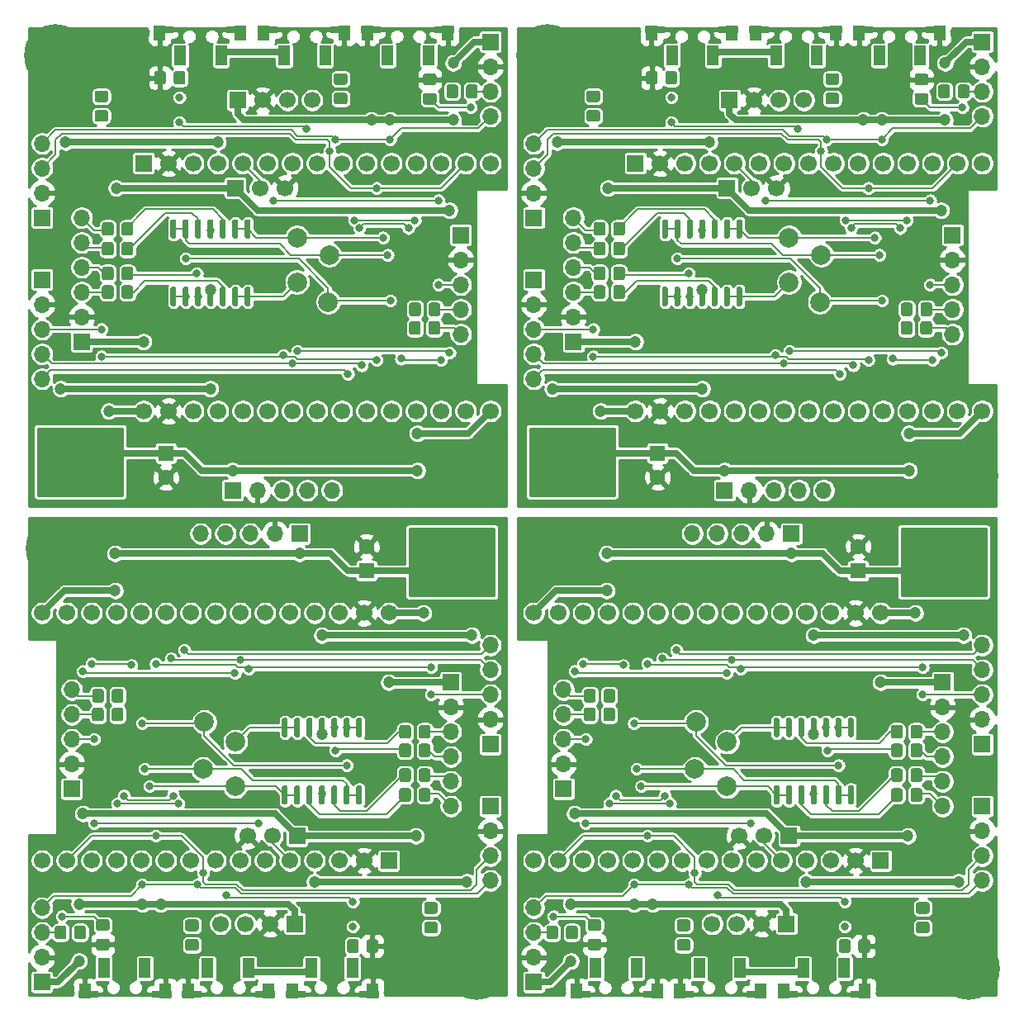
<source format=gbl>
G04 #@! TF.GenerationSoftware,KiCad,Pcbnew,5.1.8-1.fc31*
G04 #@! TF.CreationDate,2021-02-10T10:50:14+01:00*
G04 #@! TF.ProjectId,neOSensorv5_panelized,6e654f53-656e-4736-9f72-76355f70616e,rev?*
G04 #@! TF.SameCoordinates,Original*
G04 #@! TF.FileFunction,Copper,L2,Bot*
G04 #@! TF.FilePolarity,Positive*
%FSLAX46Y46*%
G04 Gerber Fmt 4.6, Leading zero omitted, Abs format (unit mm)*
G04 Created by KiCad (PCBNEW 5.1.8-1.fc31) date 2021-02-10 10:50:14*
%MOMM*%
%LPD*%
G01*
G04 APERTURE LIST*
G04 #@! TA.AperFunction,ComponentPad*
%ADD10C,1.700000*%
G04 #@! TD*
G04 #@! TA.AperFunction,ComponentPad*
%ADD11R,1.700000X1.700000*%
G04 #@! TD*
G04 #@! TA.AperFunction,ComponentPad*
%ADD12O,1.700000X1.700000*%
G04 #@! TD*
G04 #@! TA.AperFunction,ComponentPad*
%ADD13C,2.000000*%
G04 #@! TD*
G04 #@! TA.AperFunction,SMDPad,CuDef*
%ADD14R,2.000000X0.800000*%
G04 #@! TD*
G04 #@! TA.AperFunction,SMDPad,CuDef*
%ADD15R,1.270000X1.524000*%
G04 #@! TD*
G04 #@! TA.AperFunction,SMDPad,CuDef*
%ADD16R,1.200000X2.000000*%
G04 #@! TD*
G04 #@! TA.AperFunction,ComponentPad*
%ADD17C,6.400000*%
G04 #@! TD*
G04 #@! TA.AperFunction,ComponentPad*
%ADD18C,1.600000*%
G04 #@! TD*
G04 #@! TA.AperFunction,ComponentPad*
%ADD19R,1.600000X1.600000*%
G04 #@! TD*
G04 #@! TA.AperFunction,ViaPad*
%ADD20C,0.800000*%
G04 #@! TD*
G04 #@! TA.AperFunction,ViaPad*
%ADD21C,1.200000*%
G04 #@! TD*
G04 #@! TA.AperFunction,Conductor*
%ADD22C,0.660400*%
G04 #@! TD*
G04 #@! TA.AperFunction,Conductor*
%ADD23C,0.203200*%
G04 #@! TD*
G04 #@! TA.AperFunction,Conductor*
%ADD24C,0.254000*%
G04 #@! TD*
G04 #@! TA.AperFunction,Conductor*
%ADD25C,0.100000*%
G04 #@! TD*
G04 APERTURE END LIST*
D10*
G04 #@! TO.P,U1,3*
G04 #@! TO.N,GND*
X52070000Y-42164000D03*
G04 #@! TO.P,U1,2*
G04 #@! TO.N,/IR*
X49530000Y-42164000D03*
D11*
G04 #@! TO.P,U1,1*
G04 #@! TO.N,+5V*
X46990000Y-42164000D03*
G04 #@! TD*
D10*
G04 #@! TO.P,U2,4*
G04 #@! TO.N,/SDA*
X54864000Y-33147000D03*
G04 #@! TO.P,U2,3*
G04 #@! TO.N,/SCL*
X52324000Y-33147000D03*
G04 #@! TO.P,U2,2*
G04 #@! TO.N,GND*
X49784000Y-33147000D03*
D11*
G04 #@! TO.P,U2,1*
G04 #@! TO.N,+3V3*
X47244000Y-33147000D03*
G04 #@! TD*
D10*
G04 #@! TO.P,U3,30*
G04 #@! TO.N,+5V*
X37592000Y-65024000D03*
G04 #@! TO.P,U3,29*
G04 #@! TO.N,GND*
X40132000Y-65024000D03*
G04 #@! TO.P,U3,28*
G04 #@! TO.N,Net-(U3-Pad28)*
X42672000Y-65024000D03*
G04 #@! TO.P,U3,27*
G04 #@! TO.N,Net-(U3-Pad27)*
X45212000Y-65024000D03*
G04 #@! TO.P,U3,26*
G04 #@! TO.N,Net-(U3-Pad26)*
X47752000Y-65024000D03*
G04 #@! TO.P,U3,25*
G04 #@! TO.N,Net-(U3-Pad25)*
X50292000Y-65024000D03*
G04 #@! TO.P,U3,24*
G04 #@! TO.N,Net-(U3-Pad24)*
X52832000Y-65024000D03*
G04 #@! TO.P,U3,23*
G04 #@! TO.N,Net-(U3-Pad23)*
X55372000Y-65024000D03*
G04 #@! TO.P,U3,22*
G04 #@! TO.N,Net-(U3-Pad22)*
X57912000Y-65024000D03*
G04 #@! TO.P,U3,21*
G04 #@! TO.N,Net-(U3-Pad21)*
X60452000Y-65024000D03*
G04 #@! TO.P,U3,20*
G04 #@! TO.N,/ADC1_7*
X62992000Y-65024000D03*
G04 #@! TO.P,U3,19*
G04 #@! TO.N,/ADC1_6*
X65532000Y-65024000D03*
G04 #@! TO.P,U3,18*
G04 #@! TO.N,/ADC1_3*
X68072000Y-65024000D03*
G04 #@! TO.P,U3,17*
G04 #@! TO.N,/ADC1_0*
X70612000Y-65024000D03*
G04 #@! TO.P,U3,16*
G04 #@! TO.N,+3V3*
X73152000Y-65024000D03*
G04 #@! TO.P,U3,15*
G04 #@! TO.N,/SW3*
X73152000Y-39624000D03*
G04 #@! TO.P,U3,14*
G04 #@! TO.N,/SCL*
X70612000Y-39624000D03*
G04 #@! TO.P,U3,13*
G04 #@! TO.N,Net-(U3-Pad13)*
X68072000Y-39624000D03*
G04 #@! TO.P,U3,12*
G04 #@! TO.N,Net-(U3-Pad12)*
X65532000Y-39624000D03*
G04 #@! TO.P,U3,11*
G04 #@! TO.N,/SDA*
X62992000Y-39624000D03*
G04 #@! TO.P,U3,10*
G04 #@! TO.N,/INT*
X60452000Y-39624000D03*
G04 #@! TO.P,U3,9*
G04 #@! TO.N,/SW2*
X57912000Y-39624000D03*
G04 #@! TO.P,U3,8*
G04 #@! TO.N,/LED*
X55372000Y-39624000D03*
G04 #@! TO.P,U3,7*
G04 #@! TO.N,Net-(R5-Pad2)*
X52832000Y-39624000D03*
G04 #@! TO.P,U3,6*
G04 #@! TO.N,Net-(R6-Pad2)*
X50292000Y-39624000D03*
G04 #@! TO.P,U3,5*
G04 #@! TO.N,/IR*
X47752000Y-39624000D03*
G04 #@! TO.P,U3,4*
G04 #@! TO.N,/PM_EN*
X45212000Y-39624000D03*
G04 #@! TO.P,U3,3*
G04 #@! TO.N,Net-(U3-Pad3)*
X42672000Y-39624000D03*
G04 #@! TO.P,U3,2*
G04 #@! TO.N,GND*
X40132000Y-39624000D03*
D11*
G04 #@! TO.P,U3,1*
G04 #@! TO.N,Net-(U3-Pad1)*
X37592000Y-39624000D03*
G04 #@! TD*
D12*
G04 #@! TO.P,J6,6*
G04 #@! TO.N,/ANA_3*
X31242000Y-45212000D03*
G04 #@! TO.P,J6,5*
G04 #@! TO.N,/ANA_2*
X31242000Y-47752000D03*
G04 #@! TO.P,J6,4*
G04 #@! TO.N,/ANA_1*
X31242000Y-50292000D03*
G04 #@! TO.P,J6,3*
G04 #@! TO.N,/ANA_0*
X31242000Y-52832000D03*
G04 #@! TO.P,J6,2*
G04 #@! TO.N,GND*
X31242000Y-55372000D03*
D11*
G04 #@! TO.P,J6,1*
G04 #@! TO.N,+5V*
X31242000Y-57912000D03*
G04 #@! TD*
G04 #@! TO.P,U5,14*
G04 #@! TO.N,/ADC1_7*
G04 #@! TA.AperFunction,SMDPad,CuDef*
G36*
G01*
X48410000Y-47342500D02*
X48110000Y-47342500D01*
G75*
G02*
X47960000Y-47192500I0J150000D01*
G01*
X47960000Y-45517500D01*
G75*
G02*
X48110000Y-45367500I150000J0D01*
G01*
X48410000Y-45367500D01*
G75*
G02*
X48560000Y-45517500I0J-150000D01*
G01*
X48560000Y-47192500D01*
G75*
G02*
X48410000Y-47342500I-150000J0D01*
G01*
G37*
G04 #@! TD.AperFunction*
G04 #@! TO.P,U5,13*
G04 #@! TA.AperFunction,SMDPad,CuDef*
G36*
G01*
X47140000Y-47342500D02*
X46840000Y-47342500D01*
G75*
G02*
X46690000Y-47192500I0J150000D01*
G01*
X46690000Y-45517500D01*
G75*
G02*
X46840000Y-45367500I150000J0D01*
G01*
X47140000Y-45367500D01*
G75*
G02*
X47290000Y-45517500I0J-150000D01*
G01*
X47290000Y-47192500D01*
G75*
G02*
X47140000Y-47342500I-150000J0D01*
G01*
G37*
G04 #@! TD.AperFunction*
G04 #@! TO.P,U5,12*
G04 #@! TO.N,Net-(R14-Pad2)*
G04 #@! TA.AperFunction,SMDPad,CuDef*
G36*
G01*
X45870000Y-47342500D02*
X45570000Y-47342500D01*
G75*
G02*
X45420000Y-47192500I0J150000D01*
G01*
X45420000Y-45517500D01*
G75*
G02*
X45570000Y-45367500I150000J0D01*
G01*
X45870000Y-45367500D01*
G75*
G02*
X46020000Y-45517500I0J-150000D01*
G01*
X46020000Y-47192500D01*
G75*
G02*
X45870000Y-47342500I-150000J0D01*
G01*
G37*
G04 #@! TD.AperFunction*
G04 #@! TO.P,U5,11*
G04 #@! TO.N,GND*
G04 #@! TA.AperFunction,SMDPad,CuDef*
G36*
G01*
X44600000Y-47342500D02*
X44300000Y-47342500D01*
G75*
G02*
X44150000Y-47192500I0J150000D01*
G01*
X44150000Y-45517500D01*
G75*
G02*
X44300000Y-45367500I150000J0D01*
G01*
X44600000Y-45367500D01*
G75*
G02*
X44750000Y-45517500I0J-150000D01*
G01*
X44750000Y-47192500D01*
G75*
G02*
X44600000Y-47342500I-150000J0D01*
G01*
G37*
G04 #@! TD.AperFunction*
G04 #@! TO.P,U5,10*
G04 #@! TO.N,Net-(R13-Pad2)*
G04 #@! TA.AperFunction,SMDPad,CuDef*
G36*
G01*
X43330000Y-47342500D02*
X43030000Y-47342500D01*
G75*
G02*
X42880000Y-47192500I0J150000D01*
G01*
X42880000Y-45517500D01*
G75*
G02*
X43030000Y-45367500I150000J0D01*
G01*
X43330000Y-45367500D01*
G75*
G02*
X43480000Y-45517500I0J-150000D01*
G01*
X43480000Y-47192500D01*
G75*
G02*
X43330000Y-47342500I-150000J0D01*
G01*
G37*
G04 #@! TD.AperFunction*
G04 #@! TO.P,U5,9*
G04 #@! TO.N,/ADC1_6*
G04 #@! TA.AperFunction,SMDPad,CuDef*
G36*
G01*
X42060000Y-47342500D02*
X41760000Y-47342500D01*
G75*
G02*
X41610000Y-47192500I0J150000D01*
G01*
X41610000Y-45517500D01*
G75*
G02*
X41760000Y-45367500I150000J0D01*
G01*
X42060000Y-45367500D01*
G75*
G02*
X42210000Y-45517500I0J-150000D01*
G01*
X42210000Y-47192500D01*
G75*
G02*
X42060000Y-47342500I-150000J0D01*
G01*
G37*
G04 #@! TD.AperFunction*
G04 #@! TO.P,U5,8*
G04 #@! TA.AperFunction,SMDPad,CuDef*
G36*
G01*
X40790000Y-47342500D02*
X40490000Y-47342500D01*
G75*
G02*
X40340000Y-47192500I0J150000D01*
G01*
X40340000Y-45517500D01*
G75*
G02*
X40490000Y-45367500I150000J0D01*
G01*
X40790000Y-45367500D01*
G75*
G02*
X40940000Y-45517500I0J-150000D01*
G01*
X40940000Y-47192500D01*
G75*
G02*
X40790000Y-47342500I-150000J0D01*
G01*
G37*
G04 #@! TD.AperFunction*
G04 #@! TO.P,U5,7*
G04 #@! TO.N,/ADC1_3*
G04 #@! TA.AperFunction,SMDPad,CuDef*
G36*
G01*
X40790000Y-54267500D02*
X40490000Y-54267500D01*
G75*
G02*
X40340000Y-54117500I0J150000D01*
G01*
X40340000Y-52442500D01*
G75*
G02*
X40490000Y-52292500I150000J0D01*
G01*
X40790000Y-52292500D01*
G75*
G02*
X40940000Y-52442500I0J-150000D01*
G01*
X40940000Y-54117500D01*
G75*
G02*
X40790000Y-54267500I-150000J0D01*
G01*
G37*
G04 #@! TD.AperFunction*
G04 #@! TO.P,U5,6*
G04 #@! TA.AperFunction,SMDPad,CuDef*
G36*
G01*
X42060000Y-54267500D02*
X41760000Y-54267500D01*
G75*
G02*
X41610000Y-54117500I0J150000D01*
G01*
X41610000Y-52442500D01*
G75*
G02*
X41760000Y-52292500I150000J0D01*
G01*
X42060000Y-52292500D01*
G75*
G02*
X42210000Y-52442500I0J-150000D01*
G01*
X42210000Y-54117500D01*
G75*
G02*
X42060000Y-54267500I-150000J0D01*
G01*
G37*
G04 #@! TD.AperFunction*
G04 #@! TO.P,U5,5*
G04 #@! TO.N,Net-(R18-Pad2)*
G04 #@! TA.AperFunction,SMDPad,CuDef*
G36*
G01*
X43330000Y-54267500D02*
X43030000Y-54267500D01*
G75*
G02*
X42880000Y-54117500I0J150000D01*
G01*
X42880000Y-52442500D01*
G75*
G02*
X43030000Y-52292500I150000J0D01*
G01*
X43330000Y-52292500D01*
G75*
G02*
X43480000Y-52442500I0J-150000D01*
G01*
X43480000Y-54117500D01*
G75*
G02*
X43330000Y-54267500I-150000J0D01*
G01*
G37*
G04 #@! TD.AperFunction*
G04 #@! TO.P,U5,4*
G04 #@! TO.N,+3V3*
G04 #@! TA.AperFunction,SMDPad,CuDef*
G36*
G01*
X44600000Y-54267500D02*
X44300000Y-54267500D01*
G75*
G02*
X44150000Y-54117500I0J150000D01*
G01*
X44150000Y-52442500D01*
G75*
G02*
X44300000Y-52292500I150000J0D01*
G01*
X44600000Y-52292500D01*
G75*
G02*
X44750000Y-52442500I0J-150000D01*
G01*
X44750000Y-54117500D01*
G75*
G02*
X44600000Y-54267500I-150000J0D01*
G01*
G37*
G04 #@! TD.AperFunction*
G04 #@! TO.P,U5,3*
G04 #@! TO.N,Net-(R15-Pad2)*
G04 #@! TA.AperFunction,SMDPad,CuDef*
G36*
G01*
X45870000Y-54267500D02*
X45570000Y-54267500D01*
G75*
G02*
X45420000Y-54117500I0J150000D01*
G01*
X45420000Y-52442500D01*
G75*
G02*
X45570000Y-52292500I150000J0D01*
G01*
X45870000Y-52292500D01*
G75*
G02*
X46020000Y-52442500I0J-150000D01*
G01*
X46020000Y-54117500D01*
G75*
G02*
X45870000Y-54267500I-150000J0D01*
G01*
G37*
G04 #@! TD.AperFunction*
G04 #@! TO.P,U5,2*
G04 #@! TO.N,/ADC1_0*
G04 #@! TA.AperFunction,SMDPad,CuDef*
G36*
G01*
X47140000Y-54267500D02*
X46840000Y-54267500D01*
G75*
G02*
X46690000Y-54117500I0J150000D01*
G01*
X46690000Y-52442500D01*
G75*
G02*
X46840000Y-52292500I150000J0D01*
G01*
X47140000Y-52292500D01*
G75*
G02*
X47290000Y-52442500I0J-150000D01*
G01*
X47290000Y-54117500D01*
G75*
G02*
X47140000Y-54267500I-150000J0D01*
G01*
G37*
G04 #@! TD.AperFunction*
G04 #@! TO.P,U5,1*
G04 #@! TA.AperFunction,SMDPad,CuDef*
G36*
G01*
X48410000Y-54267500D02*
X48110000Y-54267500D01*
G75*
G02*
X47960000Y-54117500I0J150000D01*
G01*
X47960000Y-52442500D01*
G75*
G02*
X48110000Y-52292500I150000J0D01*
G01*
X48410000Y-52292500D01*
G75*
G02*
X48560000Y-52442500I0J-150000D01*
G01*
X48560000Y-54117500D01*
G75*
G02*
X48410000Y-54267500I-150000J0D01*
G01*
G37*
G04 #@! TD.AperFunction*
G04 #@! TD*
D13*
G04 #@! TO.P,TP6,1*
G04 #@! TO.N,/ADC1_7*
X53340000Y-47244000D03*
G04 #@! TD*
G04 #@! TO.P,TP5,1*
G04 #@! TO.N,/ADC1_6*
X56642000Y-49022000D03*
G04 #@! TD*
G04 #@! TO.P,TP4,1*
G04 #@! TO.N,/ADC1_0*
X53340000Y-51816000D03*
G04 #@! TD*
G04 #@! TO.P,TP3,1*
G04 #@! TO.N,/ADC1_3*
X56515000Y-53848000D03*
G04 #@! TD*
D14*
G04 #@! TO.P,SW3,3*
G04 #@! TO.N,GND*
X68394000Y-25908000D03*
D15*
X68775000Y-26289000D03*
D14*
X60901000Y-25908000D03*
D15*
X60520000Y-26289000D03*
D16*
G04 #@! TO.P,SW3,1*
G04 #@! TO.N,Net-(R11-Pad1)*
X66811000Y-28594000D03*
G04 #@! TO.P,SW3,2*
G04 #@! TO.N,+3V3*
X62611000Y-28594000D03*
G04 #@! TD*
D14*
G04 #@! TO.P,SW2,3*
G04 #@! TO.N,GND*
X57785000Y-25908000D03*
D15*
X58166000Y-26289000D03*
D14*
X50292000Y-25908000D03*
D15*
X49911000Y-26289000D03*
D16*
G04 #@! TO.P,SW2,1*
G04 #@! TO.N,Net-(R10-Pad2)*
X56202000Y-28594000D03*
G04 #@! TO.P,SW2,2*
G04 #@! TO.N,+3V3*
X52002000Y-28594000D03*
G04 #@! TD*
D14*
G04 #@! TO.P,SW1,3*
G04 #@! TO.N,GND*
X47117000Y-25908000D03*
D15*
X47498000Y-26289000D03*
D14*
X39624000Y-25908000D03*
D15*
X39243000Y-26289000D03*
D16*
G04 #@! TO.P,SW1,1*
G04 #@! TO.N,+3V3*
X45534000Y-28594000D03*
G04 #@! TO.P,SW1,2*
G04 #@! TO.N,Net-(Q1-Pad1)*
X41334000Y-28594000D03*
G04 #@! TD*
G04 #@! TO.P,R18,2*
G04 #@! TO.N,Net-(R18-Pad2)*
G04 #@! TA.AperFunction,SMDPad,CuDef*
G36*
G01*
X35325000Y-51377001D02*
X35325000Y-50476999D01*
G75*
G02*
X35574999Y-50227000I249999J0D01*
G01*
X36275001Y-50227000D01*
G75*
G02*
X36525000Y-50476999I0J-249999D01*
G01*
X36525000Y-51377001D01*
G75*
G02*
X36275001Y-51627000I-249999J0D01*
G01*
X35574999Y-51627000D01*
G75*
G02*
X35325000Y-51377001I0J249999D01*
G01*
G37*
G04 #@! TD.AperFunction*
G04 #@! TO.P,R18,1*
G04 #@! TO.N,/ANA_1*
G04 #@! TA.AperFunction,SMDPad,CuDef*
G36*
G01*
X33325000Y-51377001D02*
X33325000Y-50476999D01*
G75*
G02*
X33574999Y-50227000I249999J0D01*
G01*
X34275001Y-50227000D01*
G75*
G02*
X34525000Y-50476999I0J-249999D01*
G01*
X34525000Y-51377001D01*
G75*
G02*
X34275001Y-51627000I-249999J0D01*
G01*
X33574999Y-51627000D01*
G75*
G02*
X33325000Y-51377001I0J249999D01*
G01*
G37*
G04 #@! TD.AperFunction*
G04 #@! TD*
G04 #@! TO.P,R15,2*
G04 #@! TO.N,Net-(R15-Pad2)*
G04 #@! TA.AperFunction,SMDPad,CuDef*
G36*
G01*
X35325000Y-53282001D02*
X35325000Y-52381999D01*
G75*
G02*
X35574999Y-52132000I249999J0D01*
G01*
X36275001Y-52132000D01*
G75*
G02*
X36525000Y-52381999I0J-249999D01*
G01*
X36525000Y-53282001D01*
G75*
G02*
X36275001Y-53532000I-249999J0D01*
G01*
X35574999Y-53532000D01*
G75*
G02*
X35325000Y-53282001I0J249999D01*
G01*
G37*
G04 #@! TD.AperFunction*
G04 #@! TO.P,R15,1*
G04 #@! TO.N,/ANA_0*
G04 #@! TA.AperFunction,SMDPad,CuDef*
G36*
G01*
X33325000Y-53282001D02*
X33325000Y-52381999D01*
G75*
G02*
X33574999Y-52132000I249999J0D01*
G01*
X34275001Y-52132000D01*
G75*
G02*
X34525000Y-52381999I0J-249999D01*
G01*
X34525000Y-53282001D01*
G75*
G02*
X34275001Y-53532000I-249999J0D01*
G01*
X33574999Y-53532000D01*
G75*
G02*
X33325000Y-53282001I0J249999D01*
G01*
G37*
G04 #@! TD.AperFunction*
G04 #@! TD*
G04 #@! TO.P,R14,2*
G04 #@! TO.N,Net-(R14-Pad2)*
G04 #@! TA.AperFunction,SMDPad,CuDef*
G36*
G01*
X35325000Y-46805001D02*
X35325000Y-45904999D01*
G75*
G02*
X35574999Y-45655000I249999J0D01*
G01*
X36275001Y-45655000D01*
G75*
G02*
X36525000Y-45904999I0J-249999D01*
G01*
X36525000Y-46805001D01*
G75*
G02*
X36275001Y-47055000I-249999J0D01*
G01*
X35574999Y-47055000D01*
G75*
G02*
X35325000Y-46805001I0J249999D01*
G01*
G37*
G04 #@! TD.AperFunction*
G04 #@! TO.P,R14,1*
G04 #@! TO.N,/ANA_3*
G04 #@! TA.AperFunction,SMDPad,CuDef*
G36*
G01*
X33325000Y-46805001D02*
X33325000Y-45904999D01*
G75*
G02*
X33574999Y-45655000I249999J0D01*
G01*
X34275001Y-45655000D01*
G75*
G02*
X34525000Y-45904999I0J-249999D01*
G01*
X34525000Y-46805001D01*
G75*
G02*
X34275001Y-47055000I-249999J0D01*
G01*
X33574999Y-47055000D01*
G75*
G02*
X33325000Y-46805001I0J249999D01*
G01*
G37*
G04 #@! TD.AperFunction*
G04 #@! TD*
G04 #@! TO.P,R13,2*
G04 #@! TO.N,Net-(R13-Pad2)*
G04 #@! TA.AperFunction,SMDPad,CuDef*
G36*
G01*
X35325000Y-48837001D02*
X35325000Y-47936999D01*
G75*
G02*
X35574999Y-47687000I249999J0D01*
G01*
X36275001Y-47687000D01*
G75*
G02*
X36525000Y-47936999I0J-249999D01*
G01*
X36525000Y-48837001D01*
G75*
G02*
X36275001Y-49087000I-249999J0D01*
G01*
X35574999Y-49087000D01*
G75*
G02*
X35325000Y-48837001I0J249999D01*
G01*
G37*
G04 #@! TD.AperFunction*
G04 #@! TO.P,R13,1*
G04 #@! TO.N,/ANA_2*
G04 #@! TA.AperFunction,SMDPad,CuDef*
G36*
G01*
X33325000Y-48837001D02*
X33325000Y-47936999D01*
G75*
G02*
X33574999Y-47687000I249999J0D01*
G01*
X34275001Y-47687000D01*
G75*
G02*
X34525000Y-47936999I0J-249999D01*
G01*
X34525000Y-48837001D01*
G75*
G02*
X34275001Y-49087000I-249999J0D01*
G01*
X33574999Y-49087000D01*
G75*
G02*
X33325000Y-48837001I0J249999D01*
G01*
G37*
G04 #@! TD.AperFunction*
G04 #@! TD*
G04 #@! TO.P,R7,2*
G04 #@! TO.N,/SW2*
G04 #@! TA.AperFunction,SMDPad,CuDef*
G36*
G01*
X57334999Y-32388000D02*
X58235001Y-32388000D01*
G75*
G02*
X58485000Y-32637999I0J-249999D01*
G01*
X58485000Y-33338001D01*
G75*
G02*
X58235001Y-33588000I-249999J0D01*
G01*
X57334999Y-33588000D01*
G75*
G02*
X57085000Y-33338001I0J249999D01*
G01*
X57085000Y-32637999D01*
G75*
G02*
X57334999Y-32388000I249999J0D01*
G01*
G37*
G04 #@! TD.AperFunction*
G04 #@! TO.P,R7,1*
G04 #@! TO.N,Net-(R10-Pad2)*
G04 #@! TA.AperFunction,SMDPad,CuDef*
G36*
G01*
X57334999Y-30388000D02*
X58235001Y-30388000D01*
G75*
G02*
X58485000Y-30637999I0J-249999D01*
G01*
X58485000Y-31338001D01*
G75*
G02*
X58235001Y-31588000I-249999J0D01*
G01*
X57334999Y-31588000D01*
G75*
G02*
X57085000Y-31338001I0J249999D01*
G01*
X57085000Y-30637999D01*
G75*
G02*
X57334999Y-30388000I249999J0D01*
G01*
G37*
G04 #@! TD.AperFunction*
G04 #@! TD*
G04 #@! TO.P,R6,2*
G04 #@! TO.N,Net-(R6-Pad2)*
G04 #@! TA.AperFunction,SMDPad,CuDef*
G36*
G01*
X66005000Y-56064999D02*
X66005000Y-56965001D01*
G75*
G02*
X65755001Y-57215000I-249999J0D01*
G01*
X65054999Y-57215000D01*
G75*
G02*
X64805000Y-56965001I0J249999D01*
G01*
X64805000Y-56064999D01*
G75*
G02*
X65054999Y-55815000I249999J0D01*
G01*
X65755001Y-55815000D01*
G75*
G02*
X66005000Y-56064999I0J-249999D01*
G01*
G37*
G04 #@! TD.AperFunction*
G04 #@! TO.P,R6,1*
G04 #@! TO.N,/RX2*
G04 #@! TA.AperFunction,SMDPad,CuDef*
G36*
G01*
X68005000Y-56064999D02*
X68005000Y-56965001D01*
G75*
G02*
X67755001Y-57215000I-249999J0D01*
G01*
X67054999Y-57215000D01*
G75*
G02*
X66805000Y-56965001I0J249999D01*
G01*
X66805000Y-56064999D01*
G75*
G02*
X67054999Y-55815000I249999J0D01*
G01*
X67755001Y-55815000D01*
G75*
G02*
X68005000Y-56064999I0J-249999D01*
G01*
G37*
G04 #@! TD.AperFunction*
G04 #@! TD*
G04 #@! TO.P,R5,2*
G04 #@! TO.N,Net-(R5-Pad2)*
G04 #@! TA.AperFunction,SMDPad,CuDef*
G36*
G01*
X66021000Y-54159999D02*
X66021000Y-55060001D01*
G75*
G02*
X65771001Y-55310000I-249999J0D01*
G01*
X65070999Y-55310000D01*
G75*
G02*
X64821000Y-55060001I0J249999D01*
G01*
X64821000Y-54159999D01*
G75*
G02*
X65070999Y-53910000I249999J0D01*
G01*
X65771001Y-53910000D01*
G75*
G02*
X66021000Y-54159999I0J-249999D01*
G01*
G37*
G04 #@! TD.AperFunction*
G04 #@! TO.P,R5,1*
G04 #@! TO.N,/TX2*
G04 #@! TA.AperFunction,SMDPad,CuDef*
G36*
G01*
X68021000Y-54159999D02*
X68021000Y-55060001D01*
G75*
G02*
X67771001Y-55310000I-249999J0D01*
G01*
X67070999Y-55310000D01*
G75*
G02*
X66821000Y-55060001I0J249999D01*
G01*
X66821000Y-54159999D01*
G75*
G02*
X67070999Y-53910000I249999J0D01*
G01*
X67771001Y-53910000D01*
G75*
G02*
X68021000Y-54159999I0J-249999D01*
G01*
G37*
G04 #@! TD.AperFunction*
G04 #@! TD*
G04 #@! TO.P,R4,2*
G04 #@! TO.N,+3V3*
G04 #@! TA.AperFunction,SMDPad,CuDef*
G36*
G01*
X69847000Y-31807999D02*
X69847000Y-32708001D01*
G75*
G02*
X69597001Y-32958000I-249999J0D01*
G01*
X68896999Y-32958000D01*
G75*
G02*
X68647000Y-32708001I0J249999D01*
G01*
X68647000Y-31807999D01*
G75*
G02*
X68896999Y-31558000I249999J0D01*
G01*
X69597001Y-31558000D01*
G75*
G02*
X69847000Y-31807999I0J-249999D01*
G01*
G37*
G04 #@! TD.AperFunction*
G04 #@! TO.P,R4,1*
G04 #@! TO.N,/SCL*
G04 #@! TA.AperFunction,SMDPad,CuDef*
G36*
G01*
X71847000Y-31807999D02*
X71847000Y-32708001D01*
G75*
G02*
X71597001Y-32958000I-249999J0D01*
G01*
X70896999Y-32958000D01*
G75*
G02*
X70647000Y-32708001I0J249999D01*
G01*
X70647000Y-31807999D01*
G75*
G02*
X70896999Y-31558000I249999J0D01*
G01*
X71597001Y-31558000D01*
G75*
G02*
X71847000Y-31807999I0J-249999D01*
G01*
G37*
G04 #@! TD.AperFunction*
G04 #@! TD*
G04 #@! TO.P,R2,2*
G04 #@! TO.N,Net-(Q1-Pad1)*
G04 #@! TA.AperFunction,SMDPad,CuDef*
G36*
G01*
X40675000Y-31311001D02*
X40675000Y-30410999D01*
G75*
G02*
X40924999Y-30161000I249999J0D01*
G01*
X41625001Y-30161000D01*
G75*
G02*
X41875000Y-30410999I0J-249999D01*
G01*
X41875000Y-31311001D01*
G75*
G02*
X41625001Y-31561000I-249999J0D01*
G01*
X40924999Y-31561000D01*
G75*
G02*
X40675000Y-31311001I0J249999D01*
G01*
G37*
G04 #@! TD.AperFunction*
G04 #@! TO.P,R2,1*
G04 #@! TO.N,GND*
G04 #@! TA.AperFunction,SMDPad,CuDef*
G36*
G01*
X38675000Y-31311001D02*
X38675000Y-30410999D01*
G75*
G02*
X38924999Y-30161000I249999J0D01*
G01*
X39625001Y-30161000D01*
G75*
G02*
X39875000Y-30410999I0J-249999D01*
G01*
X39875000Y-31311001D01*
G75*
G02*
X39625001Y-31561000I-249999J0D01*
G01*
X38924999Y-31561000D01*
G75*
G02*
X38675000Y-31311001I0J249999D01*
G01*
G37*
G04 #@! TD.AperFunction*
G04 #@! TD*
G04 #@! TO.P,R1,2*
G04 #@! TO.N,+5V*
G04 #@! TA.AperFunction,SMDPad,CuDef*
G36*
G01*
X32823999Y-34166000D02*
X33724001Y-34166000D01*
G75*
G02*
X33974000Y-34415999I0J-249999D01*
G01*
X33974000Y-35116001D01*
G75*
G02*
X33724001Y-35366000I-249999J0D01*
G01*
X32823999Y-35366000D01*
G75*
G02*
X32574000Y-35116001I0J249999D01*
G01*
X32574000Y-34415999D01*
G75*
G02*
X32823999Y-34166000I249999J0D01*
G01*
G37*
G04 #@! TD.AperFunction*
G04 #@! TO.P,R1,1*
G04 #@! TO.N,Net-(D1-Pad2)*
G04 #@! TA.AperFunction,SMDPad,CuDef*
G36*
G01*
X32823999Y-32166000D02*
X33724001Y-32166000D01*
G75*
G02*
X33974000Y-32415999I0J-249999D01*
G01*
X33974000Y-33116001D01*
G75*
G02*
X33724001Y-33366000I-249999J0D01*
G01*
X32823999Y-33366000D01*
G75*
G02*
X32574000Y-33116001I0J249999D01*
G01*
X32574000Y-32415999D01*
G75*
G02*
X32823999Y-32166000I249999J0D01*
G01*
G37*
G04 #@! TD.AperFunction*
G04 #@! TD*
D12*
G04 #@! TO.P,J5,5*
G04 #@! TO.N,/RX2*
X70104000Y-57150000D03*
G04 #@! TO.P,J5,4*
G04 #@! TO.N,/TX2*
X70104000Y-54610000D03*
G04 #@! TO.P,J5,3*
G04 #@! TO.N,/PM_EN*
X70104000Y-52070000D03*
G04 #@! TO.P,J5,2*
G04 #@! TO.N,GND*
X70104000Y-49530000D03*
D11*
G04 #@! TO.P,J5,1*
G04 #@! TO.N,+5V*
X70104000Y-46990000D03*
G04 #@! TD*
D12*
G04 #@! TO.P,J4,5*
G04 #@! TO.N,/INT*
X56896000Y-73152000D03*
G04 #@! TO.P,J4,4*
G04 #@! TO.N,/SDA*
X54356000Y-73152000D03*
G04 #@! TO.P,J4,3*
G04 #@! TO.N,/SCL*
X51816000Y-73152000D03*
G04 #@! TO.P,J4,2*
G04 #@! TO.N,GND*
X49276000Y-73152000D03*
D11*
G04 #@! TO.P,J4,1*
G04 #@! TO.N,+3V3*
X46736000Y-73152000D03*
G04 #@! TD*
D12*
G04 #@! TO.P,J3,5*
G04 #@! TO.N,/INT*
X27178000Y-61722000D03*
G04 #@! TO.P,J3,4*
G04 #@! TO.N,/SDA*
X27178000Y-59182000D03*
G04 #@! TO.P,J3,3*
G04 #@! TO.N,/SCL*
X27178000Y-56642000D03*
G04 #@! TO.P,J3,2*
G04 #@! TO.N,GND*
X27178000Y-54102000D03*
D11*
G04 #@! TO.P,J3,1*
G04 #@! TO.N,+3V3*
X27178000Y-51562000D03*
G04 #@! TD*
D12*
G04 #@! TO.P,J2,4*
G04 #@! TO.N,/SDA*
X73152000Y-34798000D03*
G04 #@! TO.P,J2,3*
G04 #@! TO.N,/SCL*
X73152000Y-32258000D03*
G04 #@! TO.P,J2,2*
G04 #@! TO.N,GND*
X73152000Y-29718000D03*
D11*
G04 #@! TO.P,J2,1*
G04 #@! TO.N,+3V3*
X73152000Y-27178000D03*
G04 #@! TD*
D12*
G04 #@! TO.P,J1,4*
G04 #@! TO.N,/SDA*
X27178000Y-37592000D03*
G04 #@! TO.P,J1,3*
G04 #@! TO.N,/SCL*
X27178000Y-40132000D03*
G04 #@! TO.P,J1,2*
G04 #@! TO.N,GND*
X27178000Y-42672000D03*
D11*
G04 #@! TO.P,J1,1*
G04 #@! TO.N,+3V3*
X27178000Y-45212000D03*
G04 #@! TD*
D17*
G04 #@! TO.P,H2,1*
G04 #@! TO.N,GND*
X71628000Y-71628000D03*
G04 #@! TD*
G04 #@! TO.P,H1,1*
G04 #@! TO.N,GND*
X28575000Y-28575000D03*
G04 #@! TD*
G04 #@! TO.P,C5,2*
G04 #@! TO.N,GND*
G04 #@! TA.AperFunction,SMDPad,CuDef*
G36*
G01*
X67379001Y-31620000D02*
X66478999Y-31620000D01*
G75*
G02*
X66229000Y-31370001I0J249999D01*
G01*
X66229000Y-30669999D01*
G75*
G02*
X66478999Y-30420000I249999J0D01*
G01*
X67379001Y-30420000D01*
G75*
G02*
X67629000Y-30669999I0J-249999D01*
G01*
X67629000Y-31370001D01*
G75*
G02*
X67379001Y-31620000I-249999J0D01*
G01*
G37*
G04 #@! TD.AperFunction*
G04 #@! TO.P,C5,1*
G04 #@! TO.N,/SW3*
G04 #@! TA.AperFunction,SMDPad,CuDef*
G36*
G01*
X67379001Y-33620000D02*
X66478999Y-33620000D01*
G75*
G02*
X66229000Y-33370001I0J249999D01*
G01*
X66229000Y-32669999D01*
G75*
G02*
X66478999Y-32420000I249999J0D01*
G01*
X67379001Y-32420000D01*
G75*
G02*
X67629000Y-32669999I0J-249999D01*
G01*
X67629000Y-33370001D01*
G75*
G02*
X67379001Y-33620000I-249999J0D01*
G01*
G37*
G04 #@! TD.AperFunction*
G04 #@! TD*
D18*
G04 #@! TO.P,C2,2*
G04 #@! TO.N,GND*
X39878000Y-71842000D03*
D19*
G04 #@! TO.P,C2,1*
G04 #@! TO.N,+3V3*
X39878000Y-69342000D03*
G04 #@! TD*
D10*
G04 #@! TO.P,U1,3*
G04 #@! TO.N,GND*
X102489000Y-42164000D03*
G04 #@! TO.P,U1,2*
G04 #@! TO.N,/IR*
X99949000Y-42164000D03*
D11*
G04 #@! TO.P,U1,1*
G04 #@! TO.N,+5V*
X97409000Y-42164000D03*
G04 #@! TD*
D10*
G04 #@! TO.P,U2,4*
G04 #@! TO.N,/SDA*
X105283000Y-33147000D03*
G04 #@! TO.P,U2,3*
G04 #@! TO.N,/SCL*
X102743000Y-33147000D03*
G04 #@! TO.P,U2,2*
G04 #@! TO.N,GND*
X100203000Y-33147000D03*
D11*
G04 #@! TO.P,U2,1*
G04 #@! TO.N,+3V3*
X97663000Y-33147000D03*
G04 #@! TD*
D10*
G04 #@! TO.P,U3,30*
G04 #@! TO.N,+5V*
X88011000Y-65024000D03*
G04 #@! TO.P,U3,29*
G04 #@! TO.N,GND*
X90551000Y-65024000D03*
G04 #@! TO.P,U3,28*
G04 #@! TO.N,Net-(U3-Pad28)*
X93091000Y-65024000D03*
G04 #@! TO.P,U3,27*
G04 #@! TO.N,Net-(U3-Pad27)*
X95631000Y-65024000D03*
G04 #@! TO.P,U3,26*
G04 #@! TO.N,Net-(U3-Pad26)*
X98171000Y-65024000D03*
G04 #@! TO.P,U3,25*
G04 #@! TO.N,Net-(U3-Pad25)*
X100711000Y-65024000D03*
G04 #@! TO.P,U3,24*
G04 #@! TO.N,Net-(U3-Pad24)*
X103251000Y-65024000D03*
G04 #@! TO.P,U3,23*
G04 #@! TO.N,Net-(U3-Pad23)*
X105791000Y-65024000D03*
G04 #@! TO.P,U3,22*
G04 #@! TO.N,Net-(U3-Pad22)*
X108331000Y-65024000D03*
G04 #@! TO.P,U3,21*
G04 #@! TO.N,Net-(U3-Pad21)*
X110871000Y-65024000D03*
G04 #@! TO.P,U3,20*
G04 #@! TO.N,/ADC1_7*
X113411000Y-65024000D03*
G04 #@! TO.P,U3,19*
G04 #@! TO.N,/ADC1_6*
X115951000Y-65024000D03*
G04 #@! TO.P,U3,18*
G04 #@! TO.N,/ADC1_3*
X118491000Y-65024000D03*
G04 #@! TO.P,U3,17*
G04 #@! TO.N,/ADC1_0*
X121031000Y-65024000D03*
G04 #@! TO.P,U3,16*
G04 #@! TO.N,+3V3*
X123571000Y-65024000D03*
G04 #@! TO.P,U3,15*
G04 #@! TO.N,/SW3*
X123571000Y-39624000D03*
G04 #@! TO.P,U3,14*
G04 #@! TO.N,/SCL*
X121031000Y-39624000D03*
G04 #@! TO.P,U3,13*
G04 #@! TO.N,Net-(U3-Pad13)*
X118491000Y-39624000D03*
G04 #@! TO.P,U3,12*
G04 #@! TO.N,Net-(U3-Pad12)*
X115951000Y-39624000D03*
G04 #@! TO.P,U3,11*
G04 #@! TO.N,/SDA*
X113411000Y-39624000D03*
G04 #@! TO.P,U3,10*
G04 #@! TO.N,/INT*
X110871000Y-39624000D03*
G04 #@! TO.P,U3,9*
G04 #@! TO.N,/SW2*
X108331000Y-39624000D03*
G04 #@! TO.P,U3,8*
G04 #@! TO.N,/LED*
X105791000Y-39624000D03*
G04 #@! TO.P,U3,7*
G04 #@! TO.N,Net-(R5-Pad2)*
X103251000Y-39624000D03*
G04 #@! TO.P,U3,6*
G04 #@! TO.N,Net-(R6-Pad2)*
X100711000Y-39624000D03*
G04 #@! TO.P,U3,5*
G04 #@! TO.N,/IR*
X98171000Y-39624000D03*
G04 #@! TO.P,U3,4*
G04 #@! TO.N,/PM_EN*
X95631000Y-39624000D03*
G04 #@! TO.P,U3,3*
G04 #@! TO.N,Net-(U3-Pad3)*
X93091000Y-39624000D03*
G04 #@! TO.P,U3,2*
G04 #@! TO.N,GND*
X90551000Y-39624000D03*
D11*
G04 #@! TO.P,U3,1*
G04 #@! TO.N,Net-(U3-Pad1)*
X88011000Y-39624000D03*
G04 #@! TD*
D12*
G04 #@! TO.P,J6,6*
G04 #@! TO.N,/ANA_3*
X81661000Y-45212000D03*
G04 #@! TO.P,J6,5*
G04 #@! TO.N,/ANA_2*
X81661000Y-47752000D03*
G04 #@! TO.P,J6,4*
G04 #@! TO.N,/ANA_1*
X81661000Y-50292000D03*
G04 #@! TO.P,J6,3*
G04 #@! TO.N,/ANA_0*
X81661000Y-52832000D03*
G04 #@! TO.P,J6,2*
G04 #@! TO.N,GND*
X81661000Y-55372000D03*
D11*
G04 #@! TO.P,J6,1*
G04 #@! TO.N,+5V*
X81661000Y-57912000D03*
G04 #@! TD*
G04 #@! TO.P,U5,14*
G04 #@! TO.N,/ADC1_7*
G04 #@! TA.AperFunction,SMDPad,CuDef*
G36*
G01*
X98829000Y-47342500D02*
X98529000Y-47342500D01*
G75*
G02*
X98379000Y-47192500I0J150000D01*
G01*
X98379000Y-45517500D01*
G75*
G02*
X98529000Y-45367500I150000J0D01*
G01*
X98829000Y-45367500D01*
G75*
G02*
X98979000Y-45517500I0J-150000D01*
G01*
X98979000Y-47192500D01*
G75*
G02*
X98829000Y-47342500I-150000J0D01*
G01*
G37*
G04 #@! TD.AperFunction*
G04 #@! TO.P,U5,13*
G04 #@! TA.AperFunction,SMDPad,CuDef*
G36*
G01*
X97559000Y-47342500D02*
X97259000Y-47342500D01*
G75*
G02*
X97109000Y-47192500I0J150000D01*
G01*
X97109000Y-45517500D01*
G75*
G02*
X97259000Y-45367500I150000J0D01*
G01*
X97559000Y-45367500D01*
G75*
G02*
X97709000Y-45517500I0J-150000D01*
G01*
X97709000Y-47192500D01*
G75*
G02*
X97559000Y-47342500I-150000J0D01*
G01*
G37*
G04 #@! TD.AperFunction*
G04 #@! TO.P,U5,12*
G04 #@! TO.N,Net-(R14-Pad2)*
G04 #@! TA.AperFunction,SMDPad,CuDef*
G36*
G01*
X96289000Y-47342500D02*
X95989000Y-47342500D01*
G75*
G02*
X95839000Y-47192500I0J150000D01*
G01*
X95839000Y-45517500D01*
G75*
G02*
X95989000Y-45367500I150000J0D01*
G01*
X96289000Y-45367500D01*
G75*
G02*
X96439000Y-45517500I0J-150000D01*
G01*
X96439000Y-47192500D01*
G75*
G02*
X96289000Y-47342500I-150000J0D01*
G01*
G37*
G04 #@! TD.AperFunction*
G04 #@! TO.P,U5,11*
G04 #@! TO.N,GND*
G04 #@! TA.AperFunction,SMDPad,CuDef*
G36*
G01*
X95019000Y-47342500D02*
X94719000Y-47342500D01*
G75*
G02*
X94569000Y-47192500I0J150000D01*
G01*
X94569000Y-45517500D01*
G75*
G02*
X94719000Y-45367500I150000J0D01*
G01*
X95019000Y-45367500D01*
G75*
G02*
X95169000Y-45517500I0J-150000D01*
G01*
X95169000Y-47192500D01*
G75*
G02*
X95019000Y-47342500I-150000J0D01*
G01*
G37*
G04 #@! TD.AperFunction*
G04 #@! TO.P,U5,10*
G04 #@! TO.N,Net-(R13-Pad2)*
G04 #@! TA.AperFunction,SMDPad,CuDef*
G36*
G01*
X93749000Y-47342500D02*
X93449000Y-47342500D01*
G75*
G02*
X93299000Y-47192500I0J150000D01*
G01*
X93299000Y-45517500D01*
G75*
G02*
X93449000Y-45367500I150000J0D01*
G01*
X93749000Y-45367500D01*
G75*
G02*
X93899000Y-45517500I0J-150000D01*
G01*
X93899000Y-47192500D01*
G75*
G02*
X93749000Y-47342500I-150000J0D01*
G01*
G37*
G04 #@! TD.AperFunction*
G04 #@! TO.P,U5,9*
G04 #@! TO.N,/ADC1_6*
G04 #@! TA.AperFunction,SMDPad,CuDef*
G36*
G01*
X92479000Y-47342500D02*
X92179000Y-47342500D01*
G75*
G02*
X92029000Y-47192500I0J150000D01*
G01*
X92029000Y-45517500D01*
G75*
G02*
X92179000Y-45367500I150000J0D01*
G01*
X92479000Y-45367500D01*
G75*
G02*
X92629000Y-45517500I0J-150000D01*
G01*
X92629000Y-47192500D01*
G75*
G02*
X92479000Y-47342500I-150000J0D01*
G01*
G37*
G04 #@! TD.AperFunction*
G04 #@! TO.P,U5,8*
G04 #@! TA.AperFunction,SMDPad,CuDef*
G36*
G01*
X91209000Y-47342500D02*
X90909000Y-47342500D01*
G75*
G02*
X90759000Y-47192500I0J150000D01*
G01*
X90759000Y-45517500D01*
G75*
G02*
X90909000Y-45367500I150000J0D01*
G01*
X91209000Y-45367500D01*
G75*
G02*
X91359000Y-45517500I0J-150000D01*
G01*
X91359000Y-47192500D01*
G75*
G02*
X91209000Y-47342500I-150000J0D01*
G01*
G37*
G04 #@! TD.AperFunction*
G04 #@! TO.P,U5,7*
G04 #@! TO.N,/ADC1_3*
G04 #@! TA.AperFunction,SMDPad,CuDef*
G36*
G01*
X91209000Y-54267500D02*
X90909000Y-54267500D01*
G75*
G02*
X90759000Y-54117500I0J150000D01*
G01*
X90759000Y-52442500D01*
G75*
G02*
X90909000Y-52292500I150000J0D01*
G01*
X91209000Y-52292500D01*
G75*
G02*
X91359000Y-52442500I0J-150000D01*
G01*
X91359000Y-54117500D01*
G75*
G02*
X91209000Y-54267500I-150000J0D01*
G01*
G37*
G04 #@! TD.AperFunction*
G04 #@! TO.P,U5,6*
G04 #@! TA.AperFunction,SMDPad,CuDef*
G36*
G01*
X92479000Y-54267500D02*
X92179000Y-54267500D01*
G75*
G02*
X92029000Y-54117500I0J150000D01*
G01*
X92029000Y-52442500D01*
G75*
G02*
X92179000Y-52292500I150000J0D01*
G01*
X92479000Y-52292500D01*
G75*
G02*
X92629000Y-52442500I0J-150000D01*
G01*
X92629000Y-54117500D01*
G75*
G02*
X92479000Y-54267500I-150000J0D01*
G01*
G37*
G04 #@! TD.AperFunction*
G04 #@! TO.P,U5,5*
G04 #@! TO.N,Net-(R18-Pad2)*
G04 #@! TA.AperFunction,SMDPad,CuDef*
G36*
G01*
X93749000Y-54267500D02*
X93449000Y-54267500D01*
G75*
G02*
X93299000Y-54117500I0J150000D01*
G01*
X93299000Y-52442500D01*
G75*
G02*
X93449000Y-52292500I150000J0D01*
G01*
X93749000Y-52292500D01*
G75*
G02*
X93899000Y-52442500I0J-150000D01*
G01*
X93899000Y-54117500D01*
G75*
G02*
X93749000Y-54267500I-150000J0D01*
G01*
G37*
G04 #@! TD.AperFunction*
G04 #@! TO.P,U5,4*
G04 #@! TO.N,+3V3*
G04 #@! TA.AperFunction,SMDPad,CuDef*
G36*
G01*
X95019000Y-54267500D02*
X94719000Y-54267500D01*
G75*
G02*
X94569000Y-54117500I0J150000D01*
G01*
X94569000Y-52442500D01*
G75*
G02*
X94719000Y-52292500I150000J0D01*
G01*
X95019000Y-52292500D01*
G75*
G02*
X95169000Y-52442500I0J-150000D01*
G01*
X95169000Y-54117500D01*
G75*
G02*
X95019000Y-54267500I-150000J0D01*
G01*
G37*
G04 #@! TD.AperFunction*
G04 #@! TO.P,U5,3*
G04 #@! TO.N,Net-(R15-Pad2)*
G04 #@! TA.AperFunction,SMDPad,CuDef*
G36*
G01*
X96289000Y-54267500D02*
X95989000Y-54267500D01*
G75*
G02*
X95839000Y-54117500I0J150000D01*
G01*
X95839000Y-52442500D01*
G75*
G02*
X95989000Y-52292500I150000J0D01*
G01*
X96289000Y-52292500D01*
G75*
G02*
X96439000Y-52442500I0J-150000D01*
G01*
X96439000Y-54117500D01*
G75*
G02*
X96289000Y-54267500I-150000J0D01*
G01*
G37*
G04 #@! TD.AperFunction*
G04 #@! TO.P,U5,2*
G04 #@! TO.N,/ADC1_0*
G04 #@! TA.AperFunction,SMDPad,CuDef*
G36*
G01*
X97559000Y-54267500D02*
X97259000Y-54267500D01*
G75*
G02*
X97109000Y-54117500I0J150000D01*
G01*
X97109000Y-52442500D01*
G75*
G02*
X97259000Y-52292500I150000J0D01*
G01*
X97559000Y-52292500D01*
G75*
G02*
X97709000Y-52442500I0J-150000D01*
G01*
X97709000Y-54117500D01*
G75*
G02*
X97559000Y-54267500I-150000J0D01*
G01*
G37*
G04 #@! TD.AperFunction*
G04 #@! TO.P,U5,1*
G04 #@! TA.AperFunction,SMDPad,CuDef*
G36*
G01*
X98829000Y-54267500D02*
X98529000Y-54267500D01*
G75*
G02*
X98379000Y-54117500I0J150000D01*
G01*
X98379000Y-52442500D01*
G75*
G02*
X98529000Y-52292500I150000J0D01*
G01*
X98829000Y-52292500D01*
G75*
G02*
X98979000Y-52442500I0J-150000D01*
G01*
X98979000Y-54117500D01*
G75*
G02*
X98829000Y-54267500I-150000J0D01*
G01*
G37*
G04 #@! TD.AperFunction*
G04 #@! TD*
D13*
G04 #@! TO.P,TP6,1*
G04 #@! TO.N,/ADC1_7*
X103759000Y-47244000D03*
G04 #@! TD*
G04 #@! TO.P,TP5,1*
G04 #@! TO.N,/ADC1_6*
X107061000Y-49022000D03*
G04 #@! TD*
G04 #@! TO.P,TP4,1*
G04 #@! TO.N,/ADC1_0*
X103759000Y-51816000D03*
G04 #@! TD*
G04 #@! TO.P,TP3,1*
G04 #@! TO.N,/ADC1_3*
X106934000Y-53848000D03*
G04 #@! TD*
D14*
G04 #@! TO.P,SW3,3*
G04 #@! TO.N,GND*
X118813000Y-25908000D03*
D15*
X119194000Y-26289000D03*
D14*
X111320000Y-25908000D03*
D15*
X110939000Y-26289000D03*
D16*
G04 #@! TO.P,SW3,1*
G04 #@! TO.N,Net-(R11-Pad1)*
X117230000Y-28594000D03*
G04 #@! TO.P,SW3,2*
G04 #@! TO.N,+3V3*
X113030000Y-28594000D03*
G04 #@! TD*
D14*
G04 #@! TO.P,SW2,3*
G04 #@! TO.N,GND*
X108204000Y-25908000D03*
D15*
X108585000Y-26289000D03*
D14*
X100711000Y-25908000D03*
D15*
X100330000Y-26289000D03*
D16*
G04 #@! TO.P,SW2,1*
G04 #@! TO.N,Net-(R10-Pad2)*
X106621000Y-28594000D03*
G04 #@! TO.P,SW2,2*
G04 #@! TO.N,+3V3*
X102421000Y-28594000D03*
G04 #@! TD*
D14*
G04 #@! TO.P,SW1,3*
G04 #@! TO.N,GND*
X97536000Y-25908000D03*
D15*
X97917000Y-26289000D03*
D14*
X90043000Y-25908000D03*
D15*
X89662000Y-26289000D03*
D16*
G04 #@! TO.P,SW1,1*
G04 #@! TO.N,+3V3*
X95953000Y-28594000D03*
G04 #@! TO.P,SW1,2*
G04 #@! TO.N,Net-(Q1-Pad1)*
X91753000Y-28594000D03*
G04 #@! TD*
G04 #@! TO.P,R18,2*
G04 #@! TO.N,Net-(R18-Pad2)*
G04 #@! TA.AperFunction,SMDPad,CuDef*
G36*
G01*
X85744000Y-51377001D02*
X85744000Y-50476999D01*
G75*
G02*
X85993999Y-50227000I249999J0D01*
G01*
X86694001Y-50227000D01*
G75*
G02*
X86944000Y-50476999I0J-249999D01*
G01*
X86944000Y-51377001D01*
G75*
G02*
X86694001Y-51627000I-249999J0D01*
G01*
X85993999Y-51627000D01*
G75*
G02*
X85744000Y-51377001I0J249999D01*
G01*
G37*
G04 #@! TD.AperFunction*
G04 #@! TO.P,R18,1*
G04 #@! TO.N,/ANA_1*
G04 #@! TA.AperFunction,SMDPad,CuDef*
G36*
G01*
X83744000Y-51377001D02*
X83744000Y-50476999D01*
G75*
G02*
X83993999Y-50227000I249999J0D01*
G01*
X84694001Y-50227000D01*
G75*
G02*
X84944000Y-50476999I0J-249999D01*
G01*
X84944000Y-51377001D01*
G75*
G02*
X84694001Y-51627000I-249999J0D01*
G01*
X83993999Y-51627000D01*
G75*
G02*
X83744000Y-51377001I0J249999D01*
G01*
G37*
G04 #@! TD.AperFunction*
G04 #@! TD*
G04 #@! TO.P,R15,2*
G04 #@! TO.N,Net-(R15-Pad2)*
G04 #@! TA.AperFunction,SMDPad,CuDef*
G36*
G01*
X85744000Y-53282001D02*
X85744000Y-52381999D01*
G75*
G02*
X85993999Y-52132000I249999J0D01*
G01*
X86694001Y-52132000D01*
G75*
G02*
X86944000Y-52381999I0J-249999D01*
G01*
X86944000Y-53282001D01*
G75*
G02*
X86694001Y-53532000I-249999J0D01*
G01*
X85993999Y-53532000D01*
G75*
G02*
X85744000Y-53282001I0J249999D01*
G01*
G37*
G04 #@! TD.AperFunction*
G04 #@! TO.P,R15,1*
G04 #@! TO.N,/ANA_0*
G04 #@! TA.AperFunction,SMDPad,CuDef*
G36*
G01*
X83744000Y-53282001D02*
X83744000Y-52381999D01*
G75*
G02*
X83993999Y-52132000I249999J0D01*
G01*
X84694001Y-52132000D01*
G75*
G02*
X84944000Y-52381999I0J-249999D01*
G01*
X84944000Y-53282001D01*
G75*
G02*
X84694001Y-53532000I-249999J0D01*
G01*
X83993999Y-53532000D01*
G75*
G02*
X83744000Y-53282001I0J249999D01*
G01*
G37*
G04 #@! TD.AperFunction*
G04 #@! TD*
G04 #@! TO.P,R14,2*
G04 #@! TO.N,Net-(R14-Pad2)*
G04 #@! TA.AperFunction,SMDPad,CuDef*
G36*
G01*
X85744000Y-46805001D02*
X85744000Y-45904999D01*
G75*
G02*
X85993999Y-45655000I249999J0D01*
G01*
X86694001Y-45655000D01*
G75*
G02*
X86944000Y-45904999I0J-249999D01*
G01*
X86944000Y-46805001D01*
G75*
G02*
X86694001Y-47055000I-249999J0D01*
G01*
X85993999Y-47055000D01*
G75*
G02*
X85744000Y-46805001I0J249999D01*
G01*
G37*
G04 #@! TD.AperFunction*
G04 #@! TO.P,R14,1*
G04 #@! TO.N,/ANA_3*
G04 #@! TA.AperFunction,SMDPad,CuDef*
G36*
G01*
X83744000Y-46805001D02*
X83744000Y-45904999D01*
G75*
G02*
X83993999Y-45655000I249999J0D01*
G01*
X84694001Y-45655000D01*
G75*
G02*
X84944000Y-45904999I0J-249999D01*
G01*
X84944000Y-46805001D01*
G75*
G02*
X84694001Y-47055000I-249999J0D01*
G01*
X83993999Y-47055000D01*
G75*
G02*
X83744000Y-46805001I0J249999D01*
G01*
G37*
G04 #@! TD.AperFunction*
G04 #@! TD*
G04 #@! TO.P,R13,2*
G04 #@! TO.N,Net-(R13-Pad2)*
G04 #@! TA.AperFunction,SMDPad,CuDef*
G36*
G01*
X85744000Y-48837001D02*
X85744000Y-47936999D01*
G75*
G02*
X85993999Y-47687000I249999J0D01*
G01*
X86694001Y-47687000D01*
G75*
G02*
X86944000Y-47936999I0J-249999D01*
G01*
X86944000Y-48837001D01*
G75*
G02*
X86694001Y-49087000I-249999J0D01*
G01*
X85993999Y-49087000D01*
G75*
G02*
X85744000Y-48837001I0J249999D01*
G01*
G37*
G04 #@! TD.AperFunction*
G04 #@! TO.P,R13,1*
G04 #@! TO.N,/ANA_2*
G04 #@! TA.AperFunction,SMDPad,CuDef*
G36*
G01*
X83744000Y-48837001D02*
X83744000Y-47936999D01*
G75*
G02*
X83993999Y-47687000I249999J0D01*
G01*
X84694001Y-47687000D01*
G75*
G02*
X84944000Y-47936999I0J-249999D01*
G01*
X84944000Y-48837001D01*
G75*
G02*
X84694001Y-49087000I-249999J0D01*
G01*
X83993999Y-49087000D01*
G75*
G02*
X83744000Y-48837001I0J249999D01*
G01*
G37*
G04 #@! TD.AperFunction*
G04 #@! TD*
G04 #@! TO.P,R7,2*
G04 #@! TO.N,/SW2*
G04 #@! TA.AperFunction,SMDPad,CuDef*
G36*
G01*
X107753999Y-32388000D02*
X108654001Y-32388000D01*
G75*
G02*
X108904000Y-32637999I0J-249999D01*
G01*
X108904000Y-33338001D01*
G75*
G02*
X108654001Y-33588000I-249999J0D01*
G01*
X107753999Y-33588000D01*
G75*
G02*
X107504000Y-33338001I0J249999D01*
G01*
X107504000Y-32637999D01*
G75*
G02*
X107753999Y-32388000I249999J0D01*
G01*
G37*
G04 #@! TD.AperFunction*
G04 #@! TO.P,R7,1*
G04 #@! TO.N,Net-(R10-Pad2)*
G04 #@! TA.AperFunction,SMDPad,CuDef*
G36*
G01*
X107753999Y-30388000D02*
X108654001Y-30388000D01*
G75*
G02*
X108904000Y-30637999I0J-249999D01*
G01*
X108904000Y-31338001D01*
G75*
G02*
X108654001Y-31588000I-249999J0D01*
G01*
X107753999Y-31588000D01*
G75*
G02*
X107504000Y-31338001I0J249999D01*
G01*
X107504000Y-30637999D01*
G75*
G02*
X107753999Y-30388000I249999J0D01*
G01*
G37*
G04 #@! TD.AperFunction*
G04 #@! TD*
G04 #@! TO.P,R6,2*
G04 #@! TO.N,Net-(R6-Pad2)*
G04 #@! TA.AperFunction,SMDPad,CuDef*
G36*
G01*
X116424000Y-56064999D02*
X116424000Y-56965001D01*
G75*
G02*
X116174001Y-57215000I-249999J0D01*
G01*
X115473999Y-57215000D01*
G75*
G02*
X115224000Y-56965001I0J249999D01*
G01*
X115224000Y-56064999D01*
G75*
G02*
X115473999Y-55815000I249999J0D01*
G01*
X116174001Y-55815000D01*
G75*
G02*
X116424000Y-56064999I0J-249999D01*
G01*
G37*
G04 #@! TD.AperFunction*
G04 #@! TO.P,R6,1*
G04 #@! TO.N,/RX2*
G04 #@! TA.AperFunction,SMDPad,CuDef*
G36*
G01*
X118424000Y-56064999D02*
X118424000Y-56965001D01*
G75*
G02*
X118174001Y-57215000I-249999J0D01*
G01*
X117473999Y-57215000D01*
G75*
G02*
X117224000Y-56965001I0J249999D01*
G01*
X117224000Y-56064999D01*
G75*
G02*
X117473999Y-55815000I249999J0D01*
G01*
X118174001Y-55815000D01*
G75*
G02*
X118424000Y-56064999I0J-249999D01*
G01*
G37*
G04 #@! TD.AperFunction*
G04 #@! TD*
G04 #@! TO.P,R5,2*
G04 #@! TO.N,Net-(R5-Pad2)*
G04 #@! TA.AperFunction,SMDPad,CuDef*
G36*
G01*
X116440000Y-54159999D02*
X116440000Y-55060001D01*
G75*
G02*
X116190001Y-55310000I-249999J0D01*
G01*
X115489999Y-55310000D01*
G75*
G02*
X115240000Y-55060001I0J249999D01*
G01*
X115240000Y-54159999D01*
G75*
G02*
X115489999Y-53910000I249999J0D01*
G01*
X116190001Y-53910000D01*
G75*
G02*
X116440000Y-54159999I0J-249999D01*
G01*
G37*
G04 #@! TD.AperFunction*
G04 #@! TO.P,R5,1*
G04 #@! TO.N,/TX2*
G04 #@! TA.AperFunction,SMDPad,CuDef*
G36*
G01*
X118440000Y-54159999D02*
X118440000Y-55060001D01*
G75*
G02*
X118190001Y-55310000I-249999J0D01*
G01*
X117489999Y-55310000D01*
G75*
G02*
X117240000Y-55060001I0J249999D01*
G01*
X117240000Y-54159999D01*
G75*
G02*
X117489999Y-53910000I249999J0D01*
G01*
X118190001Y-53910000D01*
G75*
G02*
X118440000Y-54159999I0J-249999D01*
G01*
G37*
G04 #@! TD.AperFunction*
G04 #@! TD*
G04 #@! TO.P,R4,2*
G04 #@! TO.N,+3V3*
G04 #@! TA.AperFunction,SMDPad,CuDef*
G36*
G01*
X120266000Y-31807999D02*
X120266000Y-32708001D01*
G75*
G02*
X120016001Y-32958000I-249999J0D01*
G01*
X119315999Y-32958000D01*
G75*
G02*
X119066000Y-32708001I0J249999D01*
G01*
X119066000Y-31807999D01*
G75*
G02*
X119315999Y-31558000I249999J0D01*
G01*
X120016001Y-31558000D01*
G75*
G02*
X120266000Y-31807999I0J-249999D01*
G01*
G37*
G04 #@! TD.AperFunction*
G04 #@! TO.P,R4,1*
G04 #@! TO.N,/SCL*
G04 #@! TA.AperFunction,SMDPad,CuDef*
G36*
G01*
X122266000Y-31807999D02*
X122266000Y-32708001D01*
G75*
G02*
X122016001Y-32958000I-249999J0D01*
G01*
X121315999Y-32958000D01*
G75*
G02*
X121066000Y-32708001I0J249999D01*
G01*
X121066000Y-31807999D01*
G75*
G02*
X121315999Y-31558000I249999J0D01*
G01*
X122016001Y-31558000D01*
G75*
G02*
X122266000Y-31807999I0J-249999D01*
G01*
G37*
G04 #@! TD.AperFunction*
G04 #@! TD*
G04 #@! TO.P,R2,2*
G04 #@! TO.N,Net-(Q1-Pad1)*
G04 #@! TA.AperFunction,SMDPad,CuDef*
G36*
G01*
X91094000Y-31311001D02*
X91094000Y-30410999D01*
G75*
G02*
X91343999Y-30161000I249999J0D01*
G01*
X92044001Y-30161000D01*
G75*
G02*
X92294000Y-30410999I0J-249999D01*
G01*
X92294000Y-31311001D01*
G75*
G02*
X92044001Y-31561000I-249999J0D01*
G01*
X91343999Y-31561000D01*
G75*
G02*
X91094000Y-31311001I0J249999D01*
G01*
G37*
G04 #@! TD.AperFunction*
G04 #@! TO.P,R2,1*
G04 #@! TO.N,GND*
G04 #@! TA.AperFunction,SMDPad,CuDef*
G36*
G01*
X89094000Y-31311001D02*
X89094000Y-30410999D01*
G75*
G02*
X89343999Y-30161000I249999J0D01*
G01*
X90044001Y-30161000D01*
G75*
G02*
X90294000Y-30410999I0J-249999D01*
G01*
X90294000Y-31311001D01*
G75*
G02*
X90044001Y-31561000I-249999J0D01*
G01*
X89343999Y-31561000D01*
G75*
G02*
X89094000Y-31311001I0J249999D01*
G01*
G37*
G04 #@! TD.AperFunction*
G04 #@! TD*
G04 #@! TO.P,R1,2*
G04 #@! TO.N,+5V*
G04 #@! TA.AperFunction,SMDPad,CuDef*
G36*
G01*
X83242999Y-34166000D02*
X84143001Y-34166000D01*
G75*
G02*
X84393000Y-34415999I0J-249999D01*
G01*
X84393000Y-35116001D01*
G75*
G02*
X84143001Y-35366000I-249999J0D01*
G01*
X83242999Y-35366000D01*
G75*
G02*
X82993000Y-35116001I0J249999D01*
G01*
X82993000Y-34415999D01*
G75*
G02*
X83242999Y-34166000I249999J0D01*
G01*
G37*
G04 #@! TD.AperFunction*
G04 #@! TO.P,R1,1*
G04 #@! TO.N,Net-(D1-Pad2)*
G04 #@! TA.AperFunction,SMDPad,CuDef*
G36*
G01*
X83242999Y-32166000D02*
X84143001Y-32166000D01*
G75*
G02*
X84393000Y-32415999I0J-249999D01*
G01*
X84393000Y-33116001D01*
G75*
G02*
X84143001Y-33366000I-249999J0D01*
G01*
X83242999Y-33366000D01*
G75*
G02*
X82993000Y-33116001I0J249999D01*
G01*
X82993000Y-32415999D01*
G75*
G02*
X83242999Y-32166000I249999J0D01*
G01*
G37*
G04 #@! TD.AperFunction*
G04 #@! TD*
D12*
G04 #@! TO.P,J5,5*
G04 #@! TO.N,/RX2*
X120523000Y-57150000D03*
G04 #@! TO.P,J5,4*
G04 #@! TO.N,/TX2*
X120523000Y-54610000D03*
G04 #@! TO.P,J5,3*
G04 #@! TO.N,/PM_EN*
X120523000Y-52070000D03*
G04 #@! TO.P,J5,2*
G04 #@! TO.N,GND*
X120523000Y-49530000D03*
D11*
G04 #@! TO.P,J5,1*
G04 #@! TO.N,+5V*
X120523000Y-46990000D03*
G04 #@! TD*
D12*
G04 #@! TO.P,J4,5*
G04 #@! TO.N,/INT*
X107315000Y-73152000D03*
G04 #@! TO.P,J4,4*
G04 #@! TO.N,/SDA*
X104775000Y-73152000D03*
G04 #@! TO.P,J4,3*
G04 #@! TO.N,/SCL*
X102235000Y-73152000D03*
G04 #@! TO.P,J4,2*
G04 #@! TO.N,GND*
X99695000Y-73152000D03*
D11*
G04 #@! TO.P,J4,1*
G04 #@! TO.N,+3V3*
X97155000Y-73152000D03*
G04 #@! TD*
D12*
G04 #@! TO.P,J3,5*
G04 #@! TO.N,/INT*
X77597000Y-61722000D03*
G04 #@! TO.P,J3,4*
G04 #@! TO.N,/SDA*
X77597000Y-59182000D03*
G04 #@! TO.P,J3,3*
G04 #@! TO.N,/SCL*
X77597000Y-56642000D03*
G04 #@! TO.P,J3,2*
G04 #@! TO.N,GND*
X77597000Y-54102000D03*
D11*
G04 #@! TO.P,J3,1*
G04 #@! TO.N,+3V3*
X77597000Y-51562000D03*
G04 #@! TD*
D12*
G04 #@! TO.P,J2,4*
G04 #@! TO.N,/SDA*
X123571000Y-34798000D03*
G04 #@! TO.P,J2,3*
G04 #@! TO.N,/SCL*
X123571000Y-32258000D03*
G04 #@! TO.P,J2,2*
G04 #@! TO.N,GND*
X123571000Y-29718000D03*
D11*
G04 #@! TO.P,J2,1*
G04 #@! TO.N,+3V3*
X123571000Y-27178000D03*
G04 #@! TD*
D12*
G04 #@! TO.P,J1,4*
G04 #@! TO.N,/SDA*
X77597000Y-37592000D03*
G04 #@! TO.P,J1,3*
G04 #@! TO.N,/SCL*
X77597000Y-40132000D03*
G04 #@! TO.P,J1,2*
G04 #@! TO.N,GND*
X77597000Y-42672000D03*
D11*
G04 #@! TO.P,J1,1*
G04 #@! TO.N,+3V3*
X77597000Y-45212000D03*
G04 #@! TD*
D17*
G04 #@! TO.P,H2,1*
G04 #@! TO.N,GND*
X122047000Y-71628000D03*
G04 #@! TD*
G04 #@! TO.P,H1,1*
G04 #@! TO.N,GND*
X78994000Y-28575000D03*
G04 #@! TD*
G04 #@! TO.P,C5,2*
G04 #@! TO.N,GND*
G04 #@! TA.AperFunction,SMDPad,CuDef*
G36*
G01*
X117798001Y-31620000D02*
X116897999Y-31620000D01*
G75*
G02*
X116648000Y-31370001I0J249999D01*
G01*
X116648000Y-30669999D01*
G75*
G02*
X116897999Y-30420000I249999J0D01*
G01*
X117798001Y-30420000D01*
G75*
G02*
X118048000Y-30669999I0J-249999D01*
G01*
X118048000Y-31370001D01*
G75*
G02*
X117798001Y-31620000I-249999J0D01*
G01*
G37*
G04 #@! TD.AperFunction*
G04 #@! TO.P,C5,1*
G04 #@! TO.N,/SW3*
G04 #@! TA.AperFunction,SMDPad,CuDef*
G36*
G01*
X117798001Y-33620000D02*
X116897999Y-33620000D01*
G75*
G02*
X116648000Y-33370001I0J249999D01*
G01*
X116648000Y-32669999D01*
G75*
G02*
X116897999Y-32420000I249999J0D01*
G01*
X117798001Y-32420000D01*
G75*
G02*
X118048000Y-32669999I0J-249999D01*
G01*
X118048000Y-33370001D01*
G75*
G02*
X117798001Y-33620000I-249999J0D01*
G01*
G37*
G04 #@! TD.AperFunction*
G04 #@! TD*
D18*
G04 #@! TO.P,C2,2*
G04 #@! TO.N,GND*
X90297000Y-71842000D03*
D19*
G04 #@! TO.P,C2,1*
G04 #@! TO.N,+3V3*
X90297000Y-69342000D03*
G04 #@! TD*
D10*
G04 #@! TO.P,U1,3*
G04 #@! TO.N,GND*
X48260000Y-108585000D03*
G04 #@! TO.P,U1,2*
G04 #@! TO.N,/IR*
X50800000Y-108585000D03*
D11*
G04 #@! TO.P,U1,1*
G04 #@! TO.N,+5V*
X53340000Y-108585000D03*
G04 #@! TD*
D10*
G04 #@! TO.P,U2,4*
G04 #@! TO.N,/SDA*
X45466000Y-117602000D03*
G04 #@! TO.P,U2,3*
G04 #@! TO.N,/SCL*
X48006000Y-117602000D03*
G04 #@! TO.P,U2,2*
G04 #@! TO.N,GND*
X50546000Y-117602000D03*
D11*
G04 #@! TO.P,U2,1*
G04 #@! TO.N,+3V3*
X53086000Y-117602000D03*
G04 #@! TD*
D10*
G04 #@! TO.P,U3,30*
G04 #@! TO.N,+5V*
X62738000Y-85725000D03*
G04 #@! TO.P,U3,29*
G04 #@! TO.N,GND*
X60198000Y-85725000D03*
G04 #@! TO.P,U3,28*
G04 #@! TO.N,Net-(U3-Pad28)*
X57658000Y-85725000D03*
G04 #@! TO.P,U3,27*
G04 #@! TO.N,Net-(U3-Pad27)*
X55118000Y-85725000D03*
G04 #@! TO.P,U3,26*
G04 #@! TO.N,Net-(U3-Pad26)*
X52578000Y-85725000D03*
G04 #@! TO.P,U3,25*
G04 #@! TO.N,Net-(U3-Pad25)*
X50038000Y-85725000D03*
G04 #@! TO.P,U3,24*
G04 #@! TO.N,Net-(U3-Pad24)*
X47498000Y-85725000D03*
G04 #@! TO.P,U3,23*
G04 #@! TO.N,Net-(U3-Pad23)*
X44958000Y-85725000D03*
G04 #@! TO.P,U3,22*
G04 #@! TO.N,Net-(U3-Pad22)*
X42418000Y-85725000D03*
G04 #@! TO.P,U3,21*
G04 #@! TO.N,Net-(U3-Pad21)*
X39878000Y-85725000D03*
G04 #@! TO.P,U3,20*
G04 #@! TO.N,/ADC1_7*
X37338000Y-85725000D03*
G04 #@! TO.P,U3,19*
G04 #@! TO.N,/ADC1_6*
X34798000Y-85725000D03*
G04 #@! TO.P,U3,18*
G04 #@! TO.N,/ADC1_3*
X32258000Y-85725000D03*
G04 #@! TO.P,U3,17*
G04 #@! TO.N,/ADC1_0*
X29718000Y-85725000D03*
G04 #@! TO.P,U3,16*
G04 #@! TO.N,+3V3*
X27178000Y-85725000D03*
G04 #@! TO.P,U3,15*
G04 #@! TO.N,/SW3*
X27178000Y-111125000D03*
G04 #@! TO.P,U3,14*
G04 #@! TO.N,/SCL*
X29718000Y-111125000D03*
G04 #@! TO.P,U3,13*
G04 #@! TO.N,Net-(U3-Pad13)*
X32258000Y-111125000D03*
G04 #@! TO.P,U3,12*
G04 #@! TO.N,Net-(U3-Pad12)*
X34798000Y-111125000D03*
G04 #@! TO.P,U3,11*
G04 #@! TO.N,/SDA*
X37338000Y-111125000D03*
G04 #@! TO.P,U3,10*
G04 #@! TO.N,/INT*
X39878000Y-111125000D03*
G04 #@! TO.P,U3,9*
G04 #@! TO.N,/SW2*
X42418000Y-111125000D03*
G04 #@! TO.P,U3,8*
G04 #@! TO.N,/LED*
X44958000Y-111125000D03*
G04 #@! TO.P,U3,7*
G04 #@! TO.N,Net-(R5-Pad2)*
X47498000Y-111125000D03*
G04 #@! TO.P,U3,6*
G04 #@! TO.N,Net-(R6-Pad2)*
X50038000Y-111125000D03*
G04 #@! TO.P,U3,5*
G04 #@! TO.N,/IR*
X52578000Y-111125000D03*
G04 #@! TO.P,U3,4*
G04 #@! TO.N,/PM_EN*
X55118000Y-111125000D03*
G04 #@! TO.P,U3,3*
G04 #@! TO.N,Net-(U3-Pad3)*
X57658000Y-111125000D03*
G04 #@! TO.P,U3,2*
G04 #@! TO.N,GND*
X60198000Y-111125000D03*
D11*
G04 #@! TO.P,U3,1*
G04 #@! TO.N,Net-(U3-Pad1)*
X62738000Y-111125000D03*
G04 #@! TD*
D12*
G04 #@! TO.P,J6,6*
G04 #@! TO.N,/ANA_3*
X69088000Y-105537000D03*
G04 #@! TO.P,J6,5*
G04 #@! TO.N,/ANA_2*
X69088000Y-102997000D03*
G04 #@! TO.P,J6,4*
G04 #@! TO.N,/ANA_1*
X69088000Y-100457000D03*
G04 #@! TO.P,J6,3*
G04 #@! TO.N,/ANA_0*
X69088000Y-97917000D03*
G04 #@! TO.P,J6,2*
G04 #@! TO.N,GND*
X69088000Y-95377000D03*
D11*
G04 #@! TO.P,J6,1*
G04 #@! TO.N,+5V*
X69088000Y-92837000D03*
G04 #@! TD*
G04 #@! TO.P,U5,14*
G04 #@! TO.N,/ADC1_7*
G04 #@! TA.AperFunction,SMDPad,CuDef*
G36*
G01*
X51920000Y-103406500D02*
X52220000Y-103406500D01*
G75*
G02*
X52370000Y-103556500I0J-150000D01*
G01*
X52370000Y-105231500D01*
G75*
G02*
X52220000Y-105381500I-150000J0D01*
G01*
X51920000Y-105381500D01*
G75*
G02*
X51770000Y-105231500I0J150000D01*
G01*
X51770000Y-103556500D01*
G75*
G02*
X51920000Y-103406500I150000J0D01*
G01*
G37*
G04 #@! TD.AperFunction*
G04 #@! TO.P,U5,13*
G04 #@! TA.AperFunction,SMDPad,CuDef*
G36*
G01*
X53190000Y-103406500D02*
X53490000Y-103406500D01*
G75*
G02*
X53640000Y-103556500I0J-150000D01*
G01*
X53640000Y-105231500D01*
G75*
G02*
X53490000Y-105381500I-150000J0D01*
G01*
X53190000Y-105381500D01*
G75*
G02*
X53040000Y-105231500I0J150000D01*
G01*
X53040000Y-103556500D01*
G75*
G02*
X53190000Y-103406500I150000J0D01*
G01*
G37*
G04 #@! TD.AperFunction*
G04 #@! TO.P,U5,12*
G04 #@! TO.N,Net-(R14-Pad2)*
G04 #@! TA.AperFunction,SMDPad,CuDef*
G36*
G01*
X54460000Y-103406500D02*
X54760000Y-103406500D01*
G75*
G02*
X54910000Y-103556500I0J-150000D01*
G01*
X54910000Y-105231500D01*
G75*
G02*
X54760000Y-105381500I-150000J0D01*
G01*
X54460000Y-105381500D01*
G75*
G02*
X54310000Y-105231500I0J150000D01*
G01*
X54310000Y-103556500D01*
G75*
G02*
X54460000Y-103406500I150000J0D01*
G01*
G37*
G04 #@! TD.AperFunction*
G04 #@! TO.P,U5,11*
G04 #@! TO.N,GND*
G04 #@! TA.AperFunction,SMDPad,CuDef*
G36*
G01*
X55730000Y-103406500D02*
X56030000Y-103406500D01*
G75*
G02*
X56180000Y-103556500I0J-150000D01*
G01*
X56180000Y-105231500D01*
G75*
G02*
X56030000Y-105381500I-150000J0D01*
G01*
X55730000Y-105381500D01*
G75*
G02*
X55580000Y-105231500I0J150000D01*
G01*
X55580000Y-103556500D01*
G75*
G02*
X55730000Y-103406500I150000J0D01*
G01*
G37*
G04 #@! TD.AperFunction*
G04 #@! TO.P,U5,10*
G04 #@! TO.N,Net-(R13-Pad2)*
G04 #@! TA.AperFunction,SMDPad,CuDef*
G36*
G01*
X57000000Y-103406500D02*
X57300000Y-103406500D01*
G75*
G02*
X57450000Y-103556500I0J-150000D01*
G01*
X57450000Y-105231500D01*
G75*
G02*
X57300000Y-105381500I-150000J0D01*
G01*
X57000000Y-105381500D01*
G75*
G02*
X56850000Y-105231500I0J150000D01*
G01*
X56850000Y-103556500D01*
G75*
G02*
X57000000Y-103406500I150000J0D01*
G01*
G37*
G04 #@! TD.AperFunction*
G04 #@! TO.P,U5,9*
G04 #@! TO.N,/ADC1_6*
G04 #@! TA.AperFunction,SMDPad,CuDef*
G36*
G01*
X58270000Y-103406500D02*
X58570000Y-103406500D01*
G75*
G02*
X58720000Y-103556500I0J-150000D01*
G01*
X58720000Y-105231500D01*
G75*
G02*
X58570000Y-105381500I-150000J0D01*
G01*
X58270000Y-105381500D01*
G75*
G02*
X58120000Y-105231500I0J150000D01*
G01*
X58120000Y-103556500D01*
G75*
G02*
X58270000Y-103406500I150000J0D01*
G01*
G37*
G04 #@! TD.AperFunction*
G04 #@! TO.P,U5,8*
G04 #@! TA.AperFunction,SMDPad,CuDef*
G36*
G01*
X59540000Y-103406500D02*
X59840000Y-103406500D01*
G75*
G02*
X59990000Y-103556500I0J-150000D01*
G01*
X59990000Y-105231500D01*
G75*
G02*
X59840000Y-105381500I-150000J0D01*
G01*
X59540000Y-105381500D01*
G75*
G02*
X59390000Y-105231500I0J150000D01*
G01*
X59390000Y-103556500D01*
G75*
G02*
X59540000Y-103406500I150000J0D01*
G01*
G37*
G04 #@! TD.AperFunction*
G04 #@! TO.P,U5,7*
G04 #@! TO.N,/ADC1_3*
G04 #@! TA.AperFunction,SMDPad,CuDef*
G36*
G01*
X59540000Y-96481500D02*
X59840000Y-96481500D01*
G75*
G02*
X59990000Y-96631500I0J-150000D01*
G01*
X59990000Y-98306500D01*
G75*
G02*
X59840000Y-98456500I-150000J0D01*
G01*
X59540000Y-98456500D01*
G75*
G02*
X59390000Y-98306500I0J150000D01*
G01*
X59390000Y-96631500D01*
G75*
G02*
X59540000Y-96481500I150000J0D01*
G01*
G37*
G04 #@! TD.AperFunction*
G04 #@! TO.P,U5,6*
G04 #@! TA.AperFunction,SMDPad,CuDef*
G36*
G01*
X58270000Y-96481500D02*
X58570000Y-96481500D01*
G75*
G02*
X58720000Y-96631500I0J-150000D01*
G01*
X58720000Y-98306500D01*
G75*
G02*
X58570000Y-98456500I-150000J0D01*
G01*
X58270000Y-98456500D01*
G75*
G02*
X58120000Y-98306500I0J150000D01*
G01*
X58120000Y-96631500D01*
G75*
G02*
X58270000Y-96481500I150000J0D01*
G01*
G37*
G04 #@! TD.AperFunction*
G04 #@! TO.P,U5,5*
G04 #@! TO.N,Net-(R18-Pad2)*
G04 #@! TA.AperFunction,SMDPad,CuDef*
G36*
G01*
X57000000Y-96481500D02*
X57300000Y-96481500D01*
G75*
G02*
X57450000Y-96631500I0J-150000D01*
G01*
X57450000Y-98306500D01*
G75*
G02*
X57300000Y-98456500I-150000J0D01*
G01*
X57000000Y-98456500D01*
G75*
G02*
X56850000Y-98306500I0J150000D01*
G01*
X56850000Y-96631500D01*
G75*
G02*
X57000000Y-96481500I150000J0D01*
G01*
G37*
G04 #@! TD.AperFunction*
G04 #@! TO.P,U5,4*
G04 #@! TO.N,+3V3*
G04 #@! TA.AperFunction,SMDPad,CuDef*
G36*
G01*
X55730000Y-96481500D02*
X56030000Y-96481500D01*
G75*
G02*
X56180000Y-96631500I0J-150000D01*
G01*
X56180000Y-98306500D01*
G75*
G02*
X56030000Y-98456500I-150000J0D01*
G01*
X55730000Y-98456500D01*
G75*
G02*
X55580000Y-98306500I0J150000D01*
G01*
X55580000Y-96631500D01*
G75*
G02*
X55730000Y-96481500I150000J0D01*
G01*
G37*
G04 #@! TD.AperFunction*
G04 #@! TO.P,U5,3*
G04 #@! TO.N,Net-(R15-Pad2)*
G04 #@! TA.AperFunction,SMDPad,CuDef*
G36*
G01*
X54460000Y-96481500D02*
X54760000Y-96481500D01*
G75*
G02*
X54910000Y-96631500I0J-150000D01*
G01*
X54910000Y-98306500D01*
G75*
G02*
X54760000Y-98456500I-150000J0D01*
G01*
X54460000Y-98456500D01*
G75*
G02*
X54310000Y-98306500I0J150000D01*
G01*
X54310000Y-96631500D01*
G75*
G02*
X54460000Y-96481500I150000J0D01*
G01*
G37*
G04 #@! TD.AperFunction*
G04 #@! TO.P,U5,2*
G04 #@! TO.N,/ADC1_0*
G04 #@! TA.AperFunction,SMDPad,CuDef*
G36*
G01*
X53190000Y-96481500D02*
X53490000Y-96481500D01*
G75*
G02*
X53640000Y-96631500I0J-150000D01*
G01*
X53640000Y-98306500D01*
G75*
G02*
X53490000Y-98456500I-150000J0D01*
G01*
X53190000Y-98456500D01*
G75*
G02*
X53040000Y-98306500I0J150000D01*
G01*
X53040000Y-96631500D01*
G75*
G02*
X53190000Y-96481500I150000J0D01*
G01*
G37*
G04 #@! TD.AperFunction*
G04 #@! TO.P,U5,1*
G04 #@! TA.AperFunction,SMDPad,CuDef*
G36*
G01*
X51920000Y-96481500D02*
X52220000Y-96481500D01*
G75*
G02*
X52370000Y-96631500I0J-150000D01*
G01*
X52370000Y-98306500D01*
G75*
G02*
X52220000Y-98456500I-150000J0D01*
G01*
X51920000Y-98456500D01*
G75*
G02*
X51770000Y-98306500I0J150000D01*
G01*
X51770000Y-96631500D01*
G75*
G02*
X51920000Y-96481500I150000J0D01*
G01*
G37*
G04 #@! TD.AperFunction*
G04 #@! TD*
D13*
G04 #@! TO.P,TP6,1*
G04 #@! TO.N,/ADC1_7*
X46990000Y-103505000D03*
G04 #@! TD*
G04 #@! TO.P,TP5,1*
G04 #@! TO.N,/ADC1_6*
X43688000Y-101727000D03*
G04 #@! TD*
G04 #@! TO.P,TP4,1*
G04 #@! TO.N,/ADC1_0*
X46990000Y-98933000D03*
G04 #@! TD*
G04 #@! TO.P,TP3,1*
G04 #@! TO.N,/ADC1_3*
X43815000Y-96901000D03*
G04 #@! TD*
D14*
G04 #@! TO.P,SW3,3*
G04 #@! TO.N,GND*
X31936000Y-124841000D03*
D15*
X31555000Y-124460000D03*
D14*
X39429000Y-124841000D03*
D15*
X39810000Y-124460000D03*
D16*
G04 #@! TO.P,SW3,1*
G04 #@! TO.N,Net-(R11-Pad1)*
X33519000Y-122155000D03*
G04 #@! TO.P,SW3,2*
G04 #@! TO.N,+3V3*
X37719000Y-122155000D03*
G04 #@! TD*
D14*
G04 #@! TO.P,SW2,3*
G04 #@! TO.N,GND*
X42545000Y-124841000D03*
D15*
X42164000Y-124460000D03*
D14*
X50038000Y-124841000D03*
D15*
X50419000Y-124460000D03*
D16*
G04 #@! TO.P,SW2,1*
G04 #@! TO.N,Net-(R10-Pad2)*
X44128000Y-122155000D03*
G04 #@! TO.P,SW2,2*
G04 #@! TO.N,+3V3*
X48328000Y-122155000D03*
G04 #@! TD*
D14*
G04 #@! TO.P,SW1,3*
G04 #@! TO.N,GND*
X53213000Y-124841000D03*
D15*
X52832000Y-124460000D03*
D14*
X60706000Y-124841000D03*
D15*
X61087000Y-124460000D03*
D16*
G04 #@! TO.P,SW1,1*
G04 #@! TO.N,+3V3*
X54796000Y-122155000D03*
G04 #@! TO.P,SW1,2*
G04 #@! TO.N,Net-(Q1-Pad1)*
X58996000Y-122155000D03*
G04 #@! TD*
G04 #@! TO.P,R18,2*
G04 #@! TO.N,Net-(R18-Pad2)*
G04 #@! TA.AperFunction,SMDPad,CuDef*
G36*
G01*
X65005000Y-99371999D02*
X65005000Y-100272001D01*
G75*
G02*
X64755001Y-100522000I-249999J0D01*
G01*
X64054999Y-100522000D01*
G75*
G02*
X63805000Y-100272001I0J249999D01*
G01*
X63805000Y-99371999D01*
G75*
G02*
X64054999Y-99122000I249999J0D01*
G01*
X64755001Y-99122000D01*
G75*
G02*
X65005000Y-99371999I0J-249999D01*
G01*
G37*
G04 #@! TD.AperFunction*
G04 #@! TO.P,R18,1*
G04 #@! TO.N,/ANA_1*
G04 #@! TA.AperFunction,SMDPad,CuDef*
G36*
G01*
X67005000Y-99371999D02*
X67005000Y-100272001D01*
G75*
G02*
X66755001Y-100522000I-249999J0D01*
G01*
X66054999Y-100522000D01*
G75*
G02*
X65805000Y-100272001I0J249999D01*
G01*
X65805000Y-99371999D01*
G75*
G02*
X66054999Y-99122000I249999J0D01*
G01*
X66755001Y-99122000D01*
G75*
G02*
X67005000Y-99371999I0J-249999D01*
G01*
G37*
G04 #@! TD.AperFunction*
G04 #@! TD*
G04 #@! TO.P,R15,2*
G04 #@! TO.N,Net-(R15-Pad2)*
G04 #@! TA.AperFunction,SMDPad,CuDef*
G36*
G01*
X65005000Y-97466999D02*
X65005000Y-98367001D01*
G75*
G02*
X64755001Y-98617000I-249999J0D01*
G01*
X64054999Y-98617000D01*
G75*
G02*
X63805000Y-98367001I0J249999D01*
G01*
X63805000Y-97466999D01*
G75*
G02*
X64054999Y-97217000I249999J0D01*
G01*
X64755001Y-97217000D01*
G75*
G02*
X65005000Y-97466999I0J-249999D01*
G01*
G37*
G04 #@! TD.AperFunction*
G04 #@! TO.P,R15,1*
G04 #@! TO.N,/ANA_0*
G04 #@! TA.AperFunction,SMDPad,CuDef*
G36*
G01*
X67005000Y-97466999D02*
X67005000Y-98367001D01*
G75*
G02*
X66755001Y-98617000I-249999J0D01*
G01*
X66054999Y-98617000D01*
G75*
G02*
X65805000Y-98367001I0J249999D01*
G01*
X65805000Y-97466999D01*
G75*
G02*
X66054999Y-97217000I249999J0D01*
G01*
X66755001Y-97217000D01*
G75*
G02*
X67005000Y-97466999I0J-249999D01*
G01*
G37*
G04 #@! TD.AperFunction*
G04 #@! TD*
G04 #@! TO.P,R14,2*
G04 #@! TO.N,Net-(R14-Pad2)*
G04 #@! TA.AperFunction,SMDPad,CuDef*
G36*
G01*
X65005000Y-103943999D02*
X65005000Y-104844001D01*
G75*
G02*
X64755001Y-105094000I-249999J0D01*
G01*
X64054999Y-105094000D01*
G75*
G02*
X63805000Y-104844001I0J249999D01*
G01*
X63805000Y-103943999D01*
G75*
G02*
X64054999Y-103694000I249999J0D01*
G01*
X64755001Y-103694000D01*
G75*
G02*
X65005000Y-103943999I0J-249999D01*
G01*
G37*
G04 #@! TD.AperFunction*
G04 #@! TO.P,R14,1*
G04 #@! TO.N,/ANA_3*
G04 #@! TA.AperFunction,SMDPad,CuDef*
G36*
G01*
X67005000Y-103943999D02*
X67005000Y-104844001D01*
G75*
G02*
X66755001Y-105094000I-249999J0D01*
G01*
X66054999Y-105094000D01*
G75*
G02*
X65805000Y-104844001I0J249999D01*
G01*
X65805000Y-103943999D01*
G75*
G02*
X66054999Y-103694000I249999J0D01*
G01*
X66755001Y-103694000D01*
G75*
G02*
X67005000Y-103943999I0J-249999D01*
G01*
G37*
G04 #@! TD.AperFunction*
G04 #@! TD*
G04 #@! TO.P,R13,2*
G04 #@! TO.N,Net-(R13-Pad2)*
G04 #@! TA.AperFunction,SMDPad,CuDef*
G36*
G01*
X65005000Y-101911999D02*
X65005000Y-102812001D01*
G75*
G02*
X64755001Y-103062000I-249999J0D01*
G01*
X64054999Y-103062000D01*
G75*
G02*
X63805000Y-102812001I0J249999D01*
G01*
X63805000Y-101911999D01*
G75*
G02*
X64054999Y-101662000I249999J0D01*
G01*
X64755001Y-101662000D01*
G75*
G02*
X65005000Y-101911999I0J-249999D01*
G01*
G37*
G04 #@! TD.AperFunction*
G04 #@! TO.P,R13,1*
G04 #@! TO.N,/ANA_2*
G04 #@! TA.AperFunction,SMDPad,CuDef*
G36*
G01*
X67005000Y-101911999D02*
X67005000Y-102812001D01*
G75*
G02*
X66755001Y-103062000I-249999J0D01*
G01*
X66054999Y-103062000D01*
G75*
G02*
X65805000Y-102812001I0J249999D01*
G01*
X65805000Y-101911999D01*
G75*
G02*
X66054999Y-101662000I249999J0D01*
G01*
X66755001Y-101662000D01*
G75*
G02*
X67005000Y-101911999I0J-249999D01*
G01*
G37*
G04 #@! TD.AperFunction*
G04 #@! TD*
G04 #@! TO.P,R7,2*
G04 #@! TO.N,/SW2*
G04 #@! TA.AperFunction,SMDPad,CuDef*
G36*
G01*
X42995001Y-118361000D02*
X42094999Y-118361000D01*
G75*
G02*
X41845000Y-118111001I0J249999D01*
G01*
X41845000Y-117410999D01*
G75*
G02*
X42094999Y-117161000I249999J0D01*
G01*
X42995001Y-117161000D01*
G75*
G02*
X43245000Y-117410999I0J-249999D01*
G01*
X43245000Y-118111001D01*
G75*
G02*
X42995001Y-118361000I-249999J0D01*
G01*
G37*
G04 #@! TD.AperFunction*
G04 #@! TO.P,R7,1*
G04 #@! TO.N,Net-(R10-Pad2)*
G04 #@! TA.AperFunction,SMDPad,CuDef*
G36*
G01*
X42995001Y-120361000D02*
X42094999Y-120361000D01*
G75*
G02*
X41845000Y-120111001I0J249999D01*
G01*
X41845000Y-119410999D01*
G75*
G02*
X42094999Y-119161000I249999J0D01*
G01*
X42995001Y-119161000D01*
G75*
G02*
X43245000Y-119410999I0J-249999D01*
G01*
X43245000Y-120111001D01*
G75*
G02*
X42995001Y-120361000I-249999J0D01*
G01*
G37*
G04 #@! TD.AperFunction*
G04 #@! TD*
G04 #@! TO.P,R6,2*
G04 #@! TO.N,Net-(R6-Pad2)*
G04 #@! TA.AperFunction,SMDPad,CuDef*
G36*
G01*
X34325000Y-94684001D02*
X34325000Y-93783999D01*
G75*
G02*
X34574999Y-93534000I249999J0D01*
G01*
X35275001Y-93534000D01*
G75*
G02*
X35525000Y-93783999I0J-249999D01*
G01*
X35525000Y-94684001D01*
G75*
G02*
X35275001Y-94934000I-249999J0D01*
G01*
X34574999Y-94934000D01*
G75*
G02*
X34325000Y-94684001I0J249999D01*
G01*
G37*
G04 #@! TD.AperFunction*
G04 #@! TO.P,R6,1*
G04 #@! TO.N,/RX2*
G04 #@! TA.AperFunction,SMDPad,CuDef*
G36*
G01*
X32325000Y-94684001D02*
X32325000Y-93783999D01*
G75*
G02*
X32574999Y-93534000I249999J0D01*
G01*
X33275001Y-93534000D01*
G75*
G02*
X33525000Y-93783999I0J-249999D01*
G01*
X33525000Y-94684001D01*
G75*
G02*
X33275001Y-94934000I-249999J0D01*
G01*
X32574999Y-94934000D01*
G75*
G02*
X32325000Y-94684001I0J249999D01*
G01*
G37*
G04 #@! TD.AperFunction*
G04 #@! TD*
G04 #@! TO.P,R5,2*
G04 #@! TO.N,Net-(R5-Pad2)*
G04 #@! TA.AperFunction,SMDPad,CuDef*
G36*
G01*
X34309000Y-96589001D02*
X34309000Y-95688999D01*
G75*
G02*
X34558999Y-95439000I249999J0D01*
G01*
X35259001Y-95439000D01*
G75*
G02*
X35509000Y-95688999I0J-249999D01*
G01*
X35509000Y-96589001D01*
G75*
G02*
X35259001Y-96839000I-249999J0D01*
G01*
X34558999Y-96839000D01*
G75*
G02*
X34309000Y-96589001I0J249999D01*
G01*
G37*
G04 #@! TD.AperFunction*
G04 #@! TO.P,R5,1*
G04 #@! TO.N,/TX2*
G04 #@! TA.AperFunction,SMDPad,CuDef*
G36*
G01*
X32309000Y-96589001D02*
X32309000Y-95688999D01*
G75*
G02*
X32558999Y-95439000I249999J0D01*
G01*
X33259001Y-95439000D01*
G75*
G02*
X33509000Y-95688999I0J-249999D01*
G01*
X33509000Y-96589001D01*
G75*
G02*
X33259001Y-96839000I-249999J0D01*
G01*
X32558999Y-96839000D01*
G75*
G02*
X32309000Y-96589001I0J249999D01*
G01*
G37*
G04 #@! TD.AperFunction*
G04 #@! TD*
G04 #@! TO.P,R4,2*
G04 #@! TO.N,+3V3*
G04 #@! TA.AperFunction,SMDPad,CuDef*
G36*
G01*
X30483000Y-118941001D02*
X30483000Y-118040999D01*
G75*
G02*
X30732999Y-117791000I249999J0D01*
G01*
X31433001Y-117791000D01*
G75*
G02*
X31683000Y-118040999I0J-249999D01*
G01*
X31683000Y-118941001D01*
G75*
G02*
X31433001Y-119191000I-249999J0D01*
G01*
X30732999Y-119191000D01*
G75*
G02*
X30483000Y-118941001I0J249999D01*
G01*
G37*
G04 #@! TD.AperFunction*
G04 #@! TO.P,R4,1*
G04 #@! TO.N,/SCL*
G04 #@! TA.AperFunction,SMDPad,CuDef*
G36*
G01*
X28483000Y-118941001D02*
X28483000Y-118040999D01*
G75*
G02*
X28732999Y-117791000I249999J0D01*
G01*
X29433001Y-117791000D01*
G75*
G02*
X29683000Y-118040999I0J-249999D01*
G01*
X29683000Y-118941001D01*
G75*
G02*
X29433001Y-119191000I-249999J0D01*
G01*
X28732999Y-119191000D01*
G75*
G02*
X28483000Y-118941001I0J249999D01*
G01*
G37*
G04 #@! TD.AperFunction*
G04 #@! TD*
G04 #@! TO.P,R2,2*
G04 #@! TO.N,Net-(Q1-Pad1)*
G04 #@! TA.AperFunction,SMDPad,CuDef*
G36*
G01*
X59655000Y-119437999D02*
X59655000Y-120338001D01*
G75*
G02*
X59405001Y-120588000I-249999J0D01*
G01*
X58704999Y-120588000D01*
G75*
G02*
X58455000Y-120338001I0J249999D01*
G01*
X58455000Y-119437999D01*
G75*
G02*
X58704999Y-119188000I249999J0D01*
G01*
X59405001Y-119188000D01*
G75*
G02*
X59655000Y-119437999I0J-249999D01*
G01*
G37*
G04 #@! TD.AperFunction*
G04 #@! TO.P,R2,1*
G04 #@! TO.N,GND*
G04 #@! TA.AperFunction,SMDPad,CuDef*
G36*
G01*
X61655000Y-119437999D02*
X61655000Y-120338001D01*
G75*
G02*
X61405001Y-120588000I-249999J0D01*
G01*
X60704999Y-120588000D01*
G75*
G02*
X60455000Y-120338001I0J249999D01*
G01*
X60455000Y-119437999D01*
G75*
G02*
X60704999Y-119188000I249999J0D01*
G01*
X61405001Y-119188000D01*
G75*
G02*
X61655000Y-119437999I0J-249999D01*
G01*
G37*
G04 #@! TD.AperFunction*
G04 #@! TD*
G04 #@! TO.P,R1,2*
G04 #@! TO.N,+5V*
G04 #@! TA.AperFunction,SMDPad,CuDef*
G36*
G01*
X67506001Y-116583000D02*
X66605999Y-116583000D01*
G75*
G02*
X66356000Y-116333001I0J249999D01*
G01*
X66356000Y-115632999D01*
G75*
G02*
X66605999Y-115383000I249999J0D01*
G01*
X67506001Y-115383000D01*
G75*
G02*
X67756000Y-115632999I0J-249999D01*
G01*
X67756000Y-116333001D01*
G75*
G02*
X67506001Y-116583000I-249999J0D01*
G01*
G37*
G04 #@! TD.AperFunction*
G04 #@! TO.P,R1,1*
G04 #@! TO.N,Net-(D1-Pad2)*
G04 #@! TA.AperFunction,SMDPad,CuDef*
G36*
G01*
X67506001Y-118583000D02*
X66605999Y-118583000D01*
G75*
G02*
X66356000Y-118333001I0J249999D01*
G01*
X66356000Y-117632999D01*
G75*
G02*
X66605999Y-117383000I249999J0D01*
G01*
X67506001Y-117383000D01*
G75*
G02*
X67756000Y-117632999I0J-249999D01*
G01*
X67756000Y-118333001D01*
G75*
G02*
X67506001Y-118583000I-249999J0D01*
G01*
G37*
G04 #@! TD.AperFunction*
G04 #@! TD*
D12*
G04 #@! TO.P,J5,5*
G04 #@! TO.N,/RX2*
X30226000Y-93599000D03*
G04 #@! TO.P,J5,4*
G04 #@! TO.N,/TX2*
X30226000Y-96139000D03*
G04 #@! TO.P,J5,3*
G04 #@! TO.N,/PM_EN*
X30226000Y-98679000D03*
G04 #@! TO.P,J5,2*
G04 #@! TO.N,GND*
X30226000Y-101219000D03*
D11*
G04 #@! TO.P,J5,1*
G04 #@! TO.N,+5V*
X30226000Y-103759000D03*
G04 #@! TD*
D12*
G04 #@! TO.P,J4,5*
G04 #@! TO.N,/INT*
X43434000Y-77597000D03*
G04 #@! TO.P,J4,4*
G04 #@! TO.N,/SDA*
X45974000Y-77597000D03*
G04 #@! TO.P,J4,3*
G04 #@! TO.N,/SCL*
X48514000Y-77597000D03*
G04 #@! TO.P,J4,2*
G04 #@! TO.N,GND*
X51054000Y-77597000D03*
D11*
G04 #@! TO.P,J4,1*
G04 #@! TO.N,+3V3*
X53594000Y-77597000D03*
G04 #@! TD*
D12*
G04 #@! TO.P,J3,5*
G04 #@! TO.N,/INT*
X73152000Y-89027000D03*
G04 #@! TO.P,J3,4*
G04 #@! TO.N,/SDA*
X73152000Y-91567000D03*
G04 #@! TO.P,J3,3*
G04 #@! TO.N,/SCL*
X73152000Y-94107000D03*
G04 #@! TO.P,J3,2*
G04 #@! TO.N,GND*
X73152000Y-96647000D03*
D11*
G04 #@! TO.P,J3,1*
G04 #@! TO.N,+3V3*
X73152000Y-99187000D03*
G04 #@! TD*
D12*
G04 #@! TO.P,J2,4*
G04 #@! TO.N,/SDA*
X27178000Y-115951000D03*
G04 #@! TO.P,J2,3*
G04 #@! TO.N,/SCL*
X27178000Y-118491000D03*
G04 #@! TO.P,J2,2*
G04 #@! TO.N,GND*
X27178000Y-121031000D03*
D11*
G04 #@! TO.P,J2,1*
G04 #@! TO.N,+3V3*
X27178000Y-123571000D03*
G04 #@! TD*
D12*
G04 #@! TO.P,J1,4*
G04 #@! TO.N,/SDA*
X73152000Y-113157000D03*
G04 #@! TO.P,J1,3*
G04 #@! TO.N,/SCL*
X73152000Y-110617000D03*
G04 #@! TO.P,J1,2*
G04 #@! TO.N,GND*
X73152000Y-108077000D03*
D11*
G04 #@! TO.P,J1,1*
G04 #@! TO.N,+3V3*
X73152000Y-105537000D03*
G04 #@! TD*
D17*
G04 #@! TO.P,H2,1*
G04 #@! TO.N,GND*
X28702000Y-79121000D03*
G04 #@! TD*
G04 #@! TO.P,H1,1*
G04 #@! TO.N,GND*
X71755000Y-122174000D03*
G04 #@! TD*
G04 #@! TO.P,C5,2*
G04 #@! TO.N,GND*
G04 #@! TA.AperFunction,SMDPad,CuDef*
G36*
G01*
X32950999Y-119129000D02*
X33851001Y-119129000D01*
G75*
G02*
X34101000Y-119378999I0J-249999D01*
G01*
X34101000Y-120079001D01*
G75*
G02*
X33851001Y-120329000I-249999J0D01*
G01*
X32950999Y-120329000D01*
G75*
G02*
X32701000Y-120079001I0J249999D01*
G01*
X32701000Y-119378999D01*
G75*
G02*
X32950999Y-119129000I249999J0D01*
G01*
G37*
G04 #@! TD.AperFunction*
G04 #@! TO.P,C5,1*
G04 #@! TO.N,/SW3*
G04 #@! TA.AperFunction,SMDPad,CuDef*
G36*
G01*
X32950999Y-117129000D02*
X33851001Y-117129000D01*
G75*
G02*
X34101000Y-117378999I0J-249999D01*
G01*
X34101000Y-118079001D01*
G75*
G02*
X33851001Y-118329000I-249999J0D01*
G01*
X32950999Y-118329000D01*
G75*
G02*
X32701000Y-118079001I0J249999D01*
G01*
X32701000Y-117378999D01*
G75*
G02*
X32950999Y-117129000I249999J0D01*
G01*
G37*
G04 #@! TD.AperFunction*
G04 #@! TD*
D18*
G04 #@! TO.P,C2,2*
G04 #@! TO.N,GND*
X60452000Y-78907000D03*
D19*
G04 #@! TO.P,C2,1*
G04 #@! TO.N,+3V3*
X60452000Y-81407000D03*
G04 #@! TD*
D10*
G04 #@! TO.P,U1,3*
G04 #@! TO.N,GND*
X98679000Y-108585000D03*
G04 #@! TO.P,U1,2*
G04 #@! TO.N,/IR*
X101219000Y-108585000D03*
D11*
G04 #@! TO.P,U1,1*
G04 #@! TO.N,+5V*
X103759000Y-108585000D03*
G04 #@! TD*
D10*
G04 #@! TO.P,U2,4*
G04 #@! TO.N,/SDA*
X95885000Y-117602000D03*
G04 #@! TO.P,U2,3*
G04 #@! TO.N,/SCL*
X98425000Y-117602000D03*
G04 #@! TO.P,U2,2*
G04 #@! TO.N,GND*
X100965000Y-117602000D03*
D11*
G04 #@! TO.P,U2,1*
G04 #@! TO.N,+3V3*
X103505000Y-117602000D03*
G04 #@! TD*
D10*
G04 #@! TO.P,U3,30*
G04 #@! TO.N,+5V*
X113157000Y-85725000D03*
G04 #@! TO.P,U3,29*
G04 #@! TO.N,GND*
X110617000Y-85725000D03*
G04 #@! TO.P,U3,28*
G04 #@! TO.N,Net-(U3-Pad28)*
X108077000Y-85725000D03*
G04 #@! TO.P,U3,27*
G04 #@! TO.N,Net-(U3-Pad27)*
X105537000Y-85725000D03*
G04 #@! TO.P,U3,26*
G04 #@! TO.N,Net-(U3-Pad26)*
X102997000Y-85725000D03*
G04 #@! TO.P,U3,25*
G04 #@! TO.N,Net-(U3-Pad25)*
X100457000Y-85725000D03*
G04 #@! TO.P,U3,24*
G04 #@! TO.N,Net-(U3-Pad24)*
X97917000Y-85725000D03*
G04 #@! TO.P,U3,23*
G04 #@! TO.N,Net-(U3-Pad23)*
X95377000Y-85725000D03*
G04 #@! TO.P,U3,22*
G04 #@! TO.N,Net-(U3-Pad22)*
X92837000Y-85725000D03*
G04 #@! TO.P,U3,21*
G04 #@! TO.N,Net-(U3-Pad21)*
X90297000Y-85725000D03*
G04 #@! TO.P,U3,20*
G04 #@! TO.N,/ADC1_7*
X87757000Y-85725000D03*
G04 #@! TO.P,U3,19*
G04 #@! TO.N,/ADC1_6*
X85217000Y-85725000D03*
G04 #@! TO.P,U3,18*
G04 #@! TO.N,/ADC1_3*
X82677000Y-85725000D03*
G04 #@! TO.P,U3,17*
G04 #@! TO.N,/ADC1_0*
X80137000Y-85725000D03*
G04 #@! TO.P,U3,16*
G04 #@! TO.N,+3V3*
X77597000Y-85725000D03*
G04 #@! TO.P,U3,15*
G04 #@! TO.N,/SW3*
X77597000Y-111125000D03*
G04 #@! TO.P,U3,14*
G04 #@! TO.N,/SCL*
X80137000Y-111125000D03*
G04 #@! TO.P,U3,13*
G04 #@! TO.N,Net-(U3-Pad13)*
X82677000Y-111125000D03*
G04 #@! TO.P,U3,12*
G04 #@! TO.N,Net-(U3-Pad12)*
X85217000Y-111125000D03*
G04 #@! TO.P,U3,11*
G04 #@! TO.N,/SDA*
X87757000Y-111125000D03*
G04 #@! TO.P,U3,10*
G04 #@! TO.N,/INT*
X90297000Y-111125000D03*
G04 #@! TO.P,U3,9*
G04 #@! TO.N,/SW2*
X92837000Y-111125000D03*
G04 #@! TO.P,U3,8*
G04 #@! TO.N,/LED*
X95377000Y-111125000D03*
G04 #@! TO.P,U3,7*
G04 #@! TO.N,Net-(R5-Pad2)*
X97917000Y-111125000D03*
G04 #@! TO.P,U3,6*
G04 #@! TO.N,Net-(R6-Pad2)*
X100457000Y-111125000D03*
G04 #@! TO.P,U3,5*
G04 #@! TO.N,/IR*
X102997000Y-111125000D03*
G04 #@! TO.P,U3,4*
G04 #@! TO.N,/PM_EN*
X105537000Y-111125000D03*
G04 #@! TO.P,U3,3*
G04 #@! TO.N,Net-(U3-Pad3)*
X108077000Y-111125000D03*
G04 #@! TO.P,U3,2*
G04 #@! TO.N,GND*
X110617000Y-111125000D03*
D11*
G04 #@! TO.P,U3,1*
G04 #@! TO.N,Net-(U3-Pad1)*
X113157000Y-111125000D03*
G04 #@! TD*
D12*
G04 #@! TO.P,J6,6*
G04 #@! TO.N,/ANA_3*
X119507000Y-105537000D03*
G04 #@! TO.P,J6,5*
G04 #@! TO.N,/ANA_2*
X119507000Y-102997000D03*
G04 #@! TO.P,J6,4*
G04 #@! TO.N,/ANA_1*
X119507000Y-100457000D03*
G04 #@! TO.P,J6,3*
G04 #@! TO.N,/ANA_0*
X119507000Y-97917000D03*
G04 #@! TO.P,J6,2*
G04 #@! TO.N,GND*
X119507000Y-95377000D03*
D11*
G04 #@! TO.P,J6,1*
G04 #@! TO.N,+5V*
X119507000Y-92837000D03*
G04 #@! TD*
G04 #@! TO.P,U5,14*
G04 #@! TO.N,/ADC1_7*
G04 #@! TA.AperFunction,SMDPad,CuDef*
G36*
G01*
X102339000Y-103406500D02*
X102639000Y-103406500D01*
G75*
G02*
X102789000Y-103556500I0J-150000D01*
G01*
X102789000Y-105231500D01*
G75*
G02*
X102639000Y-105381500I-150000J0D01*
G01*
X102339000Y-105381500D01*
G75*
G02*
X102189000Y-105231500I0J150000D01*
G01*
X102189000Y-103556500D01*
G75*
G02*
X102339000Y-103406500I150000J0D01*
G01*
G37*
G04 #@! TD.AperFunction*
G04 #@! TO.P,U5,13*
G04 #@! TA.AperFunction,SMDPad,CuDef*
G36*
G01*
X103609000Y-103406500D02*
X103909000Y-103406500D01*
G75*
G02*
X104059000Y-103556500I0J-150000D01*
G01*
X104059000Y-105231500D01*
G75*
G02*
X103909000Y-105381500I-150000J0D01*
G01*
X103609000Y-105381500D01*
G75*
G02*
X103459000Y-105231500I0J150000D01*
G01*
X103459000Y-103556500D01*
G75*
G02*
X103609000Y-103406500I150000J0D01*
G01*
G37*
G04 #@! TD.AperFunction*
G04 #@! TO.P,U5,12*
G04 #@! TO.N,Net-(R14-Pad2)*
G04 #@! TA.AperFunction,SMDPad,CuDef*
G36*
G01*
X104879000Y-103406500D02*
X105179000Y-103406500D01*
G75*
G02*
X105329000Y-103556500I0J-150000D01*
G01*
X105329000Y-105231500D01*
G75*
G02*
X105179000Y-105381500I-150000J0D01*
G01*
X104879000Y-105381500D01*
G75*
G02*
X104729000Y-105231500I0J150000D01*
G01*
X104729000Y-103556500D01*
G75*
G02*
X104879000Y-103406500I150000J0D01*
G01*
G37*
G04 #@! TD.AperFunction*
G04 #@! TO.P,U5,11*
G04 #@! TO.N,GND*
G04 #@! TA.AperFunction,SMDPad,CuDef*
G36*
G01*
X106149000Y-103406500D02*
X106449000Y-103406500D01*
G75*
G02*
X106599000Y-103556500I0J-150000D01*
G01*
X106599000Y-105231500D01*
G75*
G02*
X106449000Y-105381500I-150000J0D01*
G01*
X106149000Y-105381500D01*
G75*
G02*
X105999000Y-105231500I0J150000D01*
G01*
X105999000Y-103556500D01*
G75*
G02*
X106149000Y-103406500I150000J0D01*
G01*
G37*
G04 #@! TD.AperFunction*
G04 #@! TO.P,U5,10*
G04 #@! TO.N,Net-(R13-Pad2)*
G04 #@! TA.AperFunction,SMDPad,CuDef*
G36*
G01*
X107419000Y-103406500D02*
X107719000Y-103406500D01*
G75*
G02*
X107869000Y-103556500I0J-150000D01*
G01*
X107869000Y-105231500D01*
G75*
G02*
X107719000Y-105381500I-150000J0D01*
G01*
X107419000Y-105381500D01*
G75*
G02*
X107269000Y-105231500I0J150000D01*
G01*
X107269000Y-103556500D01*
G75*
G02*
X107419000Y-103406500I150000J0D01*
G01*
G37*
G04 #@! TD.AperFunction*
G04 #@! TO.P,U5,9*
G04 #@! TO.N,/ADC1_6*
G04 #@! TA.AperFunction,SMDPad,CuDef*
G36*
G01*
X108689000Y-103406500D02*
X108989000Y-103406500D01*
G75*
G02*
X109139000Y-103556500I0J-150000D01*
G01*
X109139000Y-105231500D01*
G75*
G02*
X108989000Y-105381500I-150000J0D01*
G01*
X108689000Y-105381500D01*
G75*
G02*
X108539000Y-105231500I0J150000D01*
G01*
X108539000Y-103556500D01*
G75*
G02*
X108689000Y-103406500I150000J0D01*
G01*
G37*
G04 #@! TD.AperFunction*
G04 #@! TO.P,U5,8*
G04 #@! TA.AperFunction,SMDPad,CuDef*
G36*
G01*
X109959000Y-103406500D02*
X110259000Y-103406500D01*
G75*
G02*
X110409000Y-103556500I0J-150000D01*
G01*
X110409000Y-105231500D01*
G75*
G02*
X110259000Y-105381500I-150000J0D01*
G01*
X109959000Y-105381500D01*
G75*
G02*
X109809000Y-105231500I0J150000D01*
G01*
X109809000Y-103556500D01*
G75*
G02*
X109959000Y-103406500I150000J0D01*
G01*
G37*
G04 #@! TD.AperFunction*
G04 #@! TO.P,U5,7*
G04 #@! TO.N,/ADC1_3*
G04 #@! TA.AperFunction,SMDPad,CuDef*
G36*
G01*
X109959000Y-96481500D02*
X110259000Y-96481500D01*
G75*
G02*
X110409000Y-96631500I0J-150000D01*
G01*
X110409000Y-98306500D01*
G75*
G02*
X110259000Y-98456500I-150000J0D01*
G01*
X109959000Y-98456500D01*
G75*
G02*
X109809000Y-98306500I0J150000D01*
G01*
X109809000Y-96631500D01*
G75*
G02*
X109959000Y-96481500I150000J0D01*
G01*
G37*
G04 #@! TD.AperFunction*
G04 #@! TO.P,U5,6*
G04 #@! TA.AperFunction,SMDPad,CuDef*
G36*
G01*
X108689000Y-96481500D02*
X108989000Y-96481500D01*
G75*
G02*
X109139000Y-96631500I0J-150000D01*
G01*
X109139000Y-98306500D01*
G75*
G02*
X108989000Y-98456500I-150000J0D01*
G01*
X108689000Y-98456500D01*
G75*
G02*
X108539000Y-98306500I0J150000D01*
G01*
X108539000Y-96631500D01*
G75*
G02*
X108689000Y-96481500I150000J0D01*
G01*
G37*
G04 #@! TD.AperFunction*
G04 #@! TO.P,U5,5*
G04 #@! TO.N,Net-(R18-Pad2)*
G04 #@! TA.AperFunction,SMDPad,CuDef*
G36*
G01*
X107419000Y-96481500D02*
X107719000Y-96481500D01*
G75*
G02*
X107869000Y-96631500I0J-150000D01*
G01*
X107869000Y-98306500D01*
G75*
G02*
X107719000Y-98456500I-150000J0D01*
G01*
X107419000Y-98456500D01*
G75*
G02*
X107269000Y-98306500I0J150000D01*
G01*
X107269000Y-96631500D01*
G75*
G02*
X107419000Y-96481500I150000J0D01*
G01*
G37*
G04 #@! TD.AperFunction*
G04 #@! TO.P,U5,4*
G04 #@! TO.N,+3V3*
G04 #@! TA.AperFunction,SMDPad,CuDef*
G36*
G01*
X106149000Y-96481500D02*
X106449000Y-96481500D01*
G75*
G02*
X106599000Y-96631500I0J-150000D01*
G01*
X106599000Y-98306500D01*
G75*
G02*
X106449000Y-98456500I-150000J0D01*
G01*
X106149000Y-98456500D01*
G75*
G02*
X105999000Y-98306500I0J150000D01*
G01*
X105999000Y-96631500D01*
G75*
G02*
X106149000Y-96481500I150000J0D01*
G01*
G37*
G04 #@! TD.AperFunction*
G04 #@! TO.P,U5,3*
G04 #@! TO.N,Net-(R15-Pad2)*
G04 #@! TA.AperFunction,SMDPad,CuDef*
G36*
G01*
X104879000Y-96481500D02*
X105179000Y-96481500D01*
G75*
G02*
X105329000Y-96631500I0J-150000D01*
G01*
X105329000Y-98306500D01*
G75*
G02*
X105179000Y-98456500I-150000J0D01*
G01*
X104879000Y-98456500D01*
G75*
G02*
X104729000Y-98306500I0J150000D01*
G01*
X104729000Y-96631500D01*
G75*
G02*
X104879000Y-96481500I150000J0D01*
G01*
G37*
G04 #@! TD.AperFunction*
G04 #@! TO.P,U5,2*
G04 #@! TO.N,/ADC1_0*
G04 #@! TA.AperFunction,SMDPad,CuDef*
G36*
G01*
X103609000Y-96481500D02*
X103909000Y-96481500D01*
G75*
G02*
X104059000Y-96631500I0J-150000D01*
G01*
X104059000Y-98306500D01*
G75*
G02*
X103909000Y-98456500I-150000J0D01*
G01*
X103609000Y-98456500D01*
G75*
G02*
X103459000Y-98306500I0J150000D01*
G01*
X103459000Y-96631500D01*
G75*
G02*
X103609000Y-96481500I150000J0D01*
G01*
G37*
G04 #@! TD.AperFunction*
G04 #@! TO.P,U5,1*
G04 #@! TA.AperFunction,SMDPad,CuDef*
G36*
G01*
X102339000Y-96481500D02*
X102639000Y-96481500D01*
G75*
G02*
X102789000Y-96631500I0J-150000D01*
G01*
X102789000Y-98306500D01*
G75*
G02*
X102639000Y-98456500I-150000J0D01*
G01*
X102339000Y-98456500D01*
G75*
G02*
X102189000Y-98306500I0J150000D01*
G01*
X102189000Y-96631500D01*
G75*
G02*
X102339000Y-96481500I150000J0D01*
G01*
G37*
G04 #@! TD.AperFunction*
G04 #@! TD*
D13*
G04 #@! TO.P,TP6,1*
G04 #@! TO.N,/ADC1_7*
X97409000Y-103505000D03*
G04 #@! TD*
G04 #@! TO.P,TP5,1*
G04 #@! TO.N,/ADC1_6*
X94107000Y-101727000D03*
G04 #@! TD*
G04 #@! TO.P,TP4,1*
G04 #@! TO.N,/ADC1_0*
X97409000Y-98933000D03*
G04 #@! TD*
G04 #@! TO.P,TP3,1*
G04 #@! TO.N,/ADC1_3*
X94234000Y-96901000D03*
G04 #@! TD*
D14*
G04 #@! TO.P,SW3,3*
G04 #@! TO.N,GND*
X82355000Y-124841000D03*
D15*
X81974000Y-124460000D03*
D14*
X89848000Y-124841000D03*
D15*
X90229000Y-124460000D03*
D16*
G04 #@! TO.P,SW3,1*
G04 #@! TO.N,Net-(R11-Pad1)*
X83938000Y-122155000D03*
G04 #@! TO.P,SW3,2*
G04 #@! TO.N,+3V3*
X88138000Y-122155000D03*
G04 #@! TD*
D14*
G04 #@! TO.P,SW2,3*
G04 #@! TO.N,GND*
X92964000Y-124841000D03*
D15*
X92583000Y-124460000D03*
D14*
X100457000Y-124841000D03*
D15*
X100838000Y-124460000D03*
D16*
G04 #@! TO.P,SW2,1*
G04 #@! TO.N,Net-(R10-Pad2)*
X94547000Y-122155000D03*
G04 #@! TO.P,SW2,2*
G04 #@! TO.N,+3V3*
X98747000Y-122155000D03*
G04 #@! TD*
D14*
G04 #@! TO.P,SW1,3*
G04 #@! TO.N,GND*
X103632000Y-124841000D03*
D15*
X103251000Y-124460000D03*
D14*
X111125000Y-124841000D03*
D15*
X111506000Y-124460000D03*
D16*
G04 #@! TO.P,SW1,1*
G04 #@! TO.N,+3V3*
X105215000Y-122155000D03*
G04 #@! TO.P,SW1,2*
G04 #@! TO.N,Net-(Q1-Pad1)*
X109415000Y-122155000D03*
G04 #@! TD*
G04 #@! TO.P,R18,2*
G04 #@! TO.N,Net-(R18-Pad2)*
G04 #@! TA.AperFunction,SMDPad,CuDef*
G36*
G01*
X115424000Y-99371999D02*
X115424000Y-100272001D01*
G75*
G02*
X115174001Y-100522000I-249999J0D01*
G01*
X114473999Y-100522000D01*
G75*
G02*
X114224000Y-100272001I0J249999D01*
G01*
X114224000Y-99371999D01*
G75*
G02*
X114473999Y-99122000I249999J0D01*
G01*
X115174001Y-99122000D01*
G75*
G02*
X115424000Y-99371999I0J-249999D01*
G01*
G37*
G04 #@! TD.AperFunction*
G04 #@! TO.P,R18,1*
G04 #@! TO.N,/ANA_1*
G04 #@! TA.AperFunction,SMDPad,CuDef*
G36*
G01*
X117424000Y-99371999D02*
X117424000Y-100272001D01*
G75*
G02*
X117174001Y-100522000I-249999J0D01*
G01*
X116473999Y-100522000D01*
G75*
G02*
X116224000Y-100272001I0J249999D01*
G01*
X116224000Y-99371999D01*
G75*
G02*
X116473999Y-99122000I249999J0D01*
G01*
X117174001Y-99122000D01*
G75*
G02*
X117424000Y-99371999I0J-249999D01*
G01*
G37*
G04 #@! TD.AperFunction*
G04 #@! TD*
G04 #@! TO.P,R15,2*
G04 #@! TO.N,Net-(R15-Pad2)*
G04 #@! TA.AperFunction,SMDPad,CuDef*
G36*
G01*
X115424000Y-97466999D02*
X115424000Y-98367001D01*
G75*
G02*
X115174001Y-98617000I-249999J0D01*
G01*
X114473999Y-98617000D01*
G75*
G02*
X114224000Y-98367001I0J249999D01*
G01*
X114224000Y-97466999D01*
G75*
G02*
X114473999Y-97217000I249999J0D01*
G01*
X115174001Y-97217000D01*
G75*
G02*
X115424000Y-97466999I0J-249999D01*
G01*
G37*
G04 #@! TD.AperFunction*
G04 #@! TO.P,R15,1*
G04 #@! TO.N,/ANA_0*
G04 #@! TA.AperFunction,SMDPad,CuDef*
G36*
G01*
X117424000Y-97466999D02*
X117424000Y-98367001D01*
G75*
G02*
X117174001Y-98617000I-249999J0D01*
G01*
X116473999Y-98617000D01*
G75*
G02*
X116224000Y-98367001I0J249999D01*
G01*
X116224000Y-97466999D01*
G75*
G02*
X116473999Y-97217000I249999J0D01*
G01*
X117174001Y-97217000D01*
G75*
G02*
X117424000Y-97466999I0J-249999D01*
G01*
G37*
G04 #@! TD.AperFunction*
G04 #@! TD*
G04 #@! TO.P,R14,2*
G04 #@! TO.N,Net-(R14-Pad2)*
G04 #@! TA.AperFunction,SMDPad,CuDef*
G36*
G01*
X115424000Y-103943999D02*
X115424000Y-104844001D01*
G75*
G02*
X115174001Y-105094000I-249999J0D01*
G01*
X114473999Y-105094000D01*
G75*
G02*
X114224000Y-104844001I0J249999D01*
G01*
X114224000Y-103943999D01*
G75*
G02*
X114473999Y-103694000I249999J0D01*
G01*
X115174001Y-103694000D01*
G75*
G02*
X115424000Y-103943999I0J-249999D01*
G01*
G37*
G04 #@! TD.AperFunction*
G04 #@! TO.P,R14,1*
G04 #@! TO.N,/ANA_3*
G04 #@! TA.AperFunction,SMDPad,CuDef*
G36*
G01*
X117424000Y-103943999D02*
X117424000Y-104844001D01*
G75*
G02*
X117174001Y-105094000I-249999J0D01*
G01*
X116473999Y-105094000D01*
G75*
G02*
X116224000Y-104844001I0J249999D01*
G01*
X116224000Y-103943999D01*
G75*
G02*
X116473999Y-103694000I249999J0D01*
G01*
X117174001Y-103694000D01*
G75*
G02*
X117424000Y-103943999I0J-249999D01*
G01*
G37*
G04 #@! TD.AperFunction*
G04 #@! TD*
G04 #@! TO.P,R13,2*
G04 #@! TO.N,Net-(R13-Pad2)*
G04 #@! TA.AperFunction,SMDPad,CuDef*
G36*
G01*
X115424000Y-101911999D02*
X115424000Y-102812001D01*
G75*
G02*
X115174001Y-103062000I-249999J0D01*
G01*
X114473999Y-103062000D01*
G75*
G02*
X114224000Y-102812001I0J249999D01*
G01*
X114224000Y-101911999D01*
G75*
G02*
X114473999Y-101662000I249999J0D01*
G01*
X115174001Y-101662000D01*
G75*
G02*
X115424000Y-101911999I0J-249999D01*
G01*
G37*
G04 #@! TD.AperFunction*
G04 #@! TO.P,R13,1*
G04 #@! TO.N,/ANA_2*
G04 #@! TA.AperFunction,SMDPad,CuDef*
G36*
G01*
X117424000Y-101911999D02*
X117424000Y-102812001D01*
G75*
G02*
X117174001Y-103062000I-249999J0D01*
G01*
X116473999Y-103062000D01*
G75*
G02*
X116224000Y-102812001I0J249999D01*
G01*
X116224000Y-101911999D01*
G75*
G02*
X116473999Y-101662000I249999J0D01*
G01*
X117174001Y-101662000D01*
G75*
G02*
X117424000Y-101911999I0J-249999D01*
G01*
G37*
G04 #@! TD.AperFunction*
G04 #@! TD*
G04 #@! TO.P,R7,2*
G04 #@! TO.N,/SW2*
G04 #@! TA.AperFunction,SMDPad,CuDef*
G36*
G01*
X93414001Y-118361000D02*
X92513999Y-118361000D01*
G75*
G02*
X92264000Y-118111001I0J249999D01*
G01*
X92264000Y-117410999D01*
G75*
G02*
X92513999Y-117161000I249999J0D01*
G01*
X93414001Y-117161000D01*
G75*
G02*
X93664000Y-117410999I0J-249999D01*
G01*
X93664000Y-118111001D01*
G75*
G02*
X93414001Y-118361000I-249999J0D01*
G01*
G37*
G04 #@! TD.AperFunction*
G04 #@! TO.P,R7,1*
G04 #@! TO.N,Net-(R10-Pad2)*
G04 #@! TA.AperFunction,SMDPad,CuDef*
G36*
G01*
X93414001Y-120361000D02*
X92513999Y-120361000D01*
G75*
G02*
X92264000Y-120111001I0J249999D01*
G01*
X92264000Y-119410999D01*
G75*
G02*
X92513999Y-119161000I249999J0D01*
G01*
X93414001Y-119161000D01*
G75*
G02*
X93664000Y-119410999I0J-249999D01*
G01*
X93664000Y-120111001D01*
G75*
G02*
X93414001Y-120361000I-249999J0D01*
G01*
G37*
G04 #@! TD.AperFunction*
G04 #@! TD*
G04 #@! TO.P,R6,2*
G04 #@! TO.N,Net-(R6-Pad2)*
G04 #@! TA.AperFunction,SMDPad,CuDef*
G36*
G01*
X84744000Y-94684001D02*
X84744000Y-93783999D01*
G75*
G02*
X84993999Y-93534000I249999J0D01*
G01*
X85694001Y-93534000D01*
G75*
G02*
X85944000Y-93783999I0J-249999D01*
G01*
X85944000Y-94684001D01*
G75*
G02*
X85694001Y-94934000I-249999J0D01*
G01*
X84993999Y-94934000D01*
G75*
G02*
X84744000Y-94684001I0J249999D01*
G01*
G37*
G04 #@! TD.AperFunction*
G04 #@! TO.P,R6,1*
G04 #@! TO.N,/RX2*
G04 #@! TA.AperFunction,SMDPad,CuDef*
G36*
G01*
X82744000Y-94684001D02*
X82744000Y-93783999D01*
G75*
G02*
X82993999Y-93534000I249999J0D01*
G01*
X83694001Y-93534000D01*
G75*
G02*
X83944000Y-93783999I0J-249999D01*
G01*
X83944000Y-94684001D01*
G75*
G02*
X83694001Y-94934000I-249999J0D01*
G01*
X82993999Y-94934000D01*
G75*
G02*
X82744000Y-94684001I0J249999D01*
G01*
G37*
G04 #@! TD.AperFunction*
G04 #@! TD*
G04 #@! TO.P,R5,2*
G04 #@! TO.N,Net-(R5-Pad2)*
G04 #@! TA.AperFunction,SMDPad,CuDef*
G36*
G01*
X84728000Y-96589001D02*
X84728000Y-95688999D01*
G75*
G02*
X84977999Y-95439000I249999J0D01*
G01*
X85678001Y-95439000D01*
G75*
G02*
X85928000Y-95688999I0J-249999D01*
G01*
X85928000Y-96589001D01*
G75*
G02*
X85678001Y-96839000I-249999J0D01*
G01*
X84977999Y-96839000D01*
G75*
G02*
X84728000Y-96589001I0J249999D01*
G01*
G37*
G04 #@! TD.AperFunction*
G04 #@! TO.P,R5,1*
G04 #@! TO.N,/TX2*
G04 #@! TA.AperFunction,SMDPad,CuDef*
G36*
G01*
X82728000Y-96589001D02*
X82728000Y-95688999D01*
G75*
G02*
X82977999Y-95439000I249999J0D01*
G01*
X83678001Y-95439000D01*
G75*
G02*
X83928000Y-95688999I0J-249999D01*
G01*
X83928000Y-96589001D01*
G75*
G02*
X83678001Y-96839000I-249999J0D01*
G01*
X82977999Y-96839000D01*
G75*
G02*
X82728000Y-96589001I0J249999D01*
G01*
G37*
G04 #@! TD.AperFunction*
G04 #@! TD*
G04 #@! TO.P,R4,2*
G04 #@! TO.N,+3V3*
G04 #@! TA.AperFunction,SMDPad,CuDef*
G36*
G01*
X80902000Y-118941001D02*
X80902000Y-118040999D01*
G75*
G02*
X81151999Y-117791000I249999J0D01*
G01*
X81852001Y-117791000D01*
G75*
G02*
X82102000Y-118040999I0J-249999D01*
G01*
X82102000Y-118941001D01*
G75*
G02*
X81852001Y-119191000I-249999J0D01*
G01*
X81151999Y-119191000D01*
G75*
G02*
X80902000Y-118941001I0J249999D01*
G01*
G37*
G04 #@! TD.AperFunction*
G04 #@! TO.P,R4,1*
G04 #@! TO.N,/SCL*
G04 #@! TA.AperFunction,SMDPad,CuDef*
G36*
G01*
X78902000Y-118941001D02*
X78902000Y-118040999D01*
G75*
G02*
X79151999Y-117791000I249999J0D01*
G01*
X79852001Y-117791000D01*
G75*
G02*
X80102000Y-118040999I0J-249999D01*
G01*
X80102000Y-118941001D01*
G75*
G02*
X79852001Y-119191000I-249999J0D01*
G01*
X79151999Y-119191000D01*
G75*
G02*
X78902000Y-118941001I0J249999D01*
G01*
G37*
G04 #@! TD.AperFunction*
G04 #@! TD*
G04 #@! TO.P,R2,2*
G04 #@! TO.N,Net-(Q1-Pad1)*
G04 #@! TA.AperFunction,SMDPad,CuDef*
G36*
G01*
X110074000Y-119437999D02*
X110074000Y-120338001D01*
G75*
G02*
X109824001Y-120588000I-249999J0D01*
G01*
X109123999Y-120588000D01*
G75*
G02*
X108874000Y-120338001I0J249999D01*
G01*
X108874000Y-119437999D01*
G75*
G02*
X109123999Y-119188000I249999J0D01*
G01*
X109824001Y-119188000D01*
G75*
G02*
X110074000Y-119437999I0J-249999D01*
G01*
G37*
G04 #@! TD.AperFunction*
G04 #@! TO.P,R2,1*
G04 #@! TO.N,GND*
G04 #@! TA.AperFunction,SMDPad,CuDef*
G36*
G01*
X112074000Y-119437999D02*
X112074000Y-120338001D01*
G75*
G02*
X111824001Y-120588000I-249999J0D01*
G01*
X111123999Y-120588000D01*
G75*
G02*
X110874000Y-120338001I0J249999D01*
G01*
X110874000Y-119437999D01*
G75*
G02*
X111123999Y-119188000I249999J0D01*
G01*
X111824001Y-119188000D01*
G75*
G02*
X112074000Y-119437999I0J-249999D01*
G01*
G37*
G04 #@! TD.AperFunction*
G04 #@! TD*
G04 #@! TO.P,R1,2*
G04 #@! TO.N,+5V*
G04 #@! TA.AperFunction,SMDPad,CuDef*
G36*
G01*
X117925001Y-116583000D02*
X117024999Y-116583000D01*
G75*
G02*
X116775000Y-116333001I0J249999D01*
G01*
X116775000Y-115632999D01*
G75*
G02*
X117024999Y-115383000I249999J0D01*
G01*
X117925001Y-115383000D01*
G75*
G02*
X118175000Y-115632999I0J-249999D01*
G01*
X118175000Y-116333001D01*
G75*
G02*
X117925001Y-116583000I-249999J0D01*
G01*
G37*
G04 #@! TD.AperFunction*
G04 #@! TO.P,R1,1*
G04 #@! TO.N,Net-(D1-Pad2)*
G04 #@! TA.AperFunction,SMDPad,CuDef*
G36*
G01*
X117925001Y-118583000D02*
X117024999Y-118583000D01*
G75*
G02*
X116775000Y-118333001I0J249999D01*
G01*
X116775000Y-117632999D01*
G75*
G02*
X117024999Y-117383000I249999J0D01*
G01*
X117925001Y-117383000D01*
G75*
G02*
X118175000Y-117632999I0J-249999D01*
G01*
X118175000Y-118333001D01*
G75*
G02*
X117925001Y-118583000I-249999J0D01*
G01*
G37*
G04 #@! TD.AperFunction*
G04 #@! TD*
D12*
G04 #@! TO.P,J5,5*
G04 #@! TO.N,/RX2*
X80645000Y-93599000D03*
G04 #@! TO.P,J5,4*
G04 #@! TO.N,/TX2*
X80645000Y-96139000D03*
G04 #@! TO.P,J5,3*
G04 #@! TO.N,/PM_EN*
X80645000Y-98679000D03*
G04 #@! TO.P,J5,2*
G04 #@! TO.N,GND*
X80645000Y-101219000D03*
D11*
G04 #@! TO.P,J5,1*
G04 #@! TO.N,+5V*
X80645000Y-103759000D03*
G04 #@! TD*
D12*
G04 #@! TO.P,J4,5*
G04 #@! TO.N,/INT*
X93853000Y-77597000D03*
G04 #@! TO.P,J4,4*
G04 #@! TO.N,/SDA*
X96393000Y-77597000D03*
G04 #@! TO.P,J4,3*
G04 #@! TO.N,/SCL*
X98933000Y-77597000D03*
G04 #@! TO.P,J4,2*
G04 #@! TO.N,GND*
X101473000Y-77597000D03*
D11*
G04 #@! TO.P,J4,1*
G04 #@! TO.N,+3V3*
X104013000Y-77597000D03*
G04 #@! TD*
D12*
G04 #@! TO.P,J3,5*
G04 #@! TO.N,/INT*
X123571000Y-89027000D03*
G04 #@! TO.P,J3,4*
G04 #@! TO.N,/SDA*
X123571000Y-91567000D03*
G04 #@! TO.P,J3,3*
G04 #@! TO.N,/SCL*
X123571000Y-94107000D03*
G04 #@! TO.P,J3,2*
G04 #@! TO.N,GND*
X123571000Y-96647000D03*
D11*
G04 #@! TO.P,J3,1*
G04 #@! TO.N,+3V3*
X123571000Y-99187000D03*
G04 #@! TD*
D12*
G04 #@! TO.P,J2,4*
G04 #@! TO.N,/SDA*
X77597000Y-115951000D03*
G04 #@! TO.P,J2,3*
G04 #@! TO.N,/SCL*
X77597000Y-118491000D03*
G04 #@! TO.P,J2,2*
G04 #@! TO.N,GND*
X77597000Y-121031000D03*
D11*
G04 #@! TO.P,J2,1*
G04 #@! TO.N,+3V3*
X77597000Y-123571000D03*
G04 #@! TD*
D12*
G04 #@! TO.P,J1,4*
G04 #@! TO.N,/SDA*
X123571000Y-113157000D03*
G04 #@! TO.P,J1,3*
G04 #@! TO.N,/SCL*
X123571000Y-110617000D03*
G04 #@! TO.P,J1,2*
G04 #@! TO.N,GND*
X123571000Y-108077000D03*
D11*
G04 #@! TO.P,J1,1*
G04 #@! TO.N,+3V3*
X123571000Y-105537000D03*
G04 #@! TD*
D17*
G04 #@! TO.P,H2,1*
G04 #@! TO.N,GND*
X79121000Y-79121000D03*
G04 #@! TD*
G04 #@! TO.P,H1,1*
G04 #@! TO.N,GND*
X122174000Y-122174000D03*
G04 #@! TD*
G04 #@! TO.P,C5,2*
G04 #@! TO.N,GND*
G04 #@! TA.AperFunction,SMDPad,CuDef*
G36*
G01*
X83369999Y-119129000D02*
X84270001Y-119129000D01*
G75*
G02*
X84520000Y-119378999I0J-249999D01*
G01*
X84520000Y-120079001D01*
G75*
G02*
X84270001Y-120329000I-249999J0D01*
G01*
X83369999Y-120329000D01*
G75*
G02*
X83120000Y-120079001I0J249999D01*
G01*
X83120000Y-119378999D01*
G75*
G02*
X83369999Y-119129000I249999J0D01*
G01*
G37*
G04 #@! TD.AperFunction*
G04 #@! TO.P,C5,1*
G04 #@! TO.N,/SW3*
G04 #@! TA.AperFunction,SMDPad,CuDef*
G36*
G01*
X83369999Y-117129000D02*
X84270001Y-117129000D01*
G75*
G02*
X84520000Y-117378999I0J-249999D01*
G01*
X84520000Y-118079001D01*
G75*
G02*
X84270001Y-118329000I-249999J0D01*
G01*
X83369999Y-118329000D01*
G75*
G02*
X83120000Y-118079001I0J249999D01*
G01*
X83120000Y-117378999D01*
G75*
G02*
X83369999Y-117129000I249999J0D01*
G01*
G37*
G04 #@! TD.AperFunction*
G04 #@! TD*
D18*
G04 #@! TO.P,C2,2*
G04 #@! TO.N,GND*
X110871000Y-78907000D03*
D19*
G04 #@! TO.P,C2,1*
G04 #@! TO.N,+3V3*
X110871000Y-81407000D03*
G04 #@! TD*
D20*
G04 #@! TO.N,GND*
X44450000Y-46482000D03*
X66929000Y-30988000D03*
X68834000Y-26289000D03*
X60579000Y-26289000D03*
X58166000Y-26289000D03*
X49911000Y-26289000D03*
X47498000Y-26289000D03*
X39243000Y-26289000D03*
X39243000Y-30861000D03*
D21*
X28702000Y-26162000D03*
X28702000Y-30988000D03*
X30988000Y-28702000D03*
X26162000Y-28448000D03*
X26924000Y-26924000D03*
X30226000Y-26924000D03*
X30226000Y-30226000D03*
X26924000Y-30226000D03*
X71628000Y-69088000D03*
X71628000Y-74168000D03*
X74168000Y-71628000D03*
X69088000Y-71628000D03*
X69850000Y-70104000D03*
X73406000Y-70104000D03*
X73406000Y-73406000D03*
X69850000Y-73406000D03*
D20*
X26162000Y-47371000D03*
X26162000Y-48514000D03*
X26162000Y-49657000D03*
D21*
X27178000Y-65151000D03*
D20*
X94869000Y-46482000D03*
X117348000Y-30988000D03*
X119253000Y-26289000D03*
X110998000Y-26289000D03*
X108585000Y-26289000D03*
X100330000Y-26289000D03*
X97917000Y-26289000D03*
X89662000Y-26289000D03*
X89662000Y-30861000D03*
D21*
X79121000Y-26162000D03*
X79121000Y-30988000D03*
X81407000Y-28702000D03*
X76581000Y-28448000D03*
X77343000Y-26924000D03*
X80645000Y-26924000D03*
X80645000Y-30226000D03*
X77343000Y-30226000D03*
X122047000Y-69088000D03*
X122047000Y-74168000D03*
X124587000Y-71628000D03*
X119507000Y-71628000D03*
X120269000Y-70104000D03*
X123825000Y-70104000D03*
X123825000Y-73406000D03*
X120269000Y-73406000D03*
D20*
X76581000Y-47371000D03*
X76581000Y-48514000D03*
X76581000Y-49657000D03*
D21*
X77597000Y-65151000D03*
D20*
X55880000Y-104267000D03*
X33401000Y-119761000D03*
X31496000Y-124460000D03*
X39751000Y-124460000D03*
X42164000Y-124460000D03*
X50419000Y-124460000D03*
X52832000Y-124460000D03*
X61087000Y-124460000D03*
X61087000Y-119888000D03*
D21*
X71628000Y-124587000D03*
X71628000Y-119761000D03*
X69342000Y-122047000D03*
X74168000Y-122301000D03*
X73406000Y-123825000D03*
X70104000Y-123825000D03*
X70104000Y-120523000D03*
X73406000Y-120523000D03*
X28702000Y-81661000D03*
X28702000Y-76581000D03*
X26162000Y-79121000D03*
X31242000Y-79121000D03*
X30480000Y-80645000D03*
X26924000Y-80645000D03*
X26924000Y-77343000D03*
X30480000Y-77343000D03*
D20*
X74168000Y-103378000D03*
X74168000Y-102235000D03*
X74168000Y-101092000D03*
D21*
X73152000Y-85598000D03*
D20*
X106299000Y-104267000D03*
X83820000Y-119761000D03*
X81915000Y-124460000D03*
X90170000Y-124460000D03*
X92583000Y-124460000D03*
X100838000Y-124460000D03*
X103251000Y-124460000D03*
X111506000Y-124460000D03*
X111506000Y-119888000D03*
D21*
X122047000Y-124587000D03*
X122047000Y-119761000D03*
X119761000Y-122047000D03*
X124587000Y-122301000D03*
X123825000Y-123825000D03*
X120523000Y-123825000D03*
X120523000Y-120523000D03*
X123825000Y-120523000D03*
X79121000Y-81661000D03*
X79121000Y-76581000D03*
X76581000Y-79121000D03*
X81661000Y-79121000D03*
X80899000Y-80645000D03*
X77343000Y-80645000D03*
X77343000Y-77343000D03*
X80899000Y-77343000D03*
D20*
X124587000Y-103378000D03*
X124587000Y-102235000D03*
X124587000Y-101092000D03*
D21*
X123571000Y-85598000D03*
G04 #@! TO.N,+5V*
X34036000Y-65024000D03*
X37592000Y-57912000D03*
X33274000Y-34766000D03*
X68961000Y-44450000D03*
X34798000Y-42164000D03*
X84455000Y-65024000D03*
X88011000Y-57912000D03*
X83693000Y-34766000D03*
X119380000Y-44450000D03*
X85217000Y-42164000D03*
X66294000Y-85725000D03*
X62738000Y-92837000D03*
X67056000Y-115983000D03*
X31369000Y-106299000D03*
X65532000Y-108585000D03*
X116713000Y-85725000D03*
X113157000Y-92837000D03*
X117475000Y-115983000D03*
X81788000Y-106299000D03*
X115951000Y-108585000D03*
G04 #@! TO.N,+3V3*
X44450000Y-52578000D03*
X62611000Y-28702000D03*
X60960000Y-35179000D03*
X62865000Y-35179000D03*
X27940000Y-68961000D03*
X27940000Y-71501000D03*
X30480000Y-68199000D03*
X32004000Y-68199000D03*
X30480000Y-70231000D03*
X32004000Y-70231000D03*
X30480000Y-72009000D03*
X32004000Y-72009000D03*
X34290000Y-70231000D03*
X27990000Y-70231000D03*
X69342000Y-29337000D03*
X69342000Y-35179000D03*
X45593000Y-28575000D03*
X46736000Y-71120000D03*
X29083000Y-62738000D03*
X44450000Y-62738000D03*
D20*
X69342000Y-32258000D03*
D21*
X29591000Y-37465000D03*
X45212000Y-37465000D03*
X65659000Y-71120000D03*
X65659000Y-67310000D03*
X94869000Y-52578000D03*
X113030000Y-28702000D03*
X111379000Y-35179000D03*
X113284000Y-35179000D03*
X78359000Y-68961000D03*
X78359000Y-71501000D03*
X80899000Y-68199000D03*
X82423000Y-68199000D03*
X80899000Y-70231000D03*
X82423000Y-70231000D03*
X80899000Y-72009000D03*
X82423000Y-72009000D03*
X84709000Y-70231000D03*
X78409000Y-70231000D03*
X119761000Y-29337000D03*
X119761000Y-35179000D03*
X96012000Y-28575000D03*
X97155000Y-71120000D03*
X79502000Y-62738000D03*
X94869000Y-62738000D03*
D20*
X119761000Y-32258000D03*
D21*
X80010000Y-37465000D03*
X95631000Y-37465000D03*
X116078000Y-71120000D03*
X116078000Y-67310000D03*
X55880000Y-98171000D03*
X37719000Y-122047000D03*
X39370000Y-115570000D03*
X37465000Y-115570000D03*
X72390000Y-81788000D03*
X72390000Y-79248000D03*
X69850000Y-82550000D03*
X68326000Y-82550000D03*
X69850000Y-80518000D03*
X68326000Y-80518000D03*
X69850000Y-78740000D03*
X68326000Y-78740000D03*
X66040000Y-80518000D03*
X72340000Y-80518000D03*
X30988000Y-121412000D03*
X30988000Y-115570000D03*
X54737000Y-122174000D03*
X53594000Y-79629000D03*
X71247000Y-88011000D03*
X55880000Y-88011000D03*
D20*
X30988000Y-118491000D03*
D21*
X70739000Y-113284000D03*
X55118000Y-113284000D03*
X34671000Y-79629000D03*
X34671000Y-83439000D03*
X106299000Y-98171000D03*
X88138000Y-122047000D03*
X89789000Y-115570000D03*
X87884000Y-115570000D03*
X122809000Y-81788000D03*
X122809000Y-79248000D03*
X120269000Y-82550000D03*
X118745000Y-82550000D03*
X120269000Y-80518000D03*
X118745000Y-80518000D03*
X120269000Y-78740000D03*
X118745000Y-78740000D03*
X116459000Y-80518000D03*
X122759000Y-80518000D03*
X81407000Y-121412000D03*
X81407000Y-115570000D03*
X105156000Y-122174000D03*
X104013000Y-79629000D03*
X121666000Y-88011000D03*
X106299000Y-88011000D03*
D20*
X81407000Y-118491000D03*
D21*
X121158000Y-113284000D03*
X105537000Y-113284000D03*
X85090000Y-79629000D03*
X85090000Y-83439000D03*
D20*
G04 #@! TO.N,/SW2*
X57801000Y-33020000D03*
X108220000Y-33020000D03*
X42529000Y-117729000D03*
X92948000Y-117729000D03*
G04 #@! TO.N,/SW3*
X66929000Y-33020000D03*
X71120000Y-33909000D03*
X117348000Y-33020000D03*
X121539000Y-33909000D03*
X33401000Y-117729000D03*
X29210000Y-116840000D03*
X83820000Y-117729000D03*
X79629000Y-116840000D03*
G04 #@! TO.N,/SDA*
X62865000Y-37179000D03*
X57226956Y-37172522D03*
X52832000Y-60178990D03*
X59944000Y-60344010D03*
X113284000Y-37179000D03*
X107645956Y-37172522D03*
X103251000Y-60178990D03*
X110363000Y-60344010D03*
X37465000Y-113570000D03*
X43103044Y-113576478D03*
X47498000Y-90570010D03*
X40386000Y-90404990D03*
X87884000Y-113570000D03*
X93522044Y-113576478D03*
X97917000Y-90570010D03*
X90805000Y-90404990D03*
G04 #@! TO.N,/SCL*
X61487000Y-42164000D03*
X33274000Y-56642000D03*
X71247000Y-32258000D03*
X56642000Y-38354000D03*
X61487009Y-59818286D03*
X33274000Y-59436000D03*
X51943000Y-59309000D03*
X111906000Y-42164000D03*
X83693000Y-56642000D03*
X121666000Y-32258000D03*
X107061000Y-38354000D03*
X111906009Y-59818286D03*
X83693000Y-59436000D03*
X102362000Y-59309000D03*
X38843000Y-108585000D03*
X67056000Y-94107000D03*
X29083000Y-118491000D03*
X43688000Y-112395000D03*
X38842991Y-90930714D03*
X67056000Y-91313000D03*
X48387000Y-91440000D03*
X89262000Y-108585000D03*
X117475000Y-94107000D03*
X79502000Y-118491000D03*
X94107000Y-112395000D03*
X89261991Y-90930714D03*
X117475000Y-91313000D03*
X98806000Y-91440000D03*
G04 #@! TO.N,/INT*
X58547000Y-61214000D03*
X108966000Y-61214000D03*
X41783000Y-89535000D03*
X92202000Y-89535000D03*
G04 #@! TO.N,/PM_EN*
X50927000Y-43434000D03*
X67818000Y-43434000D03*
X67818000Y-52070000D03*
X101346000Y-43434000D03*
X118237000Y-43434000D03*
X118237000Y-52070000D03*
X49403000Y-107315000D03*
X32512000Y-107315000D03*
X32512000Y-98679000D03*
X99822000Y-107315000D03*
X82931000Y-107315000D03*
X82931000Y-98679000D03*
G04 #@! TO.N,Net-(Q1-Pad1)*
X41275000Y-30861000D03*
X41275000Y-28575000D03*
X91694000Y-30861000D03*
X91694000Y-28575000D03*
X59055000Y-119888000D03*
X59055000Y-122174000D03*
X109474000Y-119888000D03*
X109474000Y-122174000D03*
G04 #@! TO.N,/LED*
X41275000Y-32861000D03*
X41275000Y-35433000D03*
X54274552Y-36061600D03*
X91694000Y-32861000D03*
X91694000Y-35433000D03*
X104693552Y-36061600D03*
X59055000Y-117888000D03*
X59055000Y-115316000D03*
X46055448Y-114687400D03*
X109474000Y-117888000D03*
X109474000Y-115316000D03*
X96474448Y-114687400D03*
G04 #@! TO.N,Net-(R5-Pad2)*
X59182000Y-45466000D03*
X65405000Y-45466000D03*
X65405000Y-54610000D03*
X109601000Y-45466000D03*
X115824000Y-45466000D03*
X115824000Y-54610000D03*
X41148000Y-105283000D03*
X34925000Y-105283000D03*
X34925000Y-96139000D03*
X91567000Y-105283000D03*
X85344000Y-105283000D03*
X85344000Y-96139000D03*
G04 #@! TO.N,Net-(R6-Pad2)*
X65405000Y-56515000D03*
X64751000Y-46282678D03*
X59710297Y-46258446D03*
X115824000Y-56515000D03*
X115170000Y-46282678D03*
X110129297Y-46258446D03*
X34925000Y-94234000D03*
X35579000Y-104466322D03*
X40619703Y-104490554D03*
X85344000Y-94234000D03*
X85998000Y-104466322D03*
X91038703Y-104490554D03*
G04 #@! TO.N,Net-(R10-Pad2)*
X57785000Y-30988000D03*
X56134000Y-28575000D03*
X108204000Y-30988000D03*
X106553000Y-28575000D03*
X42545000Y-119761000D03*
X44196000Y-122174000D03*
X92964000Y-119761000D03*
X94615000Y-122174000D03*
G04 #@! TO.N,Net-(R11-Pad1)*
X66811000Y-28194000D03*
X117230000Y-28194000D03*
X33519000Y-122555000D03*
X83938000Y-122555000D03*
G04 #@! TO.N,Net-(R13-Pad2)*
X35941000Y-48387000D03*
X86360000Y-48387000D03*
X64389000Y-102362000D03*
X114808000Y-102362000D03*
G04 #@! TO.N,Net-(R14-Pad2)*
X35933000Y-46347000D03*
X86352000Y-46347000D03*
X64397000Y-104402000D03*
X114816000Y-104402000D03*
G04 #@! TO.N,Net-(R15-Pad2)*
X35941000Y-52832000D03*
X86360000Y-52832000D03*
X64389000Y-97917000D03*
X114808000Y-97917000D03*
G04 #@! TO.N,Net-(R18-Pad2)*
X35941000Y-50927000D03*
X43180000Y-53280000D03*
X43053000Y-50927000D03*
X86360000Y-50927000D03*
X93599000Y-53280000D03*
X93472000Y-50927000D03*
X64389000Y-99822000D03*
X57150000Y-97469000D03*
X57277000Y-99822000D03*
X114808000Y-99822000D03*
X107569000Y-97469000D03*
X107696000Y-99822000D03*
G04 #@! TO.N,/ADC1_3*
X41910000Y-49403000D03*
X41910000Y-53280000D03*
X62884000Y-53721000D03*
X68072000Y-59817000D03*
X63988904Y-59668415D03*
X92329000Y-49403000D03*
X92329000Y-53280000D03*
X113303000Y-53721000D03*
X118491000Y-59817000D03*
X114407904Y-59668415D03*
X58420000Y-101346000D03*
X58420000Y-97469000D03*
X37446000Y-97028000D03*
X32258000Y-90932000D03*
X36341096Y-91080585D03*
X108839000Y-101346000D03*
X108839000Y-97469000D03*
X87865000Y-97028000D03*
X82677000Y-90932000D03*
X86760096Y-91080585D03*
G04 #@! TO.N,/ADC1_0*
X68961000Y-59055000D03*
X53378478Y-58851044D03*
X119380000Y-59055000D03*
X103797478Y-58851044D03*
X31369000Y-91694000D03*
X46951522Y-91897956D03*
X81788000Y-91694000D03*
X97370522Y-91897956D03*
G04 #@! TO.N,/ADC1_6*
X62611000Y-49022000D03*
X113030000Y-49022000D03*
X37719000Y-101727000D03*
X88138000Y-101727000D03*
G04 #@! TO.N,/ADC1_7*
X62141000Y-47244000D03*
X112560000Y-47244000D03*
X38189000Y-103505000D03*
X88608000Y-103505000D03*
G04 #@! TO.N,Net-(D1-Pad2)*
X33274000Y-32766000D03*
X83693000Y-32766000D03*
X67056000Y-117983000D03*
X117475000Y-117983000D03*
G04 #@! TD*
D22*
G04 #@! TO.N,+5V*
X37592000Y-65024000D02*
X34036000Y-65024000D01*
X49276000Y-44450000D02*
X46990000Y-42164000D01*
X68961000Y-44450000D02*
X49276000Y-44450000D01*
X46990000Y-42164000D02*
X34798000Y-42164000D01*
X31254612Y-57899388D02*
X31242000Y-57912000D01*
X37592000Y-57912000D02*
X37579388Y-57899388D01*
X37579388Y-57899388D02*
X31254612Y-57899388D01*
X88011000Y-65024000D02*
X84455000Y-65024000D01*
X99695000Y-44450000D02*
X97409000Y-42164000D01*
X119380000Y-44450000D02*
X99695000Y-44450000D01*
X97409000Y-42164000D02*
X85217000Y-42164000D01*
X81673612Y-57899388D02*
X81661000Y-57912000D01*
X88011000Y-57912000D02*
X87998388Y-57899388D01*
X87998388Y-57899388D02*
X81673612Y-57899388D01*
X62738000Y-85725000D02*
X66294000Y-85725000D01*
X51054000Y-106299000D02*
X53340000Y-108585000D01*
X31369000Y-106299000D02*
X51054000Y-106299000D01*
X53340000Y-108585000D02*
X65532000Y-108585000D01*
X69075388Y-92849612D02*
X69088000Y-92837000D01*
X62738000Y-92837000D02*
X62750612Y-92849612D01*
X62750612Y-92849612D02*
X69075388Y-92849612D01*
X113157000Y-85725000D02*
X116713000Y-85725000D01*
X101473000Y-106299000D02*
X103759000Y-108585000D01*
X81788000Y-106299000D02*
X101473000Y-106299000D01*
X103759000Y-108585000D02*
X115951000Y-108585000D01*
X119494388Y-92849612D02*
X119507000Y-92837000D01*
X113157000Y-92837000D02*
X113169612Y-92849612D01*
X113169612Y-92849612D02*
X119494388Y-92849612D01*
G04 #@! TO.N,+3V3*
X69342000Y-29337000D02*
X71501000Y-27178000D01*
X71501000Y-27178000D02*
X73152000Y-27178000D01*
X69342000Y-35179000D02*
X62865000Y-35179000D01*
X62865000Y-35179000D02*
X60960000Y-35179000D01*
X60960000Y-35179000D02*
X47879000Y-35179000D01*
X47244000Y-34544000D02*
X47244000Y-33147000D01*
X47879000Y-35179000D02*
X47244000Y-34544000D01*
X45534000Y-28516000D02*
X45593000Y-28575000D01*
X45534000Y-28194000D02*
X45534000Y-28516000D01*
X45974000Y-28194000D02*
X45593000Y-28575000D01*
X52002000Y-28194000D02*
X45974000Y-28194000D01*
X29083000Y-62738000D02*
X44450000Y-62738000D01*
X39878000Y-69342000D02*
X41783000Y-69342000D01*
X43561000Y-71120000D02*
X46736000Y-71120000D01*
X41783000Y-69342000D02*
X43561000Y-71120000D01*
X46736000Y-71120000D02*
X65659000Y-71120000D01*
X45212000Y-37465000D02*
X29591000Y-37465000D01*
X70866000Y-67310000D02*
X73152000Y-65024000D01*
X65659000Y-67310000D02*
X70866000Y-67310000D01*
X37846000Y-69342000D02*
X39878000Y-69342000D01*
X34036000Y-70612000D02*
X35306000Y-69342000D01*
X35306000Y-69342000D02*
X37846000Y-69342000D01*
X119761000Y-29337000D02*
X121920000Y-27178000D01*
X121920000Y-27178000D02*
X123571000Y-27178000D01*
X119761000Y-35179000D02*
X113284000Y-35179000D01*
X113284000Y-35179000D02*
X111379000Y-35179000D01*
X111379000Y-35179000D02*
X98298000Y-35179000D01*
X97663000Y-34544000D02*
X97663000Y-33147000D01*
X98298000Y-35179000D02*
X97663000Y-34544000D01*
X95953000Y-28516000D02*
X96012000Y-28575000D01*
X95953000Y-28194000D02*
X95953000Y-28516000D01*
X96393000Y-28194000D02*
X96012000Y-28575000D01*
X102421000Y-28194000D02*
X96393000Y-28194000D01*
X79502000Y-62738000D02*
X94869000Y-62738000D01*
X90297000Y-69342000D02*
X92202000Y-69342000D01*
X93980000Y-71120000D02*
X97155000Y-71120000D01*
X92202000Y-69342000D02*
X93980000Y-71120000D01*
X97155000Y-71120000D02*
X116078000Y-71120000D01*
X95631000Y-37465000D02*
X80010000Y-37465000D01*
X121285000Y-67310000D02*
X123571000Y-65024000D01*
X116078000Y-67310000D02*
X121285000Y-67310000D01*
X88265000Y-69342000D02*
X90297000Y-69342000D01*
X84455000Y-70612000D02*
X85725000Y-69342000D01*
X85725000Y-69342000D02*
X88265000Y-69342000D01*
X30988000Y-121412000D02*
X28829000Y-123571000D01*
X28829000Y-123571000D02*
X27178000Y-123571000D01*
X30988000Y-115570000D02*
X37465000Y-115570000D01*
X37465000Y-115570000D02*
X39370000Y-115570000D01*
X39370000Y-115570000D02*
X52451000Y-115570000D01*
X53086000Y-116205000D02*
X53086000Y-117602000D01*
X52451000Y-115570000D02*
X53086000Y-116205000D01*
X54796000Y-122233000D02*
X54737000Y-122174000D01*
X54796000Y-122555000D02*
X54796000Y-122233000D01*
X54356000Y-122555000D02*
X54737000Y-122174000D01*
X48328000Y-122555000D02*
X54356000Y-122555000D01*
X71247000Y-88011000D02*
X55880000Y-88011000D01*
X60452000Y-81407000D02*
X58547000Y-81407000D01*
X56769000Y-79629000D02*
X53594000Y-79629000D01*
X58547000Y-81407000D02*
X56769000Y-79629000D01*
X53594000Y-79629000D02*
X34671000Y-79629000D01*
X55118000Y-113284000D02*
X70739000Y-113284000D01*
X29464000Y-83439000D02*
X27178000Y-85725000D01*
X34671000Y-83439000D02*
X29464000Y-83439000D01*
X62484000Y-81407000D02*
X60452000Y-81407000D01*
X66294000Y-80137000D02*
X65024000Y-81407000D01*
X65024000Y-81407000D02*
X62484000Y-81407000D01*
X81407000Y-121412000D02*
X79248000Y-123571000D01*
X79248000Y-123571000D02*
X77597000Y-123571000D01*
X81407000Y-115570000D02*
X87884000Y-115570000D01*
X87884000Y-115570000D02*
X89789000Y-115570000D01*
X89789000Y-115570000D02*
X102870000Y-115570000D01*
X103505000Y-116205000D02*
X103505000Y-117602000D01*
X102870000Y-115570000D02*
X103505000Y-116205000D01*
X105215000Y-122233000D02*
X105156000Y-122174000D01*
X105215000Y-122555000D02*
X105215000Y-122233000D01*
X104775000Y-122555000D02*
X105156000Y-122174000D01*
X98747000Y-122555000D02*
X104775000Y-122555000D01*
X121666000Y-88011000D02*
X106299000Y-88011000D01*
X110871000Y-81407000D02*
X108966000Y-81407000D01*
X107188000Y-79629000D02*
X104013000Y-79629000D01*
X108966000Y-81407000D02*
X107188000Y-79629000D01*
X104013000Y-79629000D02*
X85090000Y-79629000D01*
X105537000Y-113284000D02*
X121158000Y-113284000D01*
X79883000Y-83439000D02*
X77597000Y-85725000D01*
X85090000Y-83439000D02*
X79883000Y-83439000D01*
X112903000Y-81407000D02*
X110871000Y-81407000D01*
X116713000Y-80137000D02*
X115443000Y-81407000D01*
X115443000Y-81407000D02*
X112903000Y-81407000D01*
D23*
G04 #@! TO.N,/SW3*
X66929000Y-33020000D02*
X67818000Y-33909000D01*
X67818000Y-33909000D02*
X71120000Y-33909000D01*
X117348000Y-33020000D02*
X118237000Y-33909000D01*
X118237000Y-33909000D02*
X121539000Y-33909000D01*
X33401000Y-117729000D02*
X32512000Y-116840000D01*
X32512000Y-116840000D02*
X29210000Y-116840000D01*
X83820000Y-117729000D02*
X82931000Y-116840000D01*
X82931000Y-116840000D02*
X79629000Y-116840000D01*
G04 #@! TO.N,/SDA*
X64010999Y-36033001D02*
X62865000Y-37179000D01*
X71916999Y-36033001D02*
X64010999Y-36033001D01*
X73152000Y-34798000D02*
X71916999Y-36033001D01*
X62858522Y-37172522D02*
X62865000Y-37179000D01*
X57226956Y-37172522D02*
X62858522Y-37172522D01*
X56909824Y-36855390D02*
X57226956Y-37172522D01*
X53365390Y-36855390D02*
X56909824Y-36855390D01*
X52730390Y-36220390D02*
X53365390Y-36855390D01*
X27178000Y-37592000D02*
X28549610Y-36220390D01*
X28549610Y-36220390D02*
X52730390Y-36220390D01*
X28174990Y-60178990D02*
X52832000Y-60178990D01*
X27178000Y-59182000D02*
X28174990Y-60178990D01*
X52832000Y-60178990D02*
X59778980Y-60178990D01*
X59778980Y-60178990D02*
X59944000Y-60344010D01*
X114429999Y-36033001D02*
X113284000Y-37179000D01*
X122335999Y-36033001D02*
X114429999Y-36033001D01*
X123571000Y-34798000D02*
X122335999Y-36033001D01*
X113277522Y-37172522D02*
X113284000Y-37179000D01*
X107645956Y-37172522D02*
X113277522Y-37172522D01*
X107328824Y-36855390D02*
X107645956Y-37172522D01*
X103784390Y-36855390D02*
X107328824Y-36855390D01*
X103149390Y-36220390D02*
X103784390Y-36855390D01*
X77597000Y-37592000D02*
X78968610Y-36220390D01*
X78968610Y-36220390D02*
X103149390Y-36220390D01*
X78593990Y-60178990D02*
X103251000Y-60178990D01*
X77597000Y-59182000D02*
X78593990Y-60178990D01*
X103251000Y-60178990D02*
X110197980Y-60178990D01*
X110197980Y-60178990D02*
X110363000Y-60344010D01*
X36319001Y-114715999D02*
X37465000Y-113570000D01*
X28413001Y-114715999D02*
X36319001Y-114715999D01*
X27178000Y-115951000D02*
X28413001Y-114715999D01*
X37471478Y-113576478D02*
X37465000Y-113570000D01*
X43103044Y-113576478D02*
X37471478Y-113576478D01*
X43420176Y-113893610D02*
X43103044Y-113576478D01*
X46964610Y-113893610D02*
X43420176Y-113893610D01*
X47599610Y-114528610D02*
X46964610Y-113893610D01*
X73152000Y-113157000D02*
X71780390Y-114528610D01*
X71780390Y-114528610D02*
X47599610Y-114528610D01*
X72155010Y-90570010D02*
X47498000Y-90570010D01*
X73152000Y-91567000D02*
X72155010Y-90570010D01*
X47498000Y-90570010D02*
X40551020Y-90570010D01*
X40551020Y-90570010D02*
X40386000Y-90404990D01*
X86738001Y-114715999D02*
X87884000Y-113570000D01*
X78832001Y-114715999D02*
X86738001Y-114715999D01*
X77597000Y-115951000D02*
X78832001Y-114715999D01*
X87890478Y-113576478D02*
X87884000Y-113570000D01*
X93522044Y-113576478D02*
X87890478Y-113576478D01*
X93839176Y-113893610D02*
X93522044Y-113576478D01*
X97383610Y-113893610D02*
X93839176Y-113893610D01*
X98018610Y-114528610D02*
X97383610Y-113893610D01*
X123571000Y-113157000D02*
X122199390Y-114528610D01*
X122199390Y-114528610D02*
X98018610Y-114528610D01*
X122574010Y-90570010D02*
X97917000Y-90570010D01*
X123571000Y-91567000D02*
X122574010Y-90570010D01*
X97917000Y-90570010D02*
X90970020Y-90570010D01*
X90970020Y-90570010D02*
X90805000Y-90404990D01*
G04 #@! TO.N,/SCL*
X68072000Y-42164000D02*
X70612000Y-39624000D01*
X61487000Y-42164000D02*
X68072000Y-42164000D01*
X27178000Y-56642000D02*
X33274000Y-56642000D01*
X71247000Y-32258000D02*
X73152000Y-32258000D01*
X56642000Y-39987922D02*
X56642000Y-38354000D01*
X61487000Y-42164000D02*
X58818078Y-42164000D01*
X58818078Y-42164000D02*
X56642000Y-39987922D01*
X29216078Y-36576000D02*
X28575000Y-37217078D01*
X28575000Y-38735000D02*
X27178000Y-40132000D01*
X56642000Y-37465000D02*
X56388000Y-37211000D01*
X56642000Y-38354000D02*
X56642000Y-37465000D01*
X28575000Y-37217078D02*
X28575000Y-38735000D01*
X56388000Y-37211000D02*
X53213000Y-37211000D01*
X53213000Y-37211000D02*
X52578000Y-36576000D01*
X52578000Y-36576000D02*
X29216078Y-36576000D01*
X51816000Y-59436000D02*
X51943000Y-59309000D01*
X33274000Y-59436000D02*
X51816000Y-59436000D01*
X53086000Y-59436000D02*
X52070000Y-59436000D01*
X53340000Y-59690000D02*
X53086000Y-59436000D01*
X61358723Y-59690000D02*
X53340000Y-59690000D01*
X61487009Y-59818286D02*
X61358723Y-59690000D01*
X52070000Y-59436000D02*
X51943000Y-59309000D01*
X118491000Y-42164000D02*
X121031000Y-39624000D01*
X111906000Y-42164000D02*
X118491000Y-42164000D01*
X77597000Y-56642000D02*
X83693000Y-56642000D01*
X121666000Y-32258000D02*
X123571000Y-32258000D01*
X107061000Y-39987922D02*
X107061000Y-38354000D01*
X111906000Y-42164000D02*
X109237078Y-42164000D01*
X109237078Y-42164000D02*
X107061000Y-39987922D01*
X79635078Y-36576000D02*
X78994000Y-37217078D01*
X78994000Y-38735000D02*
X77597000Y-40132000D01*
X107061000Y-37465000D02*
X106807000Y-37211000D01*
X107061000Y-38354000D02*
X107061000Y-37465000D01*
X78994000Y-37217078D02*
X78994000Y-38735000D01*
X106807000Y-37211000D02*
X103632000Y-37211000D01*
X103632000Y-37211000D02*
X102997000Y-36576000D01*
X102997000Y-36576000D02*
X79635078Y-36576000D01*
X102235000Y-59436000D02*
X102362000Y-59309000D01*
X83693000Y-59436000D02*
X102235000Y-59436000D01*
X103505000Y-59436000D02*
X102489000Y-59436000D01*
X103759000Y-59690000D02*
X103505000Y-59436000D01*
X111777723Y-59690000D02*
X103759000Y-59690000D01*
X111906009Y-59818286D02*
X111777723Y-59690000D01*
X102489000Y-59436000D02*
X102362000Y-59309000D01*
X32258000Y-108585000D02*
X29718000Y-111125000D01*
X38843000Y-108585000D02*
X32258000Y-108585000D01*
X73152000Y-94107000D02*
X67056000Y-94107000D01*
X29083000Y-118491000D02*
X27178000Y-118491000D01*
X43688000Y-110761078D02*
X43688000Y-112395000D01*
X38843000Y-108585000D02*
X41511922Y-108585000D01*
X41511922Y-108585000D02*
X43688000Y-110761078D01*
X71113922Y-114173000D02*
X71755000Y-113531922D01*
X71755000Y-112014000D02*
X73152000Y-110617000D01*
X43688000Y-113284000D02*
X43942000Y-113538000D01*
X43688000Y-112395000D02*
X43688000Y-113284000D01*
X71755000Y-113531922D02*
X71755000Y-112014000D01*
X43942000Y-113538000D02*
X47117000Y-113538000D01*
X47117000Y-113538000D02*
X47752000Y-114173000D01*
X47752000Y-114173000D02*
X71113922Y-114173000D01*
X48514000Y-91313000D02*
X48387000Y-91440000D01*
X67056000Y-91313000D02*
X48514000Y-91313000D01*
X47244000Y-91313000D02*
X48260000Y-91313000D01*
X46990000Y-91059000D02*
X47244000Y-91313000D01*
X38971277Y-91059000D02*
X46990000Y-91059000D01*
X38842991Y-90930714D02*
X38971277Y-91059000D01*
X48260000Y-91313000D02*
X48387000Y-91440000D01*
X82677000Y-108585000D02*
X80137000Y-111125000D01*
X89262000Y-108585000D02*
X82677000Y-108585000D01*
X123571000Y-94107000D02*
X117475000Y-94107000D01*
X79502000Y-118491000D02*
X77597000Y-118491000D01*
X94107000Y-110761078D02*
X94107000Y-112395000D01*
X89262000Y-108585000D02*
X91930922Y-108585000D01*
X91930922Y-108585000D02*
X94107000Y-110761078D01*
X121532922Y-114173000D02*
X122174000Y-113531922D01*
X122174000Y-112014000D02*
X123571000Y-110617000D01*
X94107000Y-113284000D02*
X94361000Y-113538000D01*
X94107000Y-112395000D02*
X94107000Y-113284000D01*
X122174000Y-113531922D02*
X122174000Y-112014000D01*
X94361000Y-113538000D02*
X97536000Y-113538000D01*
X97536000Y-113538000D02*
X98171000Y-114173000D01*
X98171000Y-114173000D02*
X121532922Y-114173000D01*
X98933000Y-91313000D02*
X98806000Y-91440000D01*
X117475000Y-91313000D02*
X98933000Y-91313000D01*
X97663000Y-91313000D02*
X98679000Y-91313000D01*
X97409000Y-91059000D02*
X97663000Y-91313000D01*
X89390277Y-91059000D02*
X97409000Y-91059000D01*
X89261991Y-90930714D02*
X89390277Y-91059000D01*
X98679000Y-91313000D02*
X98806000Y-91440000D01*
G04 #@! TO.N,/INT*
X28067000Y-60833000D02*
X58166000Y-60833000D01*
X58166000Y-60833000D02*
X58547000Y-61214000D01*
X27178000Y-61722000D02*
X28067000Y-60833000D01*
X78486000Y-60833000D02*
X108585000Y-60833000D01*
X108585000Y-60833000D02*
X108966000Y-61214000D01*
X77597000Y-61722000D02*
X78486000Y-60833000D01*
X72263000Y-89916000D02*
X42164000Y-89916000D01*
X42164000Y-89916000D02*
X41783000Y-89535000D01*
X73152000Y-89027000D02*
X72263000Y-89916000D01*
X122682000Y-89916000D02*
X92583000Y-89916000D01*
X92583000Y-89916000D02*
X92202000Y-89535000D01*
X123571000Y-89027000D02*
X122682000Y-89916000D01*
G04 #@! TO.N,/RX2*
X69469000Y-56515000D02*
X70104000Y-57150000D01*
X67405000Y-56515000D02*
X69469000Y-56515000D01*
X119888000Y-56515000D02*
X120523000Y-57150000D01*
X117824000Y-56515000D02*
X119888000Y-56515000D01*
X30861000Y-94234000D02*
X30226000Y-93599000D01*
X32925000Y-94234000D02*
X30861000Y-94234000D01*
X81280000Y-94234000D02*
X80645000Y-93599000D01*
X83344000Y-94234000D02*
X81280000Y-94234000D01*
G04 #@! TO.N,/TX2*
X67421000Y-54610000D02*
X70104000Y-54610000D01*
X117840000Y-54610000D02*
X120523000Y-54610000D01*
X32909000Y-96139000D02*
X30226000Y-96139000D01*
X83328000Y-96139000D02*
X80645000Y-96139000D01*
G04 #@! TO.N,/PM_EN*
X50927000Y-43434000D02*
X67818000Y-43434000D01*
X67818000Y-52070000D02*
X70104000Y-52070000D01*
X101346000Y-43434000D02*
X118237000Y-43434000D01*
X118237000Y-52070000D02*
X120523000Y-52070000D01*
X49403000Y-107315000D02*
X32512000Y-107315000D01*
X32512000Y-98679000D02*
X30226000Y-98679000D01*
X99822000Y-107315000D02*
X82931000Y-107315000D01*
X82931000Y-98679000D02*
X80645000Y-98679000D01*
G04 #@! TO.N,/ANA_0*
X31242000Y-52832000D02*
X33671000Y-52832000D01*
X81661000Y-52832000D02*
X84090000Y-52832000D01*
X69088000Y-97917000D02*
X66659000Y-97917000D01*
X119507000Y-97917000D02*
X117078000Y-97917000D01*
G04 #@! TO.N,/ANA_1*
X32909000Y-50292000D02*
X33671000Y-51054000D01*
X31242000Y-50292000D02*
X32909000Y-50292000D01*
X83328000Y-50292000D02*
X84090000Y-51054000D01*
X81661000Y-50292000D02*
X83328000Y-50292000D01*
X67421000Y-100457000D02*
X66659000Y-99695000D01*
X69088000Y-100457000D02*
X67421000Y-100457000D01*
X117840000Y-100457000D02*
X117078000Y-99695000D01*
X119507000Y-100457000D02*
X117840000Y-100457000D01*
G04 #@! TO.N,/ANA_2*
X31242000Y-47752000D02*
X31750000Y-48260000D01*
X31750000Y-48260000D02*
X33671000Y-48260000D01*
X81661000Y-47752000D02*
X82169000Y-48260000D01*
X82169000Y-48260000D02*
X84090000Y-48260000D01*
X69088000Y-102997000D02*
X68580000Y-102489000D01*
X68580000Y-102489000D02*
X66659000Y-102489000D01*
X119507000Y-102997000D02*
X118999000Y-102489000D01*
X118999000Y-102489000D02*
X117078000Y-102489000D01*
G04 #@! TO.N,/ANA_3*
X32512000Y-46482000D02*
X33671000Y-46482000D01*
X31242000Y-45212000D02*
X32512000Y-46482000D01*
X82931000Y-46482000D02*
X84090000Y-46482000D01*
X81661000Y-45212000D02*
X82931000Y-46482000D01*
X67818000Y-104267000D02*
X66659000Y-104267000D01*
X69088000Y-105537000D02*
X67818000Y-104267000D01*
X118237000Y-104267000D02*
X117078000Y-104267000D01*
X119507000Y-105537000D02*
X118237000Y-104267000D01*
G04 #@! TO.N,Net-(Q1-Pad1)*
X41275000Y-28253000D02*
X41334000Y-28194000D01*
X41275000Y-28575000D02*
X41275000Y-28253000D01*
X91694000Y-28253000D02*
X91753000Y-28194000D01*
X91694000Y-28575000D02*
X91694000Y-28253000D01*
X59055000Y-122496000D02*
X58996000Y-122555000D01*
X59055000Y-122174000D02*
X59055000Y-122496000D01*
X109474000Y-122496000D02*
X109415000Y-122555000D01*
X109474000Y-122174000D02*
X109474000Y-122496000D01*
G04 #@! TO.N,/LED*
X41307000Y-32893000D02*
X41275000Y-32861000D01*
X41656000Y-35814000D02*
X41275000Y-35433000D01*
X53340000Y-35814000D02*
X41656000Y-35814000D01*
X53340000Y-35814000D02*
X54026952Y-35814000D01*
X54026952Y-35814000D02*
X54274552Y-36061600D01*
X91726000Y-32893000D02*
X91694000Y-32861000D01*
X92075000Y-35814000D02*
X91694000Y-35433000D01*
X103759000Y-35814000D02*
X92075000Y-35814000D01*
X103759000Y-35814000D02*
X104445952Y-35814000D01*
X104445952Y-35814000D02*
X104693552Y-36061600D01*
X59023000Y-117856000D02*
X59055000Y-117888000D01*
X58674000Y-114935000D02*
X59055000Y-115316000D01*
X46990000Y-114935000D02*
X58674000Y-114935000D01*
X46990000Y-114935000D02*
X46303048Y-114935000D01*
X46303048Y-114935000D02*
X46055448Y-114687400D01*
X109442000Y-117856000D02*
X109474000Y-117888000D01*
X109093000Y-114935000D02*
X109474000Y-115316000D01*
X97409000Y-114935000D02*
X109093000Y-114935000D01*
X97409000Y-114935000D02*
X96722048Y-114935000D01*
X96722048Y-114935000D02*
X96474448Y-114687400D01*
G04 #@! TO.N,Net-(R5-Pad2)*
X59182000Y-45466000D02*
X65405000Y-45466000D01*
X109601000Y-45466000D02*
X115824000Y-45466000D01*
X41148000Y-105283000D02*
X34925000Y-105283000D01*
X91567000Y-105283000D02*
X85344000Y-105283000D01*
G04 #@! TO.N,Net-(R6-Pad2)*
X64751000Y-46282678D02*
X64315322Y-45847000D01*
X64315322Y-45847000D02*
X60121743Y-45847000D01*
X60121743Y-45847000D02*
X59710297Y-46258446D01*
X115170000Y-46282678D02*
X114734322Y-45847000D01*
X114734322Y-45847000D02*
X110540743Y-45847000D01*
X110540743Y-45847000D02*
X110129297Y-46258446D01*
X35579000Y-104466322D02*
X36014678Y-104902000D01*
X36014678Y-104902000D02*
X40208257Y-104902000D01*
X40208257Y-104902000D02*
X40619703Y-104490554D01*
X85998000Y-104466322D02*
X86433678Y-104902000D01*
X86433678Y-104902000D02*
X90627257Y-104902000D01*
X90627257Y-104902000D02*
X91038703Y-104490554D01*
G04 #@! TO.N,/IR*
X49530000Y-41402000D02*
X49530000Y-42164000D01*
X47752000Y-39624000D02*
X49530000Y-41402000D01*
X99949000Y-41402000D02*
X99949000Y-42164000D01*
X98171000Y-39624000D02*
X99949000Y-41402000D01*
X50800000Y-109347000D02*
X50800000Y-108585000D01*
X52578000Y-111125000D02*
X50800000Y-109347000D01*
X101219000Y-109347000D02*
X101219000Y-108585000D01*
X102997000Y-111125000D02*
X101219000Y-109347000D01*
G04 #@! TO.N,Net-(R13-Pad2)*
X43180000Y-45339000D02*
X43180000Y-46355000D01*
X42545000Y-44704000D02*
X43180000Y-45339000D01*
X39827000Y-44704000D02*
X42545000Y-44704000D01*
X36271000Y-48260000D02*
X39827000Y-44704000D01*
X35671000Y-48260000D02*
X35687000Y-48260000D01*
X35687000Y-48260000D02*
X36271000Y-48260000D01*
X93599000Y-45339000D02*
X93599000Y-46355000D01*
X92964000Y-44704000D02*
X93599000Y-45339000D01*
X90246000Y-44704000D02*
X92964000Y-44704000D01*
X86690000Y-48260000D02*
X90246000Y-44704000D01*
X86090000Y-48260000D02*
X86106000Y-48260000D01*
X86106000Y-48260000D02*
X86690000Y-48260000D01*
X57150000Y-105410000D02*
X57150000Y-104394000D01*
X57785000Y-106045000D02*
X57150000Y-105410000D01*
X60503000Y-106045000D02*
X57785000Y-106045000D01*
X64059000Y-102489000D02*
X60503000Y-106045000D01*
X64659000Y-102489000D02*
X64643000Y-102489000D01*
X64643000Y-102489000D02*
X64059000Y-102489000D01*
X107569000Y-105410000D02*
X107569000Y-104394000D01*
X108204000Y-106045000D02*
X107569000Y-105410000D01*
X110922000Y-106045000D02*
X108204000Y-106045000D01*
X114478000Y-102489000D02*
X110922000Y-106045000D01*
X115078000Y-102489000D02*
X115062000Y-102489000D01*
X115062000Y-102489000D02*
X114478000Y-102489000D01*
G04 #@! TO.N,Net-(R14-Pad2)*
X44700889Y-44348389D02*
X45720000Y-45367500D01*
X45720000Y-45367500D02*
X45720000Y-46355000D01*
X37804611Y-44348389D02*
X44700889Y-44348389D01*
X35671000Y-46482000D02*
X35679000Y-46474000D01*
X35679000Y-46474000D02*
X37804611Y-44348389D01*
X95119889Y-44348389D02*
X96139000Y-45367500D01*
X96139000Y-45367500D02*
X96139000Y-46355000D01*
X88223611Y-44348389D02*
X95119889Y-44348389D01*
X86090000Y-46482000D02*
X86098000Y-46474000D01*
X86098000Y-46474000D02*
X88223611Y-44348389D01*
X55629111Y-106400611D02*
X54610000Y-105381500D01*
X54610000Y-105381500D02*
X54610000Y-104394000D01*
X62525389Y-106400611D02*
X55629111Y-106400611D01*
X64659000Y-104267000D02*
X64651000Y-104275000D01*
X64651000Y-104275000D02*
X62525389Y-106400611D01*
X106048111Y-106400611D02*
X105029000Y-105381500D01*
X105029000Y-105381500D02*
X105029000Y-104394000D01*
X112944389Y-106400611D02*
X106048111Y-106400611D01*
X115078000Y-104267000D02*
X115070000Y-104275000D01*
X115070000Y-104275000D02*
X112944389Y-106400611D01*
G04 #@! TO.N,Net-(R15-Pad2)*
X37719000Y-51689000D02*
X45116500Y-51689000D01*
X35687000Y-52832000D02*
X36576000Y-52832000D01*
X45720000Y-52292500D02*
X45720000Y-53280000D01*
X45116500Y-51689000D02*
X45720000Y-52292500D01*
X36576000Y-52832000D02*
X37719000Y-51689000D01*
X88138000Y-51689000D02*
X95535500Y-51689000D01*
X86106000Y-52832000D02*
X86995000Y-52832000D01*
X96139000Y-52292500D02*
X96139000Y-53280000D01*
X95535500Y-51689000D02*
X96139000Y-52292500D01*
X86995000Y-52832000D02*
X88138000Y-51689000D01*
X62611000Y-99060000D02*
X55213500Y-99060000D01*
X64643000Y-97917000D02*
X63754000Y-97917000D01*
X54610000Y-98456500D02*
X54610000Y-97469000D01*
X55213500Y-99060000D02*
X54610000Y-98456500D01*
X63754000Y-97917000D02*
X62611000Y-99060000D01*
X113030000Y-99060000D02*
X105632500Y-99060000D01*
X115062000Y-97917000D02*
X114173000Y-97917000D01*
X105029000Y-98456500D02*
X105029000Y-97469000D01*
X105632500Y-99060000D02*
X105029000Y-98456500D01*
X114173000Y-97917000D02*
X113030000Y-99060000D01*
G04 #@! TO.N,Net-(R18-Pad2)*
X42418000Y-51054000D02*
X42799000Y-51054000D01*
X35671000Y-51054000D02*
X42418000Y-51054000D01*
X42418000Y-51054000D02*
X42926000Y-51054000D01*
X42926000Y-51054000D02*
X43053000Y-50927000D01*
X92837000Y-51054000D02*
X93218000Y-51054000D01*
X86090000Y-51054000D02*
X92837000Y-51054000D01*
X92837000Y-51054000D02*
X93345000Y-51054000D01*
X93345000Y-51054000D02*
X93472000Y-50927000D01*
X57912000Y-99695000D02*
X57531000Y-99695000D01*
X64659000Y-99695000D02*
X57912000Y-99695000D01*
X57912000Y-99695000D02*
X57404000Y-99695000D01*
X57404000Y-99695000D02*
X57277000Y-99822000D01*
X108331000Y-99695000D02*
X107950000Y-99695000D01*
X115078000Y-99695000D02*
X108331000Y-99695000D01*
X108331000Y-99695000D02*
X107823000Y-99695000D01*
X107823000Y-99695000D02*
X107696000Y-99822000D01*
G04 #@! TO.N,/ADC1_3*
X56515000Y-52433787D02*
X53484213Y-49403000D01*
X56515000Y-53848000D02*
X56515000Y-52433787D01*
X53484213Y-49403000D02*
X41910000Y-49403000D01*
X56642000Y-53721000D02*
X56515000Y-53848000D01*
X62884000Y-53721000D02*
X56642000Y-53721000D01*
X68072000Y-59817000D02*
X64137489Y-59817000D01*
X64137489Y-59817000D02*
X63988904Y-59668415D01*
X41910000Y-53280000D02*
X40640000Y-53280000D01*
X106934000Y-52433787D02*
X103903213Y-49403000D01*
X106934000Y-53848000D02*
X106934000Y-52433787D01*
X103903213Y-49403000D02*
X92329000Y-49403000D01*
X107061000Y-53721000D02*
X106934000Y-53848000D01*
X113303000Y-53721000D02*
X107061000Y-53721000D01*
X118491000Y-59817000D02*
X114556489Y-59817000D01*
X114556489Y-59817000D02*
X114407904Y-59668415D01*
X92329000Y-53280000D02*
X91059000Y-53280000D01*
X43815000Y-98315213D02*
X46845787Y-101346000D01*
X43815000Y-96901000D02*
X43815000Y-98315213D01*
X46845787Y-101346000D02*
X58420000Y-101346000D01*
X43688000Y-97028000D02*
X43815000Y-96901000D01*
X37446000Y-97028000D02*
X43688000Y-97028000D01*
X32258000Y-90932000D02*
X36192511Y-90932000D01*
X36192511Y-90932000D02*
X36341096Y-91080585D01*
X58420000Y-97469000D02*
X59690000Y-97469000D01*
X94234000Y-98315213D02*
X97264787Y-101346000D01*
X94234000Y-96901000D02*
X94234000Y-98315213D01*
X97264787Y-101346000D02*
X108839000Y-101346000D01*
X94107000Y-97028000D02*
X94234000Y-96901000D01*
X87865000Y-97028000D02*
X94107000Y-97028000D01*
X82677000Y-90932000D02*
X86611511Y-90932000D01*
X86611511Y-90932000D02*
X86760096Y-91080585D01*
X108839000Y-97469000D02*
X110109000Y-97469000D01*
G04 #@! TO.N,/ADC1_0*
X46990000Y-53280000D02*
X48260000Y-53280000D01*
X51876000Y-53280000D02*
X53340000Y-51816000D01*
X48260000Y-53280000D02*
X51876000Y-53280000D01*
X68961000Y-59055000D02*
X68757044Y-58851044D01*
X68757044Y-58851044D02*
X53378478Y-58851044D01*
X97409000Y-53280000D02*
X98679000Y-53280000D01*
X102295000Y-53280000D02*
X103759000Y-51816000D01*
X98679000Y-53280000D02*
X102295000Y-53280000D01*
X119380000Y-59055000D02*
X119176044Y-58851044D01*
X119176044Y-58851044D02*
X103797478Y-58851044D01*
X53340000Y-97469000D02*
X52070000Y-97469000D01*
X48454000Y-97469000D02*
X46990000Y-98933000D01*
X52070000Y-97469000D02*
X48454000Y-97469000D01*
X31369000Y-91694000D02*
X31572956Y-91897956D01*
X31572956Y-91897956D02*
X46951522Y-91897956D01*
X103759000Y-97469000D02*
X102489000Y-97469000D01*
X98873000Y-97469000D02*
X97409000Y-98933000D01*
X102489000Y-97469000D02*
X98873000Y-97469000D01*
X81788000Y-91694000D02*
X81991956Y-91897956D01*
X81991956Y-91897956D02*
X97370522Y-91897956D01*
G04 #@! TO.N,/ADC1_6*
X40640000Y-46355000D02*
X41910000Y-46355000D01*
X41910000Y-46355000D02*
X41910000Y-47498000D01*
X41910000Y-47498000D02*
X42291000Y-47879000D01*
X42291000Y-47879000D02*
X51562000Y-47879000D01*
X52705000Y-49022000D02*
X56642000Y-49022000D01*
X51562000Y-47879000D02*
X52705000Y-49022000D01*
X62611000Y-49022000D02*
X56642000Y-49022000D01*
X91059000Y-46355000D02*
X92329000Y-46355000D01*
X92329000Y-46355000D02*
X92329000Y-47498000D01*
X92329000Y-47498000D02*
X92710000Y-47879000D01*
X92710000Y-47879000D02*
X101981000Y-47879000D01*
X103124000Y-49022000D02*
X107061000Y-49022000D01*
X101981000Y-47879000D02*
X103124000Y-49022000D01*
X113030000Y-49022000D02*
X107061000Y-49022000D01*
X59690000Y-104394000D02*
X58420000Y-104394000D01*
X58420000Y-104394000D02*
X58420000Y-103251000D01*
X58420000Y-103251000D02*
X58039000Y-102870000D01*
X58039000Y-102870000D02*
X48768000Y-102870000D01*
X47625000Y-101727000D02*
X43688000Y-101727000D01*
X48768000Y-102870000D02*
X47625000Y-101727000D01*
X37719000Y-101727000D02*
X43688000Y-101727000D01*
X110109000Y-104394000D02*
X108839000Y-104394000D01*
X108839000Y-104394000D02*
X108839000Y-103251000D01*
X108839000Y-103251000D02*
X108458000Y-102870000D01*
X108458000Y-102870000D02*
X99187000Y-102870000D01*
X98044000Y-101727000D02*
X94107000Y-101727000D01*
X99187000Y-102870000D02*
X98044000Y-101727000D01*
X88138000Y-101727000D02*
X94107000Y-101727000D01*
G04 #@! TO.N,/ADC1_7*
X46990000Y-46355000D02*
X48260000Y-46355000D01*
X49149000Y-47244000D02*
X53340000Y-47244000D01*
X48260000Y-46355000D02*
X49149000Y-47244000D01*
X62141000Y-47244000D02*
X53340000Y-47244000D01*
X97409000Y-46355000D02*
X98679000Y-46355000D01*
X99568000Y-47244000D02*
X103759000Y-47244000D01*
X98679000Y-46355000D02*
X99568000Y-47244000D01*
X112560000Y-47244000D02*
X103759000Y-47244000D01*
X53340000Y-104394000D02*
X52070000Y-104394000D01*
X51181000Y-103505000D02*
X46990000Y-103505000D01*
X52070000Y-104394000D02*
X51181000Y-103505000D01*
X38189000Y-103505000D02*
X46990000Y-103505000D01*
X103759000Y-104394000D02*
X102489000Y-104394000D01*
X101600000Y-103505000D02*
X97409000Y-103505000D01*
X102489000Y-104394000D02*
X101600000Y-103505000D01*
X88608000Y-103505000D02*
X97409000Y-103505000D01*
G04 #@! TD*
D24*
G04 #@! TO.N,+3V3*
X35433000Y-73660000D02*
X26797000Y-73660000D01*
X26797000Y-66802000D01*
X35433000Y-66802000D01*
X35433000Y-73660000D01*
G04 #@! TA.AperFunction,Conductor*
D25*
G36*
X35433000Y-73660000D02*
G01*
X26797000Y-73660000D01*
X26797000Y-66802000D01*
X35433000Y-66802000D01*
X35433000Y-73660000D01*
G37*
G04 #@! TD.AperFunction*
G04 #@! TD*
D24*
G04 #@! TO.N,GND*
X37973000Y-26003250D02*
X37989000Y-26019250D01*
X37989000Y-26035002D01*
X38004752Y-26035002D01*
X38076250Y-26106500D01*
X37989000Y-26193750D01*
X37985928Y-26308000D01*
X37998188Y-26432482D01*
X38025438Y-26522312D01*
X37973000Y-26574750D01*
X37969928Y-27051000D01*
X37982188Y-27175482D01*
X38018498Y-27295180D01*
X38077463Y-27405494D01*
X38156815Y-27502185D01*
X38253506Y-27581537D01*
X38363820Y-27640502D01*
X38483518Y-27676812D01*
X38608000Y-27689072D01*
X38957250Y-27686000D01*
X39116000Y-27527250D01*
X39116000Y-26943956D01*
X39338250Y-26943000D01*
X39370000Y-26911250D01*
X39370000Y-27527250D01*
X39528750Y-27686000D01*
X39878000Y-27689072D01*
X40002482Y-27676812D01*
X40122180Y-27640502D01*
X40232494Y-27581537D01*
X40329185Y-27502185D01*
X40391934Y-27425725D01*
X40380299Y-27447492D01*
X40358513Y-27519311D01*
X40351157Y-27594000D01*
X40351157Y-29594000D01*
X40358513Y-29668689D01*
X40380299Y-29740508D01*
X40415678Y-29806696D01*
X40463289Y-29864711D01*
X40521304Y-29912322D01*
X40532558Y-29918337D01*
X40478436Y-29962754D01*
X40464502Y-29916820D01*
X40405537Y-29806506D01*
X40326185Y-29709815D01*
X40229494Y-29630463D01*
X40119180Y-29571498D01*
X39999482Y-29535188D01*
X39875000Y-29522928D01*
X39560750Y-29526000D01*
X39402000Y-29684750D01*
X39402000Y-30734000D01*
X39422000Y-30734000D01*
X39422000Y-30988000D01*
X39402000Y-30988000D01*
X39402000Y-32037250D01*
X39560750Y-32196000D01*
X39875000Y-32199072D01*
X39999482Y-32186812D01*
X40119180Y-32150502D01*
X40229494Y-32091537D01*
X40326185Y-32012185D01*
X40405537Y-31915494D01*
X40464502Y-31805180D01*
X40478436Y-31759246D01*
X40573411Y-31837190D01*
X40682821Y-31895671D01*
X40801538Y-31931683D01*
X40924999Y-31943843D01*
X41625001Y-31943843D01*
X41748462Y-31931683D01*
X41867179Y-31895671D01*
X41976589Y-31837190D01*
X42072488Y-31758488D01*
X42151190Y-31662589D01*
X42209671Y-31553179D01*
X42245683Y-31434462D01*
X42257843Y-31311001D01*
X42257843Y-30637999D01*
X56702157Y-30637999D01*
X56702157Y-31338001D01*
X56714317Y-31461462D01*
X56750329Y-31580179D01*
X56808810Y-31689589D01*
X56887512Y-31785488D01*
X56983411Y-31864190D01*
X57092821Y-31922671D01*
X57211538Y-31958683D01*
X57334999Y-31970843D01*
X58235001Y-31970843D01*
X58358462Y-31958683D01*
X58477179Y-31922671D01*
X58586589Y-31864190D01*
X58682488Y-31785488D01*
X58761190Y-31689589D01*
X58819671Y-31580179D01*
X58855683Y-31461462D01*
X58867843Y-31338001D01*
X58867843Y-30637999D01*
X58855683Y-30514538D01*
X58819671Y-30395821D01*
X58761190Y-30286411D01*
X58682488Y-30190512D01*
X58586589Y-30111810D01*
X58477179Y-30053329D01*
X58358462Y-30017317D01*
X58235001Y-30005157D01*
X57334999Y-30005157D01*
X57211538Y-30017317D01*
X57092821Y-30053329D01*
X56983411Y-30111810D01*
X56887512Y-30190512D01*
X56808810Y-30286411D01*
X56750329Y-30395821D01*
X56714317Y-30514538D01*
X56702157Y-30637999D01*
X42257843Y-30637999D01*
X42257843Y-30410999D01*
X42245683Y-30287538D01*
X42209671Y-30168821D01*
X42151190Y-30059411D01*
X42072488Y-29963512D01*
X42060586Y-29953744D01*
X42080508Y-29947701D01*
X42146696Y-29912322D01*
X42204711Y-29864711D01*
X42252322Y-29806696D01*
X42287701Y-29740508D01*
X42309487Y-29668689D01*
X42316843Y-29594000D01*
X42316843Y-27594000D01*
X42309487Y-27519311D01*
X42287701Y-27447492D01*
X42266592Y-27408000D01*
X42360922Y-27408000D01*
X42511809Y-27377987D01*
X42653942Y-27319113D01*
X42781859Y-27233642D01*
X42890642Y-27124859D01*
X42976113Y-26996942D01*
X43034987Y-26854809D01*
X43065000Y-26703922D01*
X43065000Y-26550078D01*
X43034987Y-26399191D01*
X42976113Y-26257058D01*
X42890642Y-26129141D01*
X42781859Y-26020358D01*
X42653942Y-25934887D01*
X42511809Y-25876013D01*
X42360922Y-25846000D01*
X42207078Y-25846000D01*
X42056191Y-25876013D01*
X41914058Y-25934887D01*
X41786141Y-26020358D01*
X41677358Y-26129141D01*
X41591887Y-26257058D01*
X41533013Y-26399191D01*
X41503000Y-26550078D01*
X41503000Y-26703922D01*
X41533013Y-26854809D01*
X41591887Y-26996942D01*
X41677358Y-27124859D01*
X41763656Y-27211157D01*
X40734000Y-27211157D01*
X40659311Y-27218513D01*
X40587492Y-27240299D01*
X40521304Y-27275678D01*
X40463289Y-27323289D01*
X40432281Y-27361073D01*
X40467502Y-27295180D01*
X40503812Y-27175482D01*
X40516072Y-27051000D01*
X40515392Y-26945605D01*
X40624000Y-26946072D01*
X40748482Y-26933812D01*
X40868180Y-26897502D01*
X40978494Y-26838537D01*
X41075185Y-26759185D01*
X41154537Y-26662494D01*
X41213502Y-26552180D01*
X41249812Y-26432482D01*
X41262072Y-26308000D01*
X41259000Y-26193750D01*
X41100250Y-26035000D01*
X40481250Y-26035000D01*
X40513000Y-26003250D01*
X40514272Y-25806000D01*
X46226728Y-25806000D01*
X46228000Y-26003250D01*
X46259750Y-26035000D01*
X45640750Y-26035000D01*
X45482000Y-26193750D01*
X45478928Y-26308000D01*
X45491188Y-26432482D01*
X45527498Y-26552180D01*
X45586463Y-26662494D01*
X45665815Y-26759185D01*
X45762506Y-26838537D01*
X45872820Y-26897502D01*
X45992518Y-26933812D01*
X46117000Y-26946072D01*
X46225608Y-26945605D01*
X46224928Y-27051000D01*
X46237188Y-27175482D01*
X46254452Y-27232395D01*
X46208689Y-27218513D01*
X46134000Y-27211157D01*
X45104344Y-27211157D01*
X45190642Y-27124859D01*
X45276113Y-26996942D01*
X45334987Y-26854809D01*
X45365000Y-26703922D01*
X45365000Y-26550078D01*
X45334987Y-26399191D01*
X45276113Y-26257058D01*
X45190642Y-26129141D01*
X45081859Y-26020358D01*
X44953942Y-25934887D01*
X44811809Y-25876013D01*
X44660922Y-25846000D01*
X44507078Y-25846000D01*
X44356191Y-25876013D01*
X44214058Y-25934887D01*
X44086141Y-26020358D01*
X43977358Y-26129141D01*
X43891887Y-26257058D01*
X43833013Y-26399191D01*
X43803000Y-26550078D01*
X43803000Y-26703922D01*
X43833013Y-26854809D01*
X43891887Y-26996942D01*
X43977358Y-27124859D01*
X44086141Y-27233642D01*
X44214058Y-27319113D01*
X44356191Y-27377987D01*
X44507078Y-27408000D01*
X44601408Y-27408000D01*
X44580299Y-27447492D01*
X44558513Y-27519311D01*
X44551157Y-27594000D01*
X44551157Y-29594000D01*
X44558513Y-29668689D01*
X44580299Y-29740508D01*
X44615678Y-29806696D01*
X44663289Y-29864711D01*
X44721304Y-29912322D01*
X44787492Y-29947701D01*
X44859311Y-29969487D01*
X44934000Y-29976843D01*
X46134000Y-29976843D01*
X46208689Y-29969487D01*
X46280508Y-29947701D01*
X46346696Y-29912322D01*
X46404711Y-29864711D01*
X46452322Y-29806696D01*
X46487701Y-29740508D01*
X46509487Y-29668689D01*
X46516843Y-29594000D01*
X46516843Y-28908123D01*
X46518054Y-28905200D01*
X51019157Y-28905200D01*
X51019157Y-29594000D01*
X51026513Y-29668689D01*
X51048299Y-29740508D01*
X51083678Y-29806696D01*
X51131289Y-29864711D01*
X51189304Y-29912322D01*
X51255492Y-29947701D01*
X51327311Y-29969487D01*
X51402000Y-29976843D01*
X52602000Y-29976843D01*
X52676689Y-29969487D01*
X52748508Y-29947701D01*
X52814696Y-29912322D01*
X52872711Y-29864711D01*
X52920322Y-29806696D01*
X52955701Y-29740508D01*
X52977487Y-29668689D01*
X52984843Y-29594000D01*
X52984843Y-27594000D01*
X52977487Y-27519311D01*
X52955701Y-27447492D01*
X52934592Y-27408000D01*
X53028922Y-27408000D01*
X53179809Y-27377987D01*
X53321942Y-27319113D01*
X53449859Y-27233642D01*
X53558642Y-27124859D01*
X53644113Y-26996942D01*
X53702987Y-26854809D01*
X53733000Y-26703922D01*
X53733000Y-26550078D01*
X53702987Y-26399191D01*
X53644113Y-26257058D01*
X53558642Y-26129141D01*
X53449859Y-26020358D01*
X53321942Y-25934887D01*
X53179809Y-25876013D01*
X53028922Y-25846000D01*
X52875078Y-25846000D01*
X52724191Y-25876013D01*
X52582058Y-25934887D01*
X52454141Y-26020358D01*
X52345358Y-26129141D01*
X52259887Y-26257058D01*
X52201013Y-26399191D01*
X52171000Y-26550078D01*
X52171000Y-26703922D01*
X52201013Y-26854809D01*
X52259887Y-26996942D01*
X52345358Y-27124859D01*
X52431656Y-27211157D01*
X51402000Y-27211157D01*
X51327311Y-27218513D01*
X51255492Y-27240299D01*
X51189304Y-27275678D01*
X51131289Y-27323289D01*
X51100281Y-27361073D01*
X51135502Y-27295180D01*
X51171812Y-27175482D01*
X51184072Y-27051000D01*
X51183392Y-26945605D01*
X51292000Y-26946072D01*
X51416482Y-26933812D01*
X51536180Y-26897502D01*
X51646494Y-26838537D01*
X51743185Y-26759185D01*
X51822537Y-26662494D01*
X51881502Y-26552180D01*
X51917812Y-26432482D01*
X51930072Y-26308000D01*
X51927000Y-26193750D01*
X51768250Y-26035000D01*
X51149250Y-26035000D01*
X51181000Y-26003250D01*
X51182272Y-25806000D01*
X56894728Y-25806000D01*
X56896000Y-26003250D01*
X56927750Y-26035000D01*
X56308750Y-26035000D01*
X56150000Y-26193750D01*
X56146928Y-26308000D01*
X56159188Y-26432482D01*
X56195498Y-26552180D01*
X56254463Y-26662494D01*
X56333815Y-26759185D01*
X56430506Y-26838537D01*
X56540820Y-26897502D01*
X56660518Y-26933812D01*
X56785000Y-26946072D01*
X56893608Y-26945605D01*
X56892928Y-27051000D01*
X56905188Y-27175482D01*
X56922452Y-27232395D01*
X56876689Y-27218513D01*
X56802000Y-27211157D01*
X55772344Y-27211157D01*
X55858642Y-27124859D01*
X55944113Y-26996942D01*
X56002987Y-26854809D01*
X56033000Y-26703922D01*
X56033000Y-26550078D01*
X56002987Y-26399191D01*
X55944113Y-26257058D01*
X55858642Y-26129141D01*
X55749859Y-26020358D01*
X55621942Y-25934887D01*
X55479809Y-25876013D01*
X55328922Y-25846000D01*
X55175078Y-25846000D01*
X55024191Y-25876013D01*
X54882058Y-25934887D01*
X54754141Y-26020358D01*
X54645358Y-26129141D01*
X54559887Y-26257058D01*
X54501013Y-26399191D01*
X54471000Y-26550078D01*
X54471000Y-26703922D01*
X54501013Y-26854809D01*
X54559887Y-26996942D01*
X54645358Y-27124859D01*
X54754141Y-27233642D01*
X54882058Y-27319113D01*
X55024191Y-27377987D01*
X55175078Y-27408000D01*
X55269408Y-27408000D01*
X55248299Y-27447492D01*
X55226513Y-27519311D01*
X55219157Y-27594000D01*
X55219157Y-29594000D01*
X55226513Y-29668689D01*
X55248299Y-29740508D01*
X55283678Y-29806696D01*
X55331289Y-29864711D01*
X55389304Y-29912322D01*
X55455492Y-29947701D01*
X55527311Y-29969487D01*
X55602000Y-29976843D01*
X56802000Y-29976843D01*
X56876689Y-29969487D01*
X56948508Y-29947701D01*
X57014696Y-29912322D01*
X57072711Y-29864711D01*
X57120322Y-29806696D01*
X57155701Y-29740508D01*
X57177487Y-29668689D01*
X57184843Y-29594000D01*
X57184843Y-27594000D01*
X57184011Y-27585548D01*
X57286820Y-27640502D01*
X57406518Y-27676812D01*
X57531000Y-27689072D01*
X57880250Y-27686000D01*
X58039000Y-27527250D01*
X58039000Y-26911250D01*
X58070750Y-26943000D01*
X58293000Y-26943956D01*
X58293000Y-27527250D01*
X58451750Y-27686000D01*
X58801000Y-27689072D01*
X58925482Y-27676812D01*
X59045180Y-27640502D01*
X59155494Y-27581537D01*
X59252185Y-27502185D01*
X59331537Y-27405494D01*
X59343000Y-27384049D01*
X59354463Y-27405494D01*
X59433815Y-27502185D01*
X59530506Y-27581537D01*
X59640820Y-27640502D01*
X59760518Y-27676812D01*
X59885000Y-27689072D01*
X60234250Y-27686000D01*
X60393000Y-27527250D01*
X60393000Y-26943956D01*
X60615250Y-26943000D01*
X60647000Y-26911250D01*
X60647000Y-27527250D01*
X60805750Y-27686000D01*
X61155000Y-27689072D01*
X61279482Y-27676812D01*
X61399180Y-27640502D01*
X61509494Y-27581537D01*
X61606185Y-27502185D01*
X61668934Y-27425725D01*
X61657299Y-27447492D01*
X61635513Y-27519311D01*
X61628157Y-27594000D01*
X61628157Y-29594000D01*
X61635513Y-29668689D01*
X61657299Y-29740508D01*
X61692678Y-29806696D01*
X61740289Y-29864711D01*
X61798304Y-29912322D01*
X61864492Y-29947701D01*
X61936311Y-29969487D01*
X62011000Y-29976843D01*
X63211000Y-29976843D01*
X63285689Y-29969487D01*
X63357508Y-29947701D01*
X63423696Y-29912322D01*
X63481711Y-29864711D01*
X63529322Y-29806696D01*
X63564701Y-29740508D01*
X63586487Y-29668689D01*
X63593843Y-29594000D01*
X63593843Y-27594000D01*
X63586487Y-27519311D01*
X63564701Y-27447492D01*
X63543592Y-27408000D01*
X63637922Y-27408000D01*
X63788809Y-27377987D01*
X63930942Y-27319113D01*
X64058859Y-27233642D01*
X64167642Y-27124859D01*
X64253113Y-26996942D01*
X64311987Y-26854809D01*
X64342000Y-26703922D01*
X64342000Y-26550078D01*
X64311987Y-26399191D01*
X64253113Y-26257058D01*
X64167642Y-26129141D01*
X64058859Y-26020358D01*
X63930942Y-25934887D01*
X63788809Y-25876013D01*
X63637922Y-25846000D01*
X63484078Y-25846000D01*
X63333191Y-25876013D01*
X63191058Y-25934887D01*
X63063141Y-26020358D01*
X62954358Y-26129141D01*
X62868887Y-26257058D01*
X62810013Y-26399191D01*
X62780000Y-26550078D01*
X62780000Y-26703922D01*
X62810013Y-26854809D01*
X62868887Y-26996942D01*
X62954358Y-27124859D01*
X63040656Y-27211157D01*
X62011000Y-27211157D01*
X61936311Y-27218513D01*
X61864492Y-27240299D01*
X61798304Y-27275678D01*
X61740289Y-27323289D01*
X61709281Y-27361073D01*
X61744502Y-27295180D01*
X61780812Y-27175482D01*
X61793072Y-27051000D01*
X61792392Y-26945605D01*
X61901000Y-26946072D01*
X62025482Y-26933812D01*
X62145180Y-26897502D01*
X62255494Y-26838537D01*
X62352185Y-26759185D01*
X62431537Y-26662494D01*
X62490502Y-26552180D01*
X62526812Y-26432482D01*
X62539072Y-26308000D01*
X62536000Y-26193750D01*
X62377250Y-26035000D01*
X61758250Y-26035000D01*
X61790000Y-26003250D01*
X61791272Y-25806000D01*
X67503728Y-25806000D01*
X67505000Y-26003250D01*
X67536750Y-26035000D01*
X66917750Y-26035000D01*
X66759000Y-26193750D01*
X66755928Y-26308000D01*
X66768188Y-26432482D01*
X66804498Y-26552180D01*
X66863463Y-26662494D01*
X66942815Y-26759185D01*
X67039506Y-26838537D01*
X67149820Y-26897502D01*
X67269518Y-26933812D01*
X67394000Y-26946072D01*
X67502608Y-26945605D01*
X67501928Y-27051000D01*
X67514188Y-27175482D01*
X67531452Y-27232395D01*
X67485689Y-27218513D01*
X67411000Y-27211157D01*
X66381344Y-27211157D01*
X66467642Y-27124859D01*
X66553113Y-26996942D01*
X66611987Y-26854809D01*
X66642000Y-26703922D01*
X66642000Y-26550078D01*
X66611987Y-26399191D01*
X66553113Y-26257058D01*
X66467642Y-26129141D01*
X66358859Y-26020358D01*
X66230942Y-25934887D01*
X66088809Y-25876013D01*
X65937922Y-25846000D01*
X65784078Y-25846000D01*
X65633191Y-25876013D01*
X65491058Y-25934887D01*
X65363141Y-26020358D01*
X65254358Y-26129141D01*
X65168887Y-26257058D01*
X65110013Y-26399191D01*
X65080000Y-26550078D01*
X65080000Y-26703922D01*
X65110013Y-26854809D01*
X65168887Y-26996942D01*
X65254358Y-27124859D01*
X65363141Y-27233642D01*
X65491058Y-27319113D01*
X65633191Y-27377987D01*
X65784078Y-27408000D01*
X65878408Y-27408000D01*
X65857299Y-27447492D01*
X65835513Y-27519311D01*
X65828157Y-27594000D01*
X65828157Y-29594000D01*
X65835513Y-29668689D01*
X65857299Y-29740508D01*
X65892678Y-29806696D01*
X65934351Y-29857475D01*
X65874506Y-29889463D01*
X65777815Y-29968815D01*
X65698463Y-30065506D01*
X65639498Y-30175820D01*
X65603188Y-30295518D01*
X65590928Y-30420000D01*
X65594000Y-30734250D01*
X65752750Y-30893000D01*
X66802000Y-30893000D01*
X66802000Y-30873000D01*
X67056000Y-30873000D01*
X67056000Y-30893000D01*
X68105250Y-30893000D01*
X68264000Y-30734250D01*
X68267072Y-30420000D01*
X68254812Y-30295518D01*
X68218502Y-30175820D01*
X68159537Y-30065506D01*
X68080185Y-29968815D01*
X67983494Y-29889463D01*
X67873180Y-29830498D01*
X67753482Y-29794188D01*
X67736882Y-29792553D01*
X67764701Y-29740508D01*
X67786487Y-29668689D01*
X67793843Y-29594000D01*
X67793843Y-29240380D01*
X68361000Y-29240380D01*
X68361000Y-29433620D01*
X68398699Y-29623147D01*
X68472649Y-29801678D01*
X68580007Y-29962351D01*
X68716649Y-30098993D01*
X68877322Y-30206351D01*
X69055853Y-30280301D01*
X69245380Y-30318000D01*
X69438620Y-30318000D01*
X69628147Y-30280301D01*
X69806678Y-30206351D01*
X69967351Y-30098993D01*
X70103993Y-29962351D01*
X70211351Y-29801678D01*
X70285301Y-29623147D01*
X70323000Y-29433620D01*
X70323000Y-29361787D01*
X71795588Y-27889200D01*
X71919157Y-27889200D01*
X71919157Y-28028000D01*
X71926513Y-28102689D01*
X71948299Y-28174508D01*
X71983678Y-28240696D01*
X72031289Y-28298711D01*
X72089304Y-28346322D01*
X72155492Y-28381701D01*
X72227311Y-28403487D01*
X72302000Y-28410843D01*
X72458633Y-28410843D01*
X72270645Y-28522822D01*
X72054412Y-28717731D01*
X71880359Y-28951080D01*
X71755175Y-29213901D01*
X71710524Y-29361110D01*
X71831845Y-29591000D01*
X73025000Y-29591000D01*
X73025000Y-29571000D01*
X73279000Y-29571000D01*
X73279000Y-29591000D01*
X74472155Y-29591000D01*
X74593476Y-29361110D01*
X74548825Y-29213901D01*
X74423641Y-28951080D01*
X74249588Y-28717731D01*
X74033355Y-28522822D01*
X73845367Y-28410843D01*
X74002000Y-28410843D01*
X74076689Y-28403487D01*
X74148508Y-28381701D01*
X74214696Y-28346322D01*
X74272711Y-28298711D01*
X74320322Y-28240696D01*
X74355701Y-28174508D01*
X74377487Y-28102689D01*
X74384843Y-28028000D01*
X74384843Y-26328000D01*
X74377487Y-26253311D01*
X74355701Y-26181492D01*
X74320322Y-26115304D01*
X74272711Y-26057289D01*
X74214696Y-26009678D01*
X74148508Y-25974299D01*
X74076689Y-25952513D01*
X74002000Y-25945157D01*
X72302000Y-25945157D01*
X72227311Y-25952513D01*
X72155492Y-25974299D01*
X72089304Y-26009678D01*
X72031289Y-26057289D01*
X71983678Y-26115304D01*
X71948299Y-26181492D01*
X71926513Y-26253311D01*
X71919157Y-26328000D01*
X71919157Y-26466800D01*
X71535925Y-26466800D01*
X71500999Y-26463360D01*
X71466073Y-26466800D01*
X71466064Y-26466800D01*
X71361580Y-26477091D01*
X71227519Y-26517758D01*
X71103967Y-26583798D01*
X70995673Y-26672673D01*
X70973403Y-26699809D01*
X69317213Y-28356000D01*
X69245380Y-28356000D01*
X69055853Y-28393699D01*
X68877322Y-28467649D01*
X68716649Y-28575007D01*
X68580007Y-28711649D01*
X68472649Y-28872322D01*
X68398699Y-29050853D01*
X68361000Y-29240380D01*
X67793843Y-29240380D01*
X67793843Y-27594000D01*
X67793011Y-27585548D01*
X67895820Y-27640502D01*
X68015518Y-27676812D01*
X68140000Y-27689072D01*
X68489250Y-27686000D01*
X68648000Y-27527250D01*
X68648000Y-26911250D01*
X68679750Y-26943000D01*
X68902000Y-26943956D01*
X68902000Y-27527250D01*
X69060750Y-27686000D01*
X69410000Y-27689072D01*
X69534482Y-27676812D01*
X69654180Y-27640502D01*
X69764494Y-27581537D01*
X69861185Y-27502185D01*
X69940537Y-27405494D01*
X69999502Y-27295180D01*
X70035812Y-27175482D01*
X70048072Y-27051000D01*
X70045000Y-26574750D01*
X69992562Y-26522312D01*
X70019812Y-26432482D01*
X70032072Y-26308000D01*
X70029000Y-26193750D01*
X69941750Y-26106500D01*
X70013248Y-26035002D01*
X70029000Y-26035002D01*
X70029000Y-26019250D01*
X70045000Y-26003250D01*
X70046272Y-25806000D01*
X74803000Y-25806000D01*
X74803000Y-42291000D01*
X71755000Y-42291000D01*
X71730224Y-42293440D01*
X71706399Y-42300667D01*
X71684443Y-42312403D01*
X71665197Y-42328197D01*
X71649403Y-42347443D01*
X71637667Y-42369399D01*
X71630440Y-42393224D01*
X71628000Y-42418000D01*
X71628000Y-62230000D01*
X71630440Y-62254776D01*
X71637667Y-62278601D01*
X71649403Y-62300557D01*
X71665197Y-62319803D01*
X71684443Y-62335597D01*
X71706399Y-62347333D01*
X71730224Y-62354560D01*
X71755000Y-62357000D01*
X74803000Y-62357000D01*
X74803000Y-74803000D01*
X25806000Y-74803000D01*
X25806000Y-66675000D01*
X26289000Y-66675000D01*
X26289000Y-73787000D01*
X26296321Y-73861329D01*
X26318002Y-73932802D01*
X26353210Y-73998672D01*
X26400592Y-74056408D01*
X26458328Y-74103790D01*
X26524198Y-74138998D01*
X26595671Y-74160679D01*
X26670000Y-74168000D01*
X35560000Y-74168000D01*
X35634329Y-74160679D01*
X35705802Y-74138998D01*
X35771672Y-74103790D01*
X35829408Y-74056408D01*
X35876790Y-73998672D01*
X35911998Y-73932802D01*
X35933679Y-73861329D01*
X35941000Y-73787000D01*
X35941000Y-72834702D01*
X39064903Y-72834702D01*
X39136486Y-73078671D01*
X39391996Y-73199571D01*
X39666184Y-73268300D01*
X39948512Y-73282217D01*
X40228130Y-73240787D01*
X40494292Y-73145603D01*
X40619514Y-73078671D01*
X40691097Y-72834702D01*
X39878000Y-72021605D01*
X39064903Y-72834702D01*
X35941000Y-72834702D01*
X35941000Y-71912512D01*
X38437783Y-71912512D01*
X38479213Y-72192130D01*
X38574397Y-72458292D01*
X38641329Y-72583514D01*
X38885298Y-72655097D01*
X39698395Y-71842000D01*
X40057605Y-71842000D01*
X40870702Y-72655097D01*
X41114671Y-72583514D01*
X41235571Y-72328004D01*
X41304300Y-72053816D01*
X41318217Y-71771488D01*
X41276787Y-71491870D01*
X41181603Y-71225708D01*
X41114671Y-71100486D01*
X40870702Y-71028903D01*
X40057605Y-71842000D01*
X39698395Y-71842000D01*
X38885298Y-71028903D01*
X38641329Y-71100486D01*
X38520429Y-71355996D01*
X38451700Y-71630184D01*
X38437783Y-71912512D01*
X35941000Y-71912512D01*
X35941000Y-70053200D01*
X38695157Y-70053200D01*
X38695157Y-70142000D01*
X38702513Y-70216689D01*
X38724299Y-70288508D01*
X38759678Y-70354696D01*
X38807289Y-70412711D01*
X38865304Y-70460322D01*
X38931492Y-70495701D01*
X39003311Y-70517487D01*
X39078000Y-70524843D01*
X39299609Y-70524843D01*
X39261708Y-70538397D01*
X39136486Y-70605329D01*
X39064903Y-70849298D01*
X39878000Y-71662395D01*
X40691097Y-70849298D01*
X40619514Y-70605329D01*
X40449415Y-70524843D01*
X40678000Y-70524843D01*
X40752689Y-70517487D01*
X40824508Y-70495701D01*
X40890696Y-70460322D01*
X40948711Y-70412711D01*
X40996322Y-70354696D01*
X41031701Y-70288508D01*
X41053487Y-70216689D01*
X41060843Y-70142000D01*
X41060843Y-70053200D01*
X41488413Y-70053200D01*
X43033407Y-71598196D01*
X43055673Y-71625327D01*
X43082804Y-71647593D01*
X43082809Y-71647598D01*
X43163967Y-71714202D01*
X43287518Y-71780242D01*
X43421580Y-71820909D01*
X43526064Y-71831200D01*
X43526071Y-71831200D01*
X43561000Y-71834640D01*
X43595928Y-71831200D01*
X46059856Y-71831200D01*
X46110649Y-71881993D01*
X46166269Y-71919157D01*
X45886000Y-71919157D01*
X45811311Y-71926513D01*
X45739492Y-71948299D01*
X45673304Y-71983678D01*
X45615289Y-72031289D01*
X45567678Y-72089304D01*
X45532299Y-72155492D01*
X45510513Y-72227311D01*
X45503157Y-72302000D01*
X45503157Y-74002000D01*
X45510513Y-74076689D01*
X45532299Y-74148508D01*
X45567678Y-74214696D01*
X45615289Y-74272711D01*
X45673304Y-74320322D01*
X45739492Y-74355701D01*
X45811311Y-74377487D01*
X45886000Y-74384843D01*
X47586000Y-74384843D01*
X47660689Y-74377487D01*
X47732508Y-74355701D01*
X47798696Y-74320322D01*
X47856711Y-74272711D01*
X47904322Y-74214696D01*
X47939701Y-74148508D01*
X47961487Y-74076689D01*
X47968843Y-74002000D01*
X47968843Y-73845367D01*
X48080822Y-74033355D01*
X48275731Y-74249588D01*
X48509080Y-74423641D01*
X48771901Y-74548825D01*
X48919110Y-74593476D01*
X49149000Y-74472155D01*
X49149000Y-73279000D01*
X49129000Y-73279000D01*
X49129000Y-73025000D01*
X49149000Y-73025000D01*
X49149000Y-73005000D01*
X49403000Y-73005000D01*
X49403000Y-73025000D01*
X49423000Y-73025000D01*
X49423000Y-73279000D01*
X49403000Y-73279000D01*
X49403000Y-74472155D01*
X49632890Y-74593476D01*
X49780099Y-74548825D01*
X50042920Y-74423641D01*
X50276269Y-74249588D01*
X50471178Y-74033355D01*
X50620157Y-73783252D01*
X50677772Y-73620832D01*
X50725102Y-73735097D01*
X50859820Y-73936717D01*
X51031283Y-74108180D01*
X51232903Y-74242898D01*
X51456931Y-74335693D01*
X51694757Y-74383000D01*
X51937243Y-74383000D01*
X52175069Y-74335693D01*
X52399097Y-74242898D01*
X52600717Y-74108180D01*
X52772180Y-73936717D01*
X52906898Y-73735097D01*
X52999693Y-73511069D01*
X53047000Y-73273243D01*
X53047000Y-73030757D01*
X53125000Y-73030757D01*
X53125000Y-73273243D01*
X53172307Y-73511069D01*
X53265102Y-73735097D01*
X53399820Y-73936717D01*
X53571283Y-74108180D01*
X53772903Y-74242898D01*
X53996931Y-74335693D01*
X54234757Y-74383000D01*
X54477243Y-74383000D01*
X54715069Y-74335693D01*
X54939097Y-74242898D01*
X55140717Y-74108180D01*
X55312180Y-73936717D01*
X55446898Y-73735097D01*
X55539693Y-73511069D01*
X55587000Y-73273243D01*
X55587000Y-73030757D01*
X55665000Y-73030757D01*
X55665000Y-73273243D01*
X55712307Y-73511069D01*
X55805102Y-73735097D01*
X55939820Y-73936717D01*
X56111283Y-74108180D01*
X56312903Y-74242898D01*
X56536931Y-74335693D01*
X56774757Y-74383000D01*
X57017243Y-74383000D01*
X57255069Y-74335693D01*
X57479097Y-74242898D01*
X57680717Y-74108180D01*
X57852180Y-73936717D01*
X57986898Y-73735097D01*
X58079693Y-73511069D01*
X58127000Y-73273243D01*
X58127000Y-73030757D01*
X58079693Y-72792931D01*
X57986898Y-72568903D01*
X57852180Y-72367283D01*
X57680717Y-72195820D01*
X57479097Y-72061102D01*
X57255069Y-71968307D01*
X57017243Y-71921000D01*
X56774757Y-71921000D01*
X56536931Y-71968307D01*
X56312903Y-72061102D01*
X56111283Y-72195820D01*
X55939820Y-72367283D01*
X55805102Y-72568903D01*
X55712307Y-72792931D01*
X55665000Y-73030757D01*
X55587000Y-73030757D01*
X55539693Y-72792931D01*
X55446898Y-72568903D01*
X55312180Y-72367283D01*
X55140717Y-72195820D01*
X54939097Y-72061102D01*
X54715069Y-71968307D01*
X54477243Y-71921000D01*
X54234757Y-71921000D01*
X53996931Y-71968307D01*
X53772903Y-72061102D01*
X53571283Y-72195820D01*
X53399820Y-72367283D01*
X53265102Y-72568903D01*
X53172307Y-72792931D01*
X53125000Y-73030757D01*
X53047000Y-73030757D01*
X52999693Y-72792931D01*
X52906898Y-72568903D01*
X52772180Y-72367283D01*
X52600717Y-72195820D01*
X52399097Y-72061102D01*
X52175069Y-71968307D01*
X51937243Y-71921000D01*
X51694757Y-71921000D01*
X51456931Y-71968307D01*
X51232903Y-72061102D01*
X51031283Y-72195820D01*
X50859820Y-72367283D01*
X50725102Y-72568903D01*
X50677772Y-72683168D01*
X50620157Y-72520748D01*
X50471178Y-72270645D01*
X50276269Y-72054412D01*
X50042920Y-71880359D01*
X49939712Y-71831200D01*
X64982856Y-71831200D01*
X65033649Y-71881993D01*
X65194322Y-71989351D01*
X65372853Y-72063301D01*
X65562380Y-72101000D01*
X65755620Y-72101000D01*
X65945147Y-72063301D01*
X66123678Y-71989351D01*
X66284351Y-71881993D01*
X66420993Y-71745351D01*
X66528351Y-71584678D01*
X66602301Y-71406147D01*
X66640000Y-71216620D01*
X66640000Y-71023380D01*
X66602301Y-70833853D01*
X66528351Y-70655322D01*
X66420993Y-70494649D01*
X66284351Y-70358007D01*
X66123678Y-70250649D01*
X65945147Y-70176699D01*
X65755620Y-70139000D01*
X65562380Y-70139000D01*
X65372853Y-70176699D01*
X65194322Y-70250649D01*
X65033649Y-70358007D01*
X64982856Y-70408800D01*
X47412144Y-70408800D01*
X47361351Y-70358007D01*
X47200678Y-70250649D01*
X47022147Y-70176699D01*
X46832620Y-70139000D01*
X46639380Y-70139000D01*
X46449853Y-70176699D01*
X46271322Y-70250649D01*
X46110649Y-70358007D01*
X46059856Y-70408800D01*
X43855589Y-70408800D01*
X42310602Y-68863815D01*
X42288327Y-68836673D01*
X42180033Y-68747798D01*
X42056481Y-68681758D01*
X41922420Y-68641091D01*
X41817936Y-68630800D01*
X41817926Y-68630800D01*
X41783000Y-68627360D01*
X41748074Y-68630800D01*
X41060843Y-68630800D01*
X41060843Y-68542000D01*
X41053487Y-68467311D01*
X41031701Y-68395492D01*
X40996322Y-68329304D01*
X40948711Y-68271289D01*
X40890696Y-68223678D01*
X40824508Y-68188299D01*
X40752689Y-68166513D01*
X40678000Y-68159157D01*
X39078000Y-68159157D01*
X39003311Y-68166513D01*
X38931492Y-68188299D01*
X38865304Y-68223678D01*
X38807289Y-68271289D01*
X38759678Y-68329304D01*
X38724299Y-68395492D01*
X38702513Y-68467311D01*
X38695157Y-68542000D01*
X38695157Y-68630800D01*
X35941000Y-68630800D01*
X35941000Y-67213380D01*
X64678000Y-67213380D01*
X64678000Y-67406620D01*
X64715699Y-67596147D01*
X64789649Y-67774678D01*
X64897007Y-67935351D01*
X65033649Y-68071993D01*
X65194322Y-68179351D01*
X65372853Y-68253301D01*
X65562380Y-68291000D01*
X65755620Y-68291000D01*
X65945147Y-68253301D01*
X66123678Y-68179351D01*
X66284351Y-68071993D01*
X66335144Y-68021200D01*
X70831074Y-68021200D01*
X70866000Y-68024640D01*
X70900926Y-68021200D01*
X70900936Y-68021200D01*
X71005420Y-68010909D01*
X71139481Y-67970242D01*
X71263033Y-67904202D01*
X71371327Y-67815327D01*
X71393602Y-67788185D01*
X72944038Y-66237750D01*
X73030757Y-66255000D01*
X73273243Y-66255000D01*
X73511069Y-66207693D01*
X73735097Y-66114898D01*
X73936717Y-65980180D01*
X74108180Y-65808717D01*
X74242898Y-65607097D01*
X74335693Y-65383069D01*
X74383000Y-65145243D01*
X74383000Y-64902757D01*
X74335693Y-64664931D01*
X74242898Y-64440903D01*
X74108180Y-64239283D01*
X73936717Y-64067820D01*
X73735097Y-63933102D01*
X73511069Y-63840307D01*
X73273243Y-63793000D01*
X73030757Y-63793000D01*
X72792931Y-63840307D01*
X72568903Y-63933102D01*
X72367283Y-64067820D01*
X72195820Y-64239283D01*
X72061102Y-64440903D01*
X71968307Y-64664931D01*
X71921000Y-64902757D01*
X71921000Y-65145243D01*
X71938250Y-65231962D01*
X71797816Y-65372396D01*
X71843000Y-65145243D01*
X71843000Y-64902757D01*
X71795693Y-64664931D01*
X71702898Y-64440903D01*
X71568180Y-64239283D01*
X71396717Y-64067820D01*
X71195097Y-63933102D01*
X70971069Y-63840307D01*
X70733243Y-63793000D01*
X70490757Y-63793000D01*
X70252931Y-63840307D01*
X70028903Y-63933102D01*
X69827283Y-64067820D01*
X69655820Y-64239283D01*
X69521102Y-64440903D01*
X69428307Y-64664931D01*
X69381000Y-64902757D01*
X69381000Y-65145243D01*
X69428307Y-65383069D01*
X69521102Y-65607097D01*
X69655820Y-65808717D01*
X69827283Y-65980180D01*
X70028903Y-66114898D01*
X70252931Y-66207693D01*
X70490757Y-66255000D01*
X70733243Y-66255000D01*
X70960397Y-66209816D01*
X70571413Y-66598800D01*
X66335144Y-66598800D01*
X66284351Y-66548007D01*
X66123678Y-66440649D01*
X65945147Y-66366699D01*
X65755620Y-66329000D01*
X65562380Y-66329000D01*
X65372853Y-66366699D01*
X65194322Y-66440649D01*
X65033649Y-66548007D01*
X64897007Y-66684649D01*
X64789649Y-66845322D01*
X64715699Y-67023853D01*
X64678000Y-67213380D01*
X35941000Y-67213380D01*
X35941000Y-66675000D01*
X35933679Y-66600671D01*
X35911998Y-66529198D01*
X35876790Y-66463328D01*
X35829408Y-66405592D01*
X35771672Y-66358210D01*
X35705802Y-66323002D01*
X35634329Y-66301321D01*
X35560000Y-66294000D01*
X26670000Y-66294000D01*
X26595671Y-66301321D01*
X26524198Y-66323002D01*
X26458328Y-66358210D01*
X26400592Y-66405592D01*
X26353210Y-66463328D01*
X26318002Y-66529198D01*
X26296321Y-66600671D01*
X26289000Y-66675000D01*
X25806000Y-66675000D01*
X25806000Y-64927380D01*
X33055000Y-64927380D01*
X33055000Y-65120620D01*
X33092699Y-65310147D01*
X33166649Y-65488678D01*
X33274007Y-65649351D01*
X33410649Y-65785993D01*
X33571322Y-65893351D01*
X33749853Y-65967301D01*
X33939380Y-66005000D01*
X34132620Y-66005000D01*
X34322147Y-65967301D01*
X34500678Y-65893351D01*
X34661351Y-65785993D01*
X34712144Y-65735200D01*
X36586698Y-65735200D01*
X36635820Y-65808717D01*
X36807283Y-65980180D01*
X37008903Y-66114898D01*
X37232931Y-66207693D01*
X37470757Y-66255000D01*
X37713243Y-66255000D01*
X37951069Y-66207693D01*
X38175097Y-66114898D01*
X38268636Y-66052397D01*
X39283208Y-66052397D01*
X39360843Y-66301472D01*
X39624883Y-66427371D01*
X39908411Y-66499339D01*
X40200531Y-66514611D01*
X40490019Y-66472599D01*
X40765747Y-66374919D01*
X40903157Y-66301472D01*
X40980792Y-66052397D01*
X40132000Y-65203605D01*
X39283208Y-66052397D01*
X38268636Y-66052397D01*
X38376717Y-65980180D01*
X38548180Y-65808717D01*
X38682898Y-65607097D01*
X38726148Y-65502683D01*
X38781081Y-65657747D01*
X38854528Y-65795157D01*
X39103603Y-65872792D01*
X39952395Y-65024000D01*
X40311605Y-65024000D01*
X41160397Y-65872792D01*
X41409472Y-65795157D01*
X41535371Y-65531117D01*
X41540789Y-65509772D01*
X41581102Y-65607097D01*
X41715820Y-65808717D01*
X41887283Y-65980180D01*
X42088903Y-66114898D01*
X42312931Y-66207693D01*
X42550757Y-66255000D01*
X42793243Y-66255000D01*
X43031069Y-66207693D01*
X43255097Y-66114898D01*
X43456717Y-65980180D01*
X43628180Y-65808717D01*
X43762898Y-65607097D01*
X43855693Y-65383069D01*
X43903000Y-65145243D01*
X43903000Y-64902757D01*
X43981000Y-64902757D01*
X43981000Y-65145243D01*
X44028307Y-65383069D01*
X44121102Y-65607097D01*
X44255820Y-65808717D01*
X44427283Y-65980180D01*
X44628903Y-66114898D01*
X44852931Y-66207693D01*
X45090757Y-66255000D01*
X45333243Y-66255000D01*
X45571069Y-66207693D01*
X45795097Y-66114898D01*
X45996717Y-65980180D01*
X46168180Y-65808717D01*
X46302898Y-65607097D01*
X46395693Y-65383069D01*
X46443000Y-65145243D01*
X46443000Y-64902757D01*
X46521000Y-64902757D01*
X46521000Y-65145243D01*
X46568307Y-65383069D01*
X46661102Y-65607097D01*
X46795820Y-65808717D01*
X46967283Y-65980180D01*
X47168903Y-66114898D01*
X47392931Y-66207693D01*
X47630757Y-66255000D01*
X47873243Y-66255000D01*
X48111069Y-66207693D01*
X48335097Y-66114898D01*
X48536717Y-65980180D01*
X48708180Y-65808717D01*
X48842898Y-65607097D01*
X48935693Y-65383069D01*
X48983000Y-65145243D01*
X48983000Y-64902757D01*
X49061000Y-64902757D01*
X49061000Y-65145243D01*
X49108307Y-65383069D01*
X49201102Y-65607097D01*
X49335820Y-65808717D01*
X49507283Y-65980180D01*
X49708903Y-66114898D01*
X49932931Y-66207693D01*
X50170757Y-66255000D01*
X50413243Y-66255000D01*
X50651069Y-66207693D01*
X50875097Y-66114898D01*
X51076717Y-65980180D01*
X51248180Y-65808717D01*
X51382898Y-65607097D01*
X51475693Y-65383069D01*
X51523000Y-65145243D01*
X51523000Y-64902757D01*
X51601000Y-64902757D01*
X51601000Y-65145243D01*
X51648307Y-65383069D01*
X51741102Y-65607097D01*
X51875820Y-65808717D01*
X52047283Y-65980180D01*
X52248903Y-66114898D01*
X52472931Y-66207693D01*
X52710757Y-66255000D01*
X52953243Y-66255000D01*
X53191069Y-66207693D01*
X53415097Y-66114898D01*
X53616717Y-65980180D01*
X53788180Y-65808717D01*
X53922898Y-65607097D01*
X54015693Y-65383069D01*
X54063000Y-65145243D01*
X54063000Y-64902757D01*
X54141000Y-64902757D01*
X54141000Y-65145243D01*
X54188307Y-65383069D01*
X54281102Y-65607097D01*
X54415820Y-65808717D01*
X54587283Y-65980180D01*
X54788903Y-66114898D01*
X55012931Y-66207693D01*
X55250757Y-66255000D01*
X55493243Y-66255000D01*
X55731069Y-66207693D01*
X55955097Y-66114898D01*
X56156717Y-65980180D01*
X56328180Y-65808717D01*
X56462898Y-65607097D01*
X56555693Y-65383069D01*
X56603000Y-65145243D01*
X56603000Y-64902757D01*
X56681000Y-64902757D01*
X56681000Y-65145243D01*
X56728307Y-65383069D01*
X56821102Y-65607097D01*
X56955820Y-65808717D01*
X57127283Y-65980180D01*
X57328903Y-66114898D01*
X57552931Y-66207693D01*
X57790757Y-66255000D01*
X58033243Y-66255000D01*
X58271069Y-66207693D01*
X58495097Y-66114898D01*
X58696717Y-65980180D01*
X58868180Y-65808717D01*
X59002898Y-65607097D01*
X59095693Y-65383069D01*
X59143000Y-65145243D01*
X59143000Y-64902757D01*
X59221000Y-64902757D01*
X59221000Y-65145243D01*
X59268307Y-65383069D01*
X59361102Y-65607097D01*
X59495820Y-65808717D01*
X59667283Y-65980180D01*
X59868903Y-66114898D01*
X60092931Y-66207693D01*
X60330757Y-66255000D01*
X60573243Y-66255000D01*
X60811069Y-66207693D01*
X61035097Y-66114898D01*
X61236717Y-65980180D01*
X61408180Y-65808717D01*
X61542898Y-65607097D01*
X61635693Y-65383069D01*
X61683000Y-65145243D01*
X61683000Y-64902757D01*
X61761000Y-64902757D01*
X61761000Y-65145243D01*
X61808307Y-65383069D01*
X61901102Y-65607097D01*
X62035820Y-65808717D01*
X62207283Y-65980180D01*
X62408903Y-66114898D01*
X62632931Y-66207693D01*
X62870757Y-66255000D01*
X63113243Y-66255000D01*
X63351069Y-66207693D01*
X63575097Y-66114898D01*
X63776717Y-65980180D01*
X63948180Y-65808717D01*
X64082898Y-65607097D01*
X64175693Y-65383069D01*
X64223000Y-65145243D01*
X64223000Y-64902757D01*
X64301000Y-64902757D01*
X64301000Y-65145243D01*
X64348307Y-65383069D01*
X64441102Y-65607097D01*
X64575820Y-65808717D01*
X64747283Y-65980180D01*
X64948903Y-66114898D01*
X65172931Y-66207693D01*
X65410757Y-66255000D01*
X65653243Y-66255000D01*
X65891069Y-66207693D01*
X66115097Y-66114898D01*
X66316717Y-65980180D01*
X66488180Y-65808717D01*
X66622898Y-65607097D01*
X66715693Y-65383069D01*
X66763000Y-65145243D01*
X66763000Y-64902757D01*
X66841000Y-64902757D01*
X66841000Y-65145243D01*
X66888307Y-65383069D01*
X66981102Y-65607097D01*
X67115820Y-65808717D01*
X67287283Y-65980180D01*
X67488903Y-66114898D01*
X67712931Y-66207693D01*
X67950757Y-66255000D01*
X68193243Y-66255000D01*
X68431069Y-66207693D01*
X68655097Y-66114898D01*
X68856717Y-65980180D01*
X69028180Y-65808717D01*
X69162898Y-65607097D01*
X69255693Y-65383069D01*
X69303000Y-65145243D01*
X69303000Y-64902757D01*
X69255693Y-64664931D01*
X69162898Y-64440903D01*
X69028180Y-64239283D01*
X68856717Y-64067820D01*
X68655097Y-63933102D01*
X68431069Y-63840307D01*
X68193243Y-63793000D01*
X67950757Y-63793000D01*
X67712931Y-63840307D01*
X67488903Y-63933102D01*
X67287283Y-64067820D01*
X67115820Y-64239283D01*
X66981102Y-64440903D01*
X66888307Y-64664931D01*
X66841000Y-64902757D01*
X66763000Y-64902757D01*
X66715693Y-64664931D01*
X66622898Y-64440903D01*
X66488180Y-64239283D01*
X66316717Y-64067820D01*
X66115097Y-63933102D01*
X65891069Y-63840307D01*
X65653243Y-63793000D01*
X65410757Y-63793000D01*
X65172931Y-63840307D01*
X64948903Y-63933102D01*
X64747283Y-64067820D01*
X64575820Y-64239283D01*
X64441102Y-64440903D01*
X64348307Y-64664931D01*
X64301000Y-64902757D01*
X64223000Y-64902757D01*
X64175693Y-64664931D01*
X64082898Y-64440903D01*
X63948180Y-64239283D01*
X63776717Y-64067820D01*
X63575097Y-63933102D01*
X63351069Y-63840307D01*
X63113243Y-63793000D01*
X62870757Y-63793000D01*
X62632931Y-63840307D01*
X62408903Y-63933102D01*
X62207283Y-64067820D01*
X62035820Y-64239283D01*
X61901102Y-64440903D01*
X61808307Y-64664931D01*
X61761000Y-64902757D01*
X61683000Y-64902757D01*
X61635693Y-64664931D01*
X61542898Y-64440903D01*
X61408180Y-64239283D01*
X61236717Y-64067820D01*
X61035097Y-63933102D01*
X60811069Y-63840307D01*
X60573243Y-63793000D01*
X60330757Y-63793000D01*
X60092931Y-63840307D01*
X59868903Y-63933102D01*
X59667283Y-64067820D01*
X59495820Y-64239283D01*
X59361102Y-64440903D01*
X59268307Y-64664931D01*
X59221000Y-64902757D01*
X59143000Y-64902757D01*
X59095693Y-64664931D01*
X59002898Y-64440903D01*
X58868180Y-64239283D01*
X58696717Y-64067820D01*
X58495097Y-63933102D01*
X58271069Y-63840307D01*
X58033243Y-63793000D01*
X57790757Y-63793000D01*
X57552931Y-63840307D01*
X57328903Y-63933102D01*
X57127283Y-64067820D01*
X56955820Y-64239283D01*
X56821102Y-64440903D01*
X56728307Y-64664931D01*
X56681000Y-64902757D01*
X56603000Y-64902757D01*
X56555693Y-64664931D01*
X56462898Y-64440903D01*
X56328180Y-64239283D01*
X56156717Y-64067820D01*
X55955097Y-63933102D01*
X55731069Y-63840307D01*
X55493243Y-63793000D01*
X55250757Y-63793000D01*
X55012931Y-63840307D01*
X54788903Y-63933102D01*
X54587283Y-64067820D01*
X54415820Y-64239283D01*
X54281102Y-64440903D01*
X54188307Y-64664931D01*
X54141000Y-64902757D01*
X54063000Y-64902757D01*
X54015693Y-64664931D01*
X53922898Y-64440903D01*
X53788180Y-64239283D01*
X53616717Y-64067820D01*
X53415097Y-63933102D01*
X53191069Y-63840307D01*
X52953243Y-63793000D01*
X52710757Y-63793000D01*
X52472931Y-63840307D01*
X52248903Y-63933102D01*
X52047283Y-64067820D01*
X51875820Y-64239283D01*
X51741102Y-64440903D01*
X51648307Y-64664931D01*
X51601000Y-64902757D01*
X51523000Y-64902757D01*
X51475693Y-64664931D01*
X51382898Y-64440903D01*
X51248180Y-64239283D01*
X51076717Y-64067820D01*
X50875097Y-63933102D01*
X50651069Y-63840307D01*
X50413243Y-63793000D01*
X50170757Y-63793000D01*
X49932931Y-63840307D01*
X49708903Y-63933102D01*
X49507283Y-64067820D01*
X49335820Y-64239283D01*
X49201102Y-64440903D01*
X49108307Y-64664931D01*
X49061000Y-64902757D01*
X48983000Y-64902757D01*
X48935693Y-64664931D01*
X48842898Y-64440903D01*
X48708180Y-64239283D01*
X48536717Y-64067820D01*
X48335097Y-63933102D01*
X48111069Y-63840307D01*
X47873243Y-63793000D01*
X47630757Y-63793000D01*
X47392931Y-63840307D01*
X47168903Y-63933102D01*
X46967283Y-64067820D01*
X46795820Y-64239283D01*
X46661102Y-64440903D01*
X46568307Y-64664931D01*
X46521000Y-64902757D01*
X46443000Y-64902757D01*
X46395693Y-64664931D01*
X46302898Y-64440903D01*
X46168180Y-64239283D01*
X45996717Y-64067820D01*
X45795097Y-63933102D01*
X45571069Y-63840307D01*
X45333243Y-63793000D01*
X45090757Y-63793000D01*
X44852931Y-63840307D01*
X44628903Y-63933102D01*
X44427283Y-64067820D01*
X44255820Y-64239283D01*
X44121102Y-64440903D01*
X44028307Y-64664931D01*
X43981000Y-64902757D01*
X43903000Y-64902757D01*
X43855693Y-64664931D01*
X43762898Y-64440903D01*
X43628180Y-64239283D01*
X43456717Y-64067820D01*
X43255097Y-63933102D01*
X43031069Y-63840307D01*
X42793243Y-63793000D01*
X42550757Y-63793000D01*
X42312931Y-63840307D01*
X42088903Y-63933102D01*
X41887283Y-64067820D01*
X41715820Y-64239283D01*
X41581102Y-64440903D01*
X41537852Y-64545317D01*
X41482919Y-64390253D01*
X41409472Y-64252843D01*
X41160397Y-64175208D01*
X40311605Y-65024000D01*
X39952395Y-65024000D01*
X39103603Y-64175208D01*
X38854528Y-64252843D01*
X38728629Y-64516883D01*
X38723211Y-64538228D01*
X38682898Y-64440903D01*
X38548180Y-64239283D01*
X38376717Y-64067820D01*
X38268637Y-63995603D01*
X39283208Y-63995603D01*
X40132000Y-64844395D01*
X40980792Y-63995603D01*
X40903157Y-63746528D01*
X40639117Y-63620629D01*
X40355589Y-63548661D01*
X40063469Y-63533389D01*
X39773981Y-63575401D01*
X39498253Y-63673081D01*
X39360843Y-63746528D01*
X39283208Y-63995603D01*
X38268637Y-63995603D01*
X38175097Y-63933102D01*
X37951069Y-63840307D01*
X37713243Y-63793000D01*
X37470757Y-63793000D01*
X37232931Y-63840307D01*
X37008903Y-63933102D01*
X36807283Y-64067820D01*
X36635820Y-64239283D01*
X36586698Y-64312800D01*
X34712144Y-64312800D01*
X34661351Y-64262007D01*
X34500678Y-64154649D01*
X34322147Y-64080699D01*
X34132620Y-64043000D01*
X33939380Y-64043000D01*
X33749853Y-64080699D01*
X33571322Y-64154649D01*
X33410649Y-64262007D01*
X33274007Y-64398649D01*
X33166649Y-64559322D01*
X33092699Y-64737853D01*
X33055000Y-64927380D01*
X25806000Y-64927380D01*
X25806000Y-59060757D01*
X25947000Y-59060757D01*
X25947000Y-59303243D01*
X25994307Y-59541069D01*
X26087102Y-59765097D01*
X26221820Y-59966717D01*
X26393283Y-60138180D01*
X26594903Y-60272898D01*
X26818931Y-60365693D01*
X27056757Y-60413000D01*
X27299243Y-60413000D01*
X27537069Y-60365693D01*
X27637566Y-60324066D01*
X27767764Y-60454264D01*
X27724099Y-60490099D01*
X27708988Y-60508513D01*
X27637566Y-60579934D01*
X27537069Y-60538307D01*
X27299243Y-60491000D01*
X27056757Y-60491000D01*
X26818931Y-60538307D01*
X26594903Y-60631102D01*
X26393283Y-60765820D01*
X26221820Y-60937283D01*
X26087102Y-61138903D01*
X25994307Y-61362931D01*
X25947000Y-61600757D01*
X25947000Y-61843243D01*
X25994307Y-62081069D01*
X26087102Y-62305097D01*
X26221820Y-62506717D01*
X26393283Y-62678180D01*
X26594903Y-62812898D01*
X26818931Y-62905693D01*
X27056757Y-62953000D01*
X27299243Y-62953000D01*
X27537069Y-62905693D01*
X27761097Y-62812898D01*
X27962717Y-62678180D01*
X28127447Y-62513450D01*
X28102000Y-62641380D01*
X28102000Y-62834620D01*
X28139699Y-63024147D01*
X28213649Y-63202678D01*
X28321007Y-63363351D01*
X28457649Y-63499993D01*
X28618322Y-63607351D01*
X28796853Y-63681301D01*
X28986380Y-63719000D01*
X29179620Y-63719000D01*
X29369147Y-63681301D01*
X29547678Y-63607351D01*
X29708351Y-63499993D01*
X29759144Y-63449200D01*
X43773856Y-63449200D01*
X43824649Y-63499993D01*
X43985322Y-63607351D01*
X44163853Y-63681301D01*
X44353380Y-63719000D01*
X44546620Y-63719000D01*
X44736147Y-63681301D01*
X44914678Y-63607351D01*
X45075351Y-63499993D01*
X45211993Y-63363351D01*
X45319351Y-63202678D01*
X45393301Y-63024147D01*
X45431000Y-62834620D01*
X45431000Y-62641380D01*
X45393301Y-62451853D01*
X45319351Y-62273322D01*
X45211993Y-62112649D01*
X45075351Y-61976007D01*
X44914678Y-61868649D01*
X44736147Y-61794699D01*
X44546620Y-61757000D01*
X44353380Y-61757000D01*
X44163853Y-61794699D01*
X43985322Y-61868649D01*
X43824649Y-61976007D01*
X43773856Y-62026800D01*
X29759144Y-62026800D01*
X29708351Y-61976007D01*
X29547678Y-61868649D01*
X29369147Y-61794699D01*
X29179620Y-61757000D01*
X28986380Y-61757000D01*
X28796853Y-61794699D01*
X28618322Y-61868649D01*
X28457649Y-61976007D01*
X28363954Y-62069702D01*
X28409000Y-61843243D01*
X28409000Y-61600757D01*
X28361693Y-61362931D01*
X28342088Y-61315600D01*
X57770909Y-61315600D01*
X57796013Y-61441809D01*
X57854887Y-61583942D01*
X57940358Y-61711859D01*
X58049141Y-61820642D01*
X58177058Y-61906113D01*
X58319191Y-61964987D01*
X58470078Y-61995000D01*
X58623922Y-61995000D01*
X58774809Y-61964987D01*
X58916942Y-61906113D01*
X59044859Y-61820642D01*
X59153642Y-61711859D01*
X59239113Y-61583942D01*
X59297987Y-61441809D01*
X59328000Y-61290922D01*
X59328000Y-61137078D01*
X59297987Y-60986191D01*
X59239113Y-60844058D01*
X59153642Y-60716141D01*
X59099091Y-60661590D01*
X59230198Y-60661590D01*
X59251887Y-60713952D01*
X59337358Y-60841869D01*
X59446141Y-60950652D01*
X59574058Y-61036123D01*
X59716191Y-61094997D01*
X59867078Y-61125010D01*
X60020922Y-61125010D01*
X60171809Y-61094997D01*
X60313942Y-61036123D01*
X60441859Y-60950652D01*
X60550642Y-60841869D01*
X60636113Y-60713952D01*
X60694987Y-60571819D01*
X60725000Y-60420932D01*
X60725000Y-60267088D01*
X60706205Y-60172600D01*
X60788423Y-60172600D01*
X60794896Y-60188228D01*
X60880367Y-60316145D01*
X60989150Y-60424928D01*
X61117067Y-60510399D01*
X61259200Y-60569273D01*
X61410087Y-60599286D01*
X61563931Y-60599286D01*
X61714818Y-60569273D01*
X61856951Y-60510399D01*
X61984868Y-60424928D01*
X62093651Y-60316145D01*
X62179122Y-60188228D01*
X62237996Y-60046095D01*
X62268009Y-59895208D01*
X62268009Y-59741364D01*
X62237996Y-59590477D01*
X62179122Y-59448344D01*
X62102482Y-59333644D01*
X63282223Y-59333644D01*
X63237917Y-59440606D01*
X63207904Y-59591493D01*
X63207904Y-59745337D01*
X63237917Y-59896224D01*
X63296791Y-60038357D01*
X63382262Y-60166274D01*
X63491045Y-60275057D01*
X63618962Y-60360528D01*
X63761095Y-60419402D01*
X63911982Y-60449415D01*
X64065826Y-60449415D01*
X64216713Y-60419402D01*
X64358846Y-60360528D01*
X64450032Y-60299600D01*
X67455162Y-60299600D01*
X67465358Y-60314859D01*
X67574141Y-60423642D01*
X67702058Y-60509113D01*
X67844191Y-60567987D01*
X67995078Y-60598000D01*
X68148922Y-60598000D01*
X68299809Y-60567987D01*
X68441942Y-60509113D01*
X68569859Y-60423642D01*
X68678642Y-60314859D01*
X68764113Y-60186942D01*
X68822987Y-60044809D01*
X68853000Y-59893922D01*
X68853000Y-59829818D01*
X68884078Y-59836000D01*
X69037922Y-59836000D01*
X69188809Y-59805987D01*
X69330942Y-59747113D01*
X69458859Y-59661642D01*
X69567642Y-59552859D01*
X69653113Y-59424942D01*
X69711987Y-59282809D01*
X69742000Y-59131922D01*
X69742000Y-58978078D01*
X69711987Y-58827191D01*
X69653113Y-58685058D01*
X69567642Y-58557141D01*
X69458859Y-58448358D01*
X69330942Y-58362887D01*
X69188809Y-58304013D01*
X69037922Y-58274000D01*
X68884078Y-58274000D01*
X68733191Y-58304013D01*
X68591058Y-58362887D01*
X68582741Y-58368444D01*
X53995316Y-58368444D01*
X53985120Y-58353185D01*
X53876337Y-58244402D01*
X53748420Y-58158931D01*
X53606287Y-58100057D01*
X53455400Y-58070044D01*
X53301556Y-58070044D01*
X53150669Y-58100057D01*
X53008536Y-58158931D01*
X52880619Y-58244402D01*
X52771836Y-58353185D01*
X52686365Y-58481102D01*
X52627491Y-58623235D01*
X52597478Y-58774122D01*
X52597478Y-58882733D01*
X52549642Y-58811141D01*
X52440859Y-58702358D01*
X52312942Y-58616887D01*
X52170809Y-58558013D01*
X52019922Y-58528000D01*
X51866078Y-58528000D01*
X51715191Y-58558013D01*
X51573058Y-58616887D01*
X51445141Y-58702358D01*
X51336358Y-58811141D01*
X51250887Y-58939058D01*
X51244946Y-58953400D01*
X33890838Y-58953400D01*
X33880642Y-58938141D01*
X33771859Y-58829358D01*
X33643942Y-58743887D01*
X33501809Y-58685013D01*
X33350922Y-58655000D01*
X33197078Y-58655000D01*
X33046191Y-58685013D01*
X32904058Y-58743887D01*
X32776141Y-58829358D01*
X32667358Y-58938141D01*
X32581887Y-59066058D01*
X32523013Y-59208191D01*
X32493000Y-59359078D01*
X32493000Y-59512922D01*
X32523013Y-59663809D01*
X32536509Y-59696390D01*
X28374890Y-59696390D01*
X28320066Y-59641566D01*
X28361693Y-59541069D01*
X28409000Y-59303243D01*
X28409000Y-59060757D01*
X28361693Y-58822931D01*
X28268898Y-58598903D01*
X28134180Y-58397283D01*
X27962717Y-58225820D01*
X27761097Y-58091102D01*
X27537069Y-57998307D01*
X27299243Y-57951000D01*
X27056757Y-57951000D01*
X26818931Y-57998307D01*
X26594903Y-58091102D01*
X26393283Y-58225820D01*
X26221820Y-58397283D01*
X26087102Y-58598903D01*
X25994307Y-58822931D01*
X25947000Y-59060757D01*
X25806000Y-59060757D01*
X25806000Y-54658219D01*
X25906359Y-54868920D01*
X26080412Y-55102269D01*
X26296645Y-55297178D01*
X26546748Y-55446157D01*
X26709168Y-55503772D01*
X26594903Y-55551102D01*
X26393283Y-55685820D01*
X26221820Y-55857283D01*
X26087102Y-56058903D01*
X25994307Y-56282931D01*
X25947000Y-56520757D01*
X25947000Y-56763243D01*
X25994307Y-57001069D01*
X26087102Y-57225097D01*
X26221820Y-57426717D01*
X26393283Y-57598180D01*
X26594903Y-57732898D01*
X26818931Y-57825693D01*
X27056757Y-57873000D01*
X27299243Y-57873000D01*
X27537069Y-57825693D01*
X27761097Y-57732898D01*
X27962717Y-57598180D01*
X28134180Y-57426717D01*
X28268898Y-57225097D01*
X28310525Y-57124600D01*
X30009157Y-57124600D01*
X30009157Y-58762000D01*
X30016513Y-58836689D01*
X30038299Y-58908508D01*
X30073678Y-58974696D01*
X30121289Y-59032711D01*
X30179304Y-59080322D01*
X30245492Y-59115701D01*
X30317311Y-59137487D01*
X30392000Y-59144843D01*
X32092000Y-59144843D01*
X32166689Y-59137487D01*
X32238508Y-59115701D01*
X32304696Y-59080322D01*
X32362711Y-59032711D01*
X32410322Y-58974696D01*
X32445701Y-58908508D01*
X32467487Y-58836689D01*
X32474843Y-58762000D01*
X32474843Y-58610588D01*
X36903244Y-58610588D01*
X36966649Y-58673993D01*
X37127322Y-58781351D01*
X37305853Y-58855301D01*
X37495380Y-58893000D01*
X37688620Y-58893000D01*
X37878147Y-58855301D01*
X38056678Y-58781351D01*
X38217351Y-58673993D01*
X38353993Y-58537351D01*
X38461351Y-58376678D01*
X38535301Y-58198147D01*
X38573000Y-58008620D01*
X38573000Y-57815380D01*
X38535301Y-57625853D01*
X38461351Y-57447322D01*
X38353993Y-57286649D01*
X38217351Y-57150007D01*
X38056678Y-57042649D01*
X37878147Y-56968699D01*
X37688620Y-56931000D01*
X37495380Y-56931000D01*
X37305853Y-56968699D01*
X37127322Y-57042649D01*
X36966649Y-57150007D01*
X36928468Y-57188188D01*
X33832313Y-57188188D01*
X33880642Y-57139859D01*
X33966113Y-57011942D01*
X34024987Y-56869809D01*
X34055000Y-56718922D01*
X34055000Y-56565078D01*
X34024987Y-56414191D01*
X33966113Y-56272058D01*
X33880642Y-56144141D01*
X33801500Y-56064999D01*
X64422157Y-56064999D01*
X64422157Y-56965001D01*
X64434317Y-57088462D01*
X64470329Y-57207179D01*
X64528810Y-57316589D01*
X64607512Y-57412488D01*
X64703411Y-57491190D01*
X64812821Y-57549671D01*
X64931538Y-57585683D01*
X65054999Y-57597843D01*
X65755001Y-57597843D01*
X65878462Y-57585683D01*
X65997179Y-57549671D01*
X66106589Y-57491190D01*
X66202488Y-57412488D01*
X66281190Y-57316589D01*
X66339671Y-57207179D01*
X66375683Y-57088462D01*
X66387843Y-56965001D01*
X66387843Y-56064999D01*
X66422157Y-56064999D01*
X66422157Y-56965001D01*
X66434317Y-57088462D01*
X66470329Y-57207179D01*
X66528810Y-57316589D01*
X66607512Y-57412488D01*
X66703411Y-57491190D01*
X66812821Y-57549671D01*
X66931538Y-57585683D01*
X67054999Y-57597843D01*
X67755001Y-57597843D01*
X67878462Y-57585683D01*
X67997179Y-57549671D01*
X68106589Y-57491190D01*
X68202488Y-57412488D01*
X68281190Y-57316589D01*
X68339671Y-57207179D01*
X68375683Y-57088462D01*
X68384632Y-56997600D01*
X68879198Y-56997600D01*
X68873000Y-57028757D01*
X68873000Y-57271243D01*
X68920307Y-57509069D01*
X69013102Y-57733097D01*
X69147820Y-57934717D01*
X69319283Y-58106180D01*
X69520903Y-58240898D01*
X69744931Y-58333693D01*
X69982757Y-58381000D01*
X70225243Y-58381000D01*
X70463069Y-58333693D01*
X70687097Y-58240898D01*
X70888717Y-58106180D01*
X71060180Y-57934717D01*
X71194898Y-57733097D01*
X71287693Y-57509069D01*
X71335000Y-57271243D01*
X71335000Y-57028757D01*
X71287693Y-56790931D01*
X71194898Y-56566903D01*
X71060180Y-56365283D01*
X70888717Y-56193820D01*
X70687097Y-56059102D01*
X70463069Y-55966307D01*
X70225243Y-55919000D01*
X69982757Y-55919000D01*
X69744931Y-55966307D01*
X69566436Y-56040242D01*
X69563606Y-56039383D01*
X69492707Y-56032400D01*
X69492705Y-56032400D01*
X69469000Y-56030065D01*
X69445295Y-56032400D01*
X68384632Y-56032400D01*
X68375683Y-55941538D01*
X68339671Y-55822821D01*
X68281190Y-55713411D01*
X68202488Y-55617512D01*
X68143455Y-55569065D01*
X68218488Y-55507488D01*
X68297190Y-55411589D01*
X68355671Y-55302179D01*
X68391683Y-55183462D01*
X68400632Y-55092600D01*
X68971475Y-55092600D01*
X69013102Y-55193097D01*
X69147820Y-55394717D01*
X69319283Y-55566180D01*
X69520903Y-55700898D01*
X69744931Y-55793693D01*
X69982757Y-55841000D01*
X70225243Y-55841000D01*
X70463069Y-55793693D01*
X70687097Y-55700898D01*
X70888717Y-55566180D01*
X71060180Y-55394717D01*
X71194898Y-55193097D01*
X71287693Y-54969069D01*
X71335000Y-54731243D01*
X71335000Y-54488757D01*
X71287693Y-54250931D01*
X71194898Y-54026903D01*
X71060180Y-53825283D01*
X70888717Y-53653820D01*
X70687097Y-53519102D01*
X70463069Y-53426307D01*
X70225243Y-53379000D01*
X69982757Y-53379000D01*
X69744931Y-53426307D01*
X69520903Y-53519102D01*
X69319283Y-53653820D01*
X69147820Y-53825283D01*
X69013102Y-54026903D01*
X68971475Y-54127400D01*
X68400632Y-54127400D01*
X68391683Y-54036538D01*
X68355671Y-53917821D01*
X68297190Y-53808411D01*
X68218488Y-53712512D01*
X68122589Y-53633810D01*
X68013179Y-53575329D01*
X67894462Y-53539317D01*
X67771001Y-53527157D01*
X67070999Y-53527157D01*
X66947538Y-53539317D01*
X66828821Y-53575329D01*
X66719411Y-53633810D01*
X66623512Y-53712512D01*
X66544810Y-53808411D01*
X66486329Y-53917821D01*
X66450317Y-54036538D01*
X66438157Y-54159999D01*
X66438157Y-55060001D01*
X66450317Y-55183462D01*
X66486329Y-55302179D01*
X66544810Y-55411589D01*
X66623512Y-55507488D01*
X66682545Y-55555935D01*
X66607512Y-55617512D01*
X66528810Y-55713411D01*
X66470329Y-55822821D01*
X66434317Y-55941538D01*
X66422157Y-56064999D01*
X66387843Y-56064999D01*
X66375683Y-55941538D01*
X66339671Y-55822821D01*
X66281190Y-55713411D01*
X66202488Y-55617512D01*
X66143455Y-55569065D01*
X66218488Y-55507488D01*
X66297190Y-55411589D01*
X66355671Y-55302179D01*
X66391683Y-55183462D01*
X66403843Y-55060001D01*
X66403843Y-54159999D01*
X66391683Y-54036538D01*
X66355671Y-53917821D01*
X66297190Y-53808411D01*
X66218488Y-53712512D01*
X66122589Y-53633810D01*
X66013179Y-53575329D01*
X65894462Y-53539317D01*
X65771001Y-53527157D01*
X65070999Y-53527157D01*
X64947538Y-53539317D01*
X64828821Y-53575329D01*
X64719411Y-53633810D01*
X64623512Y-53712512D01*
X64544810Y-53808411D01*
X64486329Y-53917821D01*
X64450317Y-54036538D01*
X64438157Y-54159999D01*
X64438157Y-55060001D01*
X64450317Y-55183462D01*
X64486329Y-55302179D01*
X64544810Y-55411589D01*
X64623512Y-55507488D01*
X64682545Y-55555935D01*
X64607512Y-55617512D01*
X64528810Y-55713411D01*
X64470329Y-55822821D01*
X64434317Y-55941538D01*
X64422157Y-56064999D01*
X33801500Y-56064999D01*
X33771859Y-56035358D01*
X33643942Y-55949887D01*
X33501809Y-55891013D01*
X33350922Y-55861000D01*
X33197078Y-55861000D01*
X33046191Y-55891013D01*
X32904058Y-55949887D01*
X32776141Y-56035358D01*
X32667358Y-56144141D01*
X32657162Y-56159400D01*
X32498365Y-56159400D01*
X32513641Y-56138920D01*
X32638825Y-55876099D01*
X32683476Y-55728890D01*
X32562155Y-55499000D01*
X31369000Y-55499000D01*
X31369000Y-55519000D01*
X31115000Y-55519000D01*
X31115000Y-55499000D01*
X29921845Y-55499000D01*
X29800524Y-55728890D01*
X29845175Y-55876099D01*
X29970359Y-56138920D01*
X29985635Y-56159400D01*
X28310525Y-56159400D01*
X28268898Y-56058903D01*
X28134180Y-55857283D01*
X27962717Y-55685820D01*
X27761097Y-55551102D01*
X27646832Y-55503772D01*
X27809252Y-55446157D01*
X28059355Y-55297178D01*
X28275588Y-55102269D01*
X28340599Y-55015110D01*
X29800524Y-55015110D01*
X29921845Y-55245000D01*
X31115000Y-55245000D01*
X31115000Y-55225000D01*
X31369000Y-55225000D01*
X31369000Y-55245000D01*
X32562155Y-55245000D01*
X32683476Y-55015110D01*
X32638825Y-54867901D01*
X32513641Y-54605080D01*
X32339588Y-54371731D01*
X32123355Y-54176822D01*
X31873252Y-54027843D01*
X31710832Y-53970228D01*
X31825097Y-53922898D01*
X32026717Y-53788180D01*
X32198180Y-53616717D01*
X32332898Y-53415097D01*
X32374525Y-53314600D01*
X32945368Y-53314600D01*
X32954317Y-53405462D01*
X32990329Y-53524179D01*
X33048810Y-53633589D01*
X33127512Y-53729488D01*
X33223411Y-53808190D01*
X33332821Y-53866671D01*
X33451538Y-53902683D01*
X33574999Y-53914843D01*
X34275001Y-53914843D01*
X34398462Y-53902683D01*
X34517179Y-53866671D01*
X34626589Y-53808190D01*
X34722488Y-53729488D01*
X34801190Y-53633589D01*
X34859671Y-53524179D01*
X34895683Y-53405462D01*
X34907843Y-53282001D01*
X34907843Y-52381999D01*
X34895683Y-52258538D01*
X34859671Y-52139821D01*
X34801190Y-52030411D01*
X34722488Y-51934512D01*
X34655455Y-51879500D01*
X34722488Y-51824488D01*
X34801190Y-51728589D01*
X34859671Y-51619179D01*
X34895683Y-51500462D01*
X34907843Y-51377001D01*
X34907843Y-50476999D01*
X34895683Y-50353538D01*
X34859671Y-50234821D01*
X34801190Y-50125411D01*
X34722488Y-50029512D01*
X34626589Y-49950810D01*
X34517179Y-49892329D01*
X34398462Y-49856317D01*
X34275001Y-49844157D01*
X33574999Y-49844157D01*
X33451538Y-49856317D01*
X33332821Y-49892329D01*
X33241927Y-49940913D01*
X33178415Y-49888791D01*
X33094577Y-49843978D01*
X33003606Y-49816383D01*
X32932707Y-49809400D01*
X32932705Y-49809400D01*
X32909000Y-49807065D01*
X32885295Y-49809400D01*
X32374525Y-49809400D01*
X32332898Y-49708903D01*
X32198180Y-49507283D01*
X32026717Y-49335820D01*
X31825097Y-49201102D01*
X31601069Y-49108307D01*
X31363243Y-49061000D01*
X31120757Y-49061000D01*
X30882931Y-49108307D01*
X30658903Y-49201102D01*
X30457283Y-49335820D01*
X30285820Y-49507283D01*
X30151102Y-49708903D01*
X30058307Y-49932931D01*
X30011000Y-50170757D01*
X30011000Y-50413243D01*
X30058307Y-50651069D01*
X30151102Y-50875097D01*
X30285820Y-51076717D01*
X30457283Y-51248180D01*
X30658903Y-51382898D01*
X30882931Y-51475693D01*
X31120757Y-51523000D01*
X31363243Y-51523000D01*
X31601069Y-51475693D01*
X31825097Y-51382898D01*
X32026717Y-51248180D01*
X32198180Y-51076717D01*
X32332898Y-50875097D01*
X32374525Y-50774600D01*
X32709101Y-50774600D01*
X32942157Y-51007656D01*
X32942157Y-51377001D01*
X32954317Y-51500462D01*
X32990329Y-51619179D01*
X33048810Y-51728589D01*
X33127512Y-51824488D01*
X33194545Y-51879500D01*
X33127512Y-51934512D01*
X33048810Y-52030411D01*
X32990329Y-52139821D01*
X32954317Y-52258538D01*
X32945368Y-52349400D01*
X32374525Y-52349400D01*
X32332898Y-52248903D01*
X32198180Y-52047283D01*
X32026717Y-51875820D01*
X31825097Y-51741102D01*
X31601069Y-51648307D01*
X31363243Y-51601000D01*
X31120757Y-51601000D01*
X30882931Y-51648307D01*
X30658903Y-51741102D01*
X30457283Y-51875820D01*
X30285820Y-52047283D01*
X30151102Y-52248903D01*
X30058307Y-52472931D01*
X30011000Y-52710757D01*
X30011000Y-52953243D01*
X30058307Y-53191069D01*
X30151102Y-53415097D01*
X30285820Y-53616717D01*
X30457283Y-53788180D01*
X30658903Y-53922898D01*
X30773168Y-53970228D01*
X30610748Y-54027843D01*
X30360645Y-54176822D01*
X30144412Y-54371731D01*
X29970359Y-54605080D01*
X29845175Y-54867901D01*
X29800524Y-55015110D01*
X28340599Y-55015110D01*
X28449641Y-54868920D01*
X28574825Y-54606099D01*
X28619476Y-54458890D01*
X28498155Y-54229000D01*
X27305000Y-54229000D01*
X27305000Y-54249000D01*
X27051000Y-54249000D01*
X27051000Y-54229000D01*
X27031000Y-54229000D01*
X27031000Y-53975000D01*
X27051000Y-53975000D01*
X27051000Y-53955000D01*
X27305000Y-53955000D01*
X27305000Y-53975000D01*
X28498155Y-53975000D01*
X28619476Y-53745110D01*
X28574825Y-53597901D01*
X28449641Y-53335080D01*
X28275588Y-53101731D01*
X28059355Y-52906822D01*
X27871367Y-52794843D01*
X28028000Y-52794843D01*
X28102689Y-52787487D01*
X28174508Y-52765701D01*
X28240696Y-52730322D01*
X28298711Y-52682711D01*
X28346322Y-52624696D01*
X28381701Y-52558508D01*
X28403487Y-52486689D01*
X28410843Y-52412000D01*
X28410843Y-50712000D01*
X28403487Y-50637311D01*
X28381701Y-50565492D01*
X28346322Y-50499304D01*
X28298711Y-50441289D01*
X28240696Y-50393678D01*
X28174508Y-50358299D01*
X28102689Y-50336513D01*
X28028000Y-50329157D01*
X26328000Y-50329157D01*
X26253311Y-50336513D01*
X26181492Y-50358299D01*
X26115304Y-50393678D01*
X26057289Y-50441289D01*
X26009678Y-50499304D01*
X25974299Y-50565492D01*
X25952513Y-50637311D01*
X25945157Y-50712000D01*
X25945157Y-52412000D01*
X25952513Y-52486689D01*
X25974299Y-52558508D01*
X26009678Y-52624696D01*
X26057289Y-52682711D01*
X26115304Y-52730322D01*
X26181492Y-52765701D01*
X26253311Y-52787487D01*
X26328000Y-52794843D01*
X26484633Y-52794843D01*
X26296645Y-52906822D01*
X26080412Y-53101731D01*
X25906359Y-53335080D01*
X25806000Y-53545781D01*
X25806000Y-43228219D01*
X25906359Y-43438920D01*
X26080412Y-43672269D01*
X26296645Y-43867178D01*
X26484633Y-43979157D01*
X26328000Y-43979157D01*
X26253311Y-43986513D01*
X26181492Y-44008299D01*
X26115304Y-44043678D01*
X26057289Y-44091289D01*
X26009678Y-44149304D01*
X25974299Y-44215492D01*
X25952513Y-44287311D01*
X25945157Y-44362000D01*
X25945157Y-46062000D01*
X25952513Y-46136689D01*
X25974299Y-46208508D01*
X26009678Y-46274696D01*
X26057289Y-46332711D01*
X26115304Y-46380322D01*
X26181492Y-46415701D01*
X26253311Y-46437487D01*
X26328000Y-46444843D01*
X28028000Y-46444843D01*
X28102689Y-46437487D01*
X28174508Y-46415701D01*
X28240696Y-46380322D01*
X28298711Y-46332711D01*
X28346322Y-46274696D01*
X28381701Y-46208508D01*
X28403487Y-46136689D01*
X28410843Y-46062000D01*
X28410843Y-45090757D01*
X30011000Y-45090757D01*
X30011000Y-45333243D01*
X30058307Y-45571069D01*
X30151102Y-45795097D01*
X30285820Y-45996717D01*
X30457283Y-46168180D01*
X30658903Y-46302898D01*
X30882931Y-46395693D01*
X31120757Y-46443000D01*
X31363243Y-46443000D01*
X31601069Y-46395693D01*
X31701567Y-46354066D01*
X32153983Y-46806482D01*
X32169099Y-46824901D01*
X32242585Y-46885209D01*
X32326423Y-46930022D01*
X32417394Y-46957617D01*
X32488293Y-46964600D01*
X32488294Y-46964600D01*
X32511999Y-46966935D01*
X32535704Y-46964600D01*
X32965279Y-46964600D01*
X32990329Y-47047179D01*
X33048810Y-47156589D01*
X33127512Y-47252488D01*
X33223411Y-47331190D01*
X33297890Y-47371000D01*
X33223411Y-47410810D01*
X33127512Y-47489512D01*
X33048810Y-47585411D01*
X32990329Y-47694821D01*
X32965279Y-47777400D01*
X32473000Y-47777400D01*
X32473000Y-47630757D01*
X32425693Y-47392931D01*
X32332898Y-47168903D01*
X32198180Y-46967283D01*
X32026717Y-46795820D01*
X31825097Y-46661102D01*
X31601069Y-46568307D01*
X31363243Y-46521000D01*
X31120757Y-46521000D01*
X30882931Y-46568307D01*
X30658903Y-46661102D01*
X30457283Y-46795820D01*
X30285820Y-46967283D01*
X30151102Y-47168903D01*
X30058307Y-47392931D01*
X30011000Y-47630757D01*
X30011000Y-47873243D01*
X30058307Y-48111069D01*
X30151102Y-48335097D01*
X30285820Y-48536717D01*
X30457283Y-48708180D01*
X30658903Y-48842898D01*
X30882931Y-48935693D01*
X31120757Y-48983000D01*
X31363243Y-48983000D01*
X31601069Y-48935693D01*
X31825097Y-48842898D01*
X31975204Y-48742600D01*
X32942157Y-48742600D01*
X32942157Y-48837001D01*
X32954317Y-48960462D01*
X32990329Y-49079179D01*
X33048810Y-49188589D01*
X33127512Y-49284488D01*
X33223411Y-49363190D01*
X33332821Y-49421671D01*
X33451538Y-49457683D01*
X33574999Y-49469843D01*
X34275001Y-49469843D01*
X34398462Y-49457683D01*
X34517179Y-49421671D01*
X34626589Y-49363190D01*
X34722488Y-49284488D01*
X34801190Y-49188589D01*
X34859671Y-49079179D01*
X34895683Y-48960462D01*
X34907843Y-48837001D01*
X34907843Y-47936999D01*
X34895683Y-47813538D01*
X34859671Y-47694821D01*
X34801190Y-47585411D01*
X34722488Y-47489512D01*
X34626589Y-47410810D01*
X34552110Y-47371000D01*
X34626589Y-47331190D01*
X34722488Y-47252488D01*
X34801190Y-47156589D01*
X34859671Y-47047179D01*
X34895683Y-46928462D01*
X34907843Y-46805001D01*
X34907843Y-45904999D01*
X34895683Y-45781538D01*
X34859671Y-45662821D01*
X34801190Y-45553411D01*
X34722488Y-45457512D01*
X34626589Y-45378810D01*
X34517179Y-45320329D01*
X34398462Y-45284317D01*
X34275001Y-45272157D01*
X33574999Y-45272157D01*
X33451538Y-45284317D01*
X33332821Y-45320329D01*
X33223411Y-45378810D01*
X33127512Y-45457512D01*
X33048810Y-45553411D01*
X32990329Y-45662821D01*
X32954317Y-45781538D01*
X32942157Y-45904999D01*
X32942157Y-45999400D01*
X32711899Y-45999400D01*
X32384066Y-45671567D01*
X32425693Y-45571069D01*
X32473000Y-45333243D01*
X32473000Y-45090757D01*
X32425693Y-44852931D01*
X32332898Y-44628903D01*
X32198180Y-44427283D01*
X32026717Y-44255820D01*
X31825097Y-44121102D01*
X31601069Y-44028307D01*
X31363243Y-43981000D01*
X31120757Y-43981000D01*
X30882931Y-44028307D01*
X30658903Y-44121102D01*
X30457283Y-44255820D01*
X30285820Y-44427283D01*
X30151102Y-44628903D01*
X30058307Y-44852931D01*
X30011000Y-45090757D01*
X28410843Y-45090757D01*
X28410843Y-44362000D01*
X28403487Y-44287311D01*
X28381701Y-44215492D01*
X28346322Y-44149304D01*
X28298711Y-44091289D01*
X28240696Y-44043678D01*
X28174508Y-44008299D01*
X28102689Y-43986513D01*
X28028000Y-43979157D01*
X27871367Y-43979157D01*
X28059355Y-43867178D01*
X28275588Y-43672269D01*
X28449641Y-43438920D01*
X28574825Y-43176099D01*
X28619476Y-43028890D01*
X28498155Y-42799000D01*
X27305000Y-42799000D01*
X27305000Y-42819000D01*
X27051000Y-42819000D01*
X27051000Y-42799000D01*
X27031000Y-42799000D01*
X27031000Y-42545000D01*
X27051000Y-42545000D01*
X27051000Y-42525000D01*
X27305000Y-42525000D01*
X27305000Y-42545000D01*
X28498155Y-42545000D01*
X28619476Y-42315110D01*
X28574825Y-42167901D01*
X28526946Y-42067380D01*
X33817000Y-42067380D01*
X33817000Y-42260620D01*
X33854699Y-42450147D01*
X33928649Y-42628678D01*
X34036007Y-42789351D01*
X34172649Y-42925993D01*
X34333322Y-43033351D01*
X34511853Y-43107301D01*
X34701380Y-43145000D01*
X34894620Y-43145000D01*
X35084147Y-43107301D01*
X35262678Y-43033351D01*
X35423351Y-42925993D01*
X35474144Y-42875200D01*
X45757157Y-42875200D01*
X45757157Y-43014000D01*
X45764513Y-43088689D01*
X45786299Y-43160508D01*
X45821678Y-43226696D01*
X45869289Y-43284711D01*
X45927304Y-43332322D01*
X45993492Y-43367701D01*
X46065311Y-43389487D01*
X46140000Y-43396843D01*
X47217055Y-43396843D01*
X48748407Y-44928196D01*
X48770673Y-44955327D01*
X48797804Y-44977593D01*
X48797808Y-44977597D01*
X48859817Y-45028486D01*
X48878967Y-45044202D01*
X49002519Y-45110242D01*
X49136580Y-45150909D01*
X49241064Y-45161200D01*
X49241073Y-45161200D01*
X49275999Y-45164640D01*
X49310925Y-45161200D01*
X58462904Y-45161200D01*
X58431013Y-45238191D01*
X58401000Y-45389078D01*
X58401000Y-45542922D01*
X58431013Y-45693809D01*
X58489887Y-45835942D01*
X58575358Y-45963859D01*
X58684141Y-46072642D01*
X58812058Y-46158113D01*
X58929297Y-46206675D01*
X58929297Y-46335368D01*
X58959310Y-46486255D01*
X59018184Y-46628388D01*
X59103655Y-46756305D01*
X59108750Y-46761400D01*
X54634884Y-46761400D01*
X54563826Y-46589851D01*
X54412693Y-46363664D01*
X54220336Y-46171307D01*
X53994149Y-46020174D01*
X53742823Y-45916071D01*
X53476017Y-45863000D01*
X53203983Y-45863000D01*
X52937177Y-45916071D01*
X52685851Y-46020174D01*
X52459664Y-46171307D01*
X52267307Y-46363664D01*
X52116174Y-46589851D01*
X52045116Y-46761400D01*
X49348900Y-46761400D01*
X48942843Y-46355344D01*
X48942843Y-45517500D01*
X48932605Y-45413547D01*
X48902283Y-45313590D01*
X48853043Y-45221468D01*
X48786777Y-45140723D01*
X48706032Y-45074457D01*
X48613910Y-45025217D01*
X48513953Y-44994895D01*
X48410000Y-44984657D01*
X48110000Y-44984657D01*
X48006047Y-44994895D01*
X47906090Y-45025217D01*
X47813968Y-45074457D01*
X47733223Y-45140723D01*
X47666957Y-45221468D01*
X47625000Y-45299964D01*
X47583043Y-45221468D01*
X47516777Y-45140723D01*
X47436032Y-45074457D01*
X47343910Y-45025217D01*
X47243953Y-44994895D01*
X47140000Y-44984657D01*
X46840000Y-44984657D01*
X46736047Y-44994895D01*
X46636090Y-45025217D01*
X46543968Y-45074457D01*
X46463223Y-45140723D01*
X46396957Y-45221468D01*
X46355000Y-45299964D01*
X46313043Y-45221468D01*
X46246777Y-45140723D01*
X46166032Y-45074457D01*
X46073910Y-45025217D01*
X46057640Y-45020282D01*
X46044487Y-45009488D01*
X45058906Y-44023907D01*
X45043790Y-44005488D01*
X44970304Y-43945180D01*
X44886466Y-43900367D01*
X44795495Y-43872772D01*
X44724596Y-43865789D01*
X44724594Y-43865789D01*
X44700889Y-43863454D01*
X44677184Y-43865789D01*
X37828318Y-43865789D01*
X37804611Y-43863454D01*
X37710004Y-43872772D01*
X37619034Y-43900367D01*
X37535196Y-43945180D01*
X37535194Y-43945181D01*
X37535195Y-43945181D01*
X37486283Y-43985322D01*
X37461710Y-44005488D01*
X37446599Y-44023901D01*
X36198344Y-45272157D01*
X35574999Y-45272157D01*
X35451538Y-45284317D01*
X35332821Y-45320329D01*
X35223411Y-45378810D01*
X35127512Y-45457512D01*
X35048810Y-45553411D01*
X34990329Y-45662821D01*
X34954317Y-45781538D01*
X34942157Y-45904999D01*
X34942157Y-46805001D01*
X34954317Y-46928462D01*
X34990329Y-47047179D01*
X35048810Y-47156589D01*
X35127512Y-47252488D01*
X35223411Y-47331190D01*
X35297890Y-47371000D01*
X35223411Y-47410810D01*
X35127512Y-47489512D01*
X35048810Y-47585411D01*
X34990329Y-47694821D01*
X34954317Y-47813538D01*
X34942157Y-47936999D01*
X34942157Y-48837001D01*
X34954317Y-48960462D01*
X34990329Y-49079179D01*
X35048810Y-49188589D01*
X35127512Y-49284488D01*
X35223411Y-49363190D01*
X35332821Y-49421671D01*
X35451538Y-49457683D01*
X35574999Y-49469843D01*
X36275001Y-49469843D01*
X36398462Y-49457683D01*
X36517179Y-49421671D01*
X36626589Y-49363190D01*
X36722488Y-49284488D01*
X36801190Y-49188589D01*
X36859671Y-49079179D01*
X36895683Y-48960462D01*
X36907843Y-48837001D01*
X36907843Y-48305656D01*
X40026899Y-45186600D01*
X40075573Y-45186600D01*
X40046957Y-45221468D01*
X39997717Y-45313590D01*
X39967395Y-45413547D01*
X39957157Y-45517500D01*
X39957157Y-47192500D01*
X39967395Y-47296453D01*
X39997717Y-47396410D01*
X40046957Y-47488532D01*
X40113223Y-47569277D01*
X40193968Y-47635543D01*
X40286090Y-47684783D01*
X40386047Y-47715105D01*
X40490000Y-47725343D01*
X40790000Y-47725343D01*
X40893953Y-47715105D01*
X40993910Y-47684783D01*
X41086032Y-47635543D01*
X41166777Y-47569277D01*
X41233043Y-47488532D01*
X41275000Y-47410036D01*
X41316957Y-47488532D01*
X41383223Y-47569277D01*
X41441919Y-47617448D01*
X41461978Y-47683576D01*
X41506792Y-47767415D01*
X41543364Y-47811978D01*
X41567100Y-47840901D01*
X41585513Y-47856012D01*
X41932983Y-48203482D01*
X41948099Y-48221901D01*
X42021585Y-48282209D01*
X42105423Y-48327022D01*
X42196394Y-48354617D01*
X42267293Y-48361600D01*
X42267302Y-48361600D01*
X42290999Y-48363934D01*
X42314696Y-48361600D01*
X51362101Y-48361600D01*
X51920900Y-48920400D01*
X42526838Y-48920400D01*
X42516642Y-48905141D01*
X42407859Y-48796358D01*
X42279942Y-48710887D01*
X42137809Y-48652013D01*
X41986922Y-48622000D01*
X41833078Y-48622000D01*
X41682191Y-48652013D01*
X41540058Y-48710887D01*
X41412141Y-48796358D01*
X41303358Y-48905141D01*
X41217887Y-49033058D01*
X41159013Y-49175191D01*
X41129000Y-49326078D01*
X41129000Y-49479922D01*
X41159013Y-49630809D01*
X41217887Y-49772942D01*
X41303358Y-49900859D01*
X41412141Y-50009642D01*
X41540058Y-50095113D01*
X41682191Y-50153987D01*
X41833078Y-50184000D01*
X41986922Y-50184000D01*
X42137809Y-50153987D01*
X42279942Y-50095113D01*
X42407859Y-50009642D01*
X42516642Y-49900859D01*
X42526838Y-49885600D01*
X53284314Y-49885600D01*
X53988582Y-50589868D01*
X53742823Y-50488071D01*
X53476017Y-50435000D01*
X53203983Y-50435000D01*
X52937177Y-50488071D01*
X52685851Y-50592174D01*
X52459664Y-50743307D01*
X52267307Y-50935664D01*
X52116174Y-51161851D01*
X52012071Y-51413177D01*
X51959000Y-51679983D01*
X51959000Y-51952017D01*
X52012071Y-52218823D01*
X52083129Y-52390372D01*
X51676101Y-52797400D01*
X48942843Y-52797400D01*
X48942843Y-52442500D01*
X48932605Y-52338547D01*
X48902283Y-52238590D01*
X48853043Y-52146468D01*
X48786777Y-52065723D01*
X48706032Y-51999457D01*
X48613910Y-51950217D01*
X48513953Y-51919895D01*
X48410000Y-51909657D01*
X48110000Y-51909657D01*
X48006047Y-51919895D01*
X47906090Y-51950217D01*
X47813968Y-51999457D01*
X47733223Y-52065723D01*
X47666957Y-52146468D01*
X47625000Y-52224964D01*
X47583043Y-52146468D01*
X47516777Y-52065723D01*
X47436032Y-51999457D01*
X47343910Y-51950217D01*
X47243953Y-51919895D01*
X47140000Y-51909657D01*
X46840000Y-51909657D01*
X46736047Y-51919895D01*
X46636090Y-51950217D01*
X46543968Y-51999457D01*
X46463223Y-52065723D01*
X46396957Y-52146468D01*
X46355000Y-52224964D01*
X46313043Y-52146468D01*
X46246777Y-52065723D01*
X46166032Y-51999457D01*
X46073910Y-51950217D01*
X46057640Y-51945282D01*
X46044487Y-51934487D01*
X45474517Y-51364518D01*
X45459401Y-51346099D01*
X45385915Y-51285791D01*
X45302077Y-51240978D01*
X45211106Y-51213383D01*
X45140207Y-51206400D01*
X45140205Y-51206400D01*
X45116500Y-51204065D01*
X45092795Y-51206400D01*
X43782617Y-51206400D01*
X43803987Y-51154809D01*
X43834000Y-51003922D01*
X43834000Y-50850078D01*
X43803987Y-50699191D01*
X43745113Y-50557058D01*
X43659642Y-50429141D01*
X43550859Y-50320358D01*
X43422942Y-50234887D01*
X43280809Y-50176013D01*
X43129922Y-50146000D01*
X42976078Y-50146000D01*
X42825191Y-50176013D01*
X42683058Y-50234887D01*
X42555141Y-50320358D01*
X42446358Y-50429141D01*
X42360887Y-50557058D01*
X42354946Y-50571400D01*
X36907843Y-50571400D01*
X36907843Y-50476999D01*
X36895683Y-50353538D01*
X36859671Y-50234821D01*
X36801190Y-50125411D01*
X36722488Y-50029512D01*
X36626589Y-49950810D01*
X36517179Y-49892329D01*
X36398462Y-49856317D01*
X36275001Y-49844157D01*
X35574999Y-49844157D01*
X35451538Y-49856317D01*
X35332821Y-49892329D01*
X35223411Y-49950810D01*
X35127512Y-50029512D01*
X35048810Y-50125411D01*
X34990329Y-50234821D01*
X34954317Y-50353538D01*
X34942157Y-50476999D01*
X34942157Y-51377001D01*
X34954317Y-51500462D01*
X34990329Y-51619179D01*
X35048810Y-51728589D01*
X35127512Y-51824488D01*
X35194545Y-51879500D01*
X35127512Y-519345
... [880655 chars truncated]
</source>
